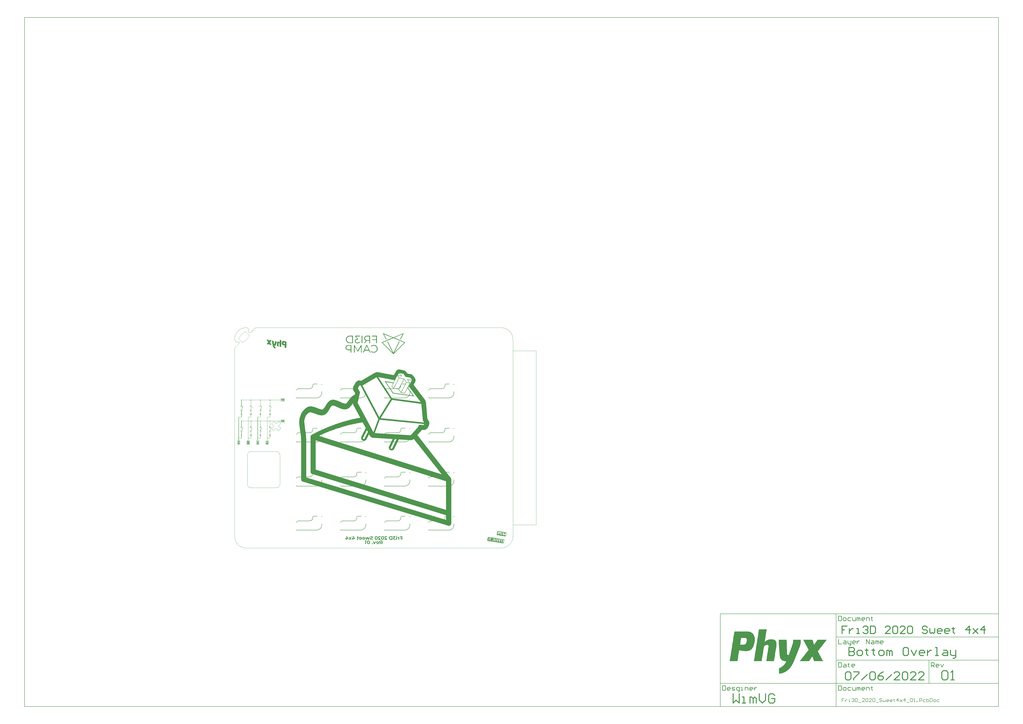
<source format=gbo>
G04*
G04 #@! TF.GenerationSoftware,Altium Limited,Altium Designer,22.6.0 (29)*
G04*
G04 Layer_Color=32896*
%FSLAX25Y25*%
%MOIN*%
G70*
G04*
G04 #@! TF.SameCoordinates,49C09CC0-90A6-4759-90E3-BA1AF69BA4C5*
G04*
G04*
G04 #@! TF.FilePolarity,Positive*
G04*
G01*
G75*
%ADD11C,0.00591*%
%ADD12C,0.00787*%
%ADD14C,0.00394*%
%ADD16C,0.00984*%
%ADD17C,0.01575*%
%ADD69C,0.00600*%
G36*
X281969Y354031D02*
X281054Y354407D01*
X285314Y362917D01*
X270804Y356940D01*
X289603Y349198D01*
X269503Y329098D01*
X249404Y349198D01*
X268211Y356940D01*
X253695Y362909D01*
X257956Y354387D01*
X257043Y354011D01*
X251637Y364821D01*
X269503Y357472D01*
X287370Y364821D01*
X281969Y354031D01*
D02*
G37*
G36*
X212716Y359225D02*
X206183D01*
X209725Y354789D01*
Y353822D01*
X208805D01*
X208777Y353822D01*
X208749Y353822D01*
X208720Y353822D01*
X208693Y353821D01*
X208665Y353821D01*
X208637Y353820D01*
X208609Y353820D01*
X208582Y353819D01*
X208554Y353818D01*
X208527Y353817D01*
X208500Y353816D01*
X208473Y353815D01*
X208446Y353814D01*
X208419Y353813D01*
X208393Y353811D01*
X208366Y353810D01*
X208340Y353808D01*
X208313Y353806D01*
X208287Y353805D01*
X208261Y353803D01*
X208235Y353801D01*
X208209Y353799D01*
X208184Y353797D01*
X208158Y353795D01*
X208133Y353792D01*
X208107Y353790D01*
X208082Y353787D01*
X208057Y353785D01*
X208032Y353782D01*
X208007Y353779D01*
X207983Y353776D01*
X207958Y353773D01*
X207934Y353770D01*
X207909Y353767D01*
X207885Y353764D01*
X207861Y353761D01*
X207837Y353757D01*
X207813Y353753D01*
X207789Y353750D01*
X207766Y353746D01*
X207742Y353743D01*
X207719Y353739D01*
X207696Y353735D01*
X207673Y353731D01*
X207650Y353727D01*
X207627Y353722D01*
X207604Y353718D01*
X207581Y353713D01*
X207559Y353709D01*
X207536Y353705D01*
X207514Y353700D01*
X207492Y353695D01*
X207470Y353690D01*
X207448Y353685D01*
X207426Y353680D01*
X207405Y353675D01*
X207383Y353670D01*
X207362Y353665D01*
X207340Y353659D01*
X207319Y353654D01*
X207298Y353648D01*
X207277Y353643D01*
X207256Y353637D01*
X207236Y353631D01*
X207215Y353625D01*
X207194Y353620D01*
X207174Y353613D01*
X207154Y353607D01*
X207134Y353601D01*
X207114Y353595D01*
X207094Y353589D01*
X207074Y353582D01*
X207054Y353576D01*
X207035Y353569D01*
X207015Y353562D01*
X206996Y353555D01*
X206977Y353549D01*
X206958Y353542D01*
X206939Y353535D01*
X206920Y353527D01*
X206901Y353520D01*
X206883Y353513D01*
X206864Y353506D01*
X206846Y353498D01*
X206828Y353491D01*
X206809Y353483D01*
X206787Y353473D01*
X206765Y353464D01*
X206743Y353454D01*
X206721Y353444D01*
X206699Y353434D01*
X206677Y353424D01*
X206656Y353413D01*
X206635Y353403D01*
X206614Y353392D01*
X206593Y353381D01*
X206572Y353370D01*
X206552Y353360D01*
X206531Y353348D01*
X206511Y353337D01*
X206491Y353326D01*
X206472Y353314D01*
X206452Y353303D01*
X206433Y353291D01*
X206413Y353279D01*
X206391Y353265D01*
X206368Y353250D01*
X206346Y353236D01*
X206324Y353221D01*
X206302Y353206D01*
X206280Y353191D01*
X206259Y353175D01*
X206235Y353157D01*
X206210Y353139D01*
X206187Y353120D01*
X206163Y353101D01*
X206137Y353080D01*
X206111Y353058D01*
X206085Y353035D01*
X206057Y353010D01*
X206053Y353006D01*
X206046Y352999D01*
X206038Y352992D01*
X206031Y352985D01*
X206027Y352981D01*
Y352981D01*
X206027Y352981D01*
X206027Y352981D01*
Y352981D01*
X206023Y352977D01*
X206015Y352970D01*
X206008Y352963D01*
X206001Y352956D01*
X205997Y352952D01*
X205997Y352952D01*
X205992Y352947D01*
X205984Y352939D01*
X205975Y352930D01*
X205966Y352921D01*
X205962Y352916D01*
X205962Y352916D01*
Y352916D01*
X205957Y352911D01*
X205948Y352902D01*
X205939Y352892D01*
X205930Y352882D01*
X205925Y352877D01*
X205925Y352877D01*
X205920Y352871D01*
X205909Y352858D01*
X205898Y352846D01*
X205887Y352834D01*
X205882Y352828D01*
X205882Y352828D01*
X205853Y352793D01*
X205798Y352723D01*
X205746Y352650D01*
X205697Y352575D01*
X205674Y352537D01*
X205674D01*
X205668Y352526D01*
X205657Y352506D01*
X205646Y352486D01*
X205634Y352466D01*
X205629Y352455D01*
X205625Y352448D01*
X205618Y352434D01*
X205610Y352419D01*
X205603Y352405D01*
X205599Y352397D01*
X205597Y352392D01*
X205591Y352380D01*
X205585Y352368D01*
X205580Y352356D01*
X205577Y352350D01*
X205577Y352350D01*
Y352350D01*
X205577Y352350D01*
X205577Y352350D01*
X205574Y352344D01*
X205569Y352333D01*
X205564Y352322D01*
X205559Y352311D01*
X205557Y352305D01*
X205555Y352300D01*
X205550Y352290D01*
X205546Y352279D01*
X205542Y352269D01*
X205540Y352264D01*
X205540Y352264D01*
X205538Y352259D01*
X205534Y352249D01*
X205530Y352240D01*
X205526Y352230D01*
X205524Y352226D01*
X205524D01*
X205511Y352191D01*
X205499Y352156D01*
X205488Y352125D01*
X205478Y352094D01*
X205469Y352062D01*
X205460Y352034D01*
X205452Y352006D01*
X205445Y351977D01*
X205438Y351949D01*
X205431Y351920D01*
X205425Y351895D01*
X205420Y351871D01*
X205415Y351846D01*
X205410Y351821D01*
X205405Y351795D01*
X205401Y351770D01*
X205397Y351745D01*
X205393Y351719D01*
X205389Y351693D01*
X205385Y351667D01*
X205383Y351646D01*
X205380Y351624D01*
X205378Y351602D01*
X205376Y351581D01*
X205373Y351558D01*
X205371Y351536D01*
X205370Y351514D01*
X205368Y351492D01*
X205367Y351470D01*
X205366Y351447D01*
X205364Y351425D01*
X205364Y351402D01*
X205363Y351380D01*
X205362Y351357D01*
X205362Y351334D01*
X205362Y351311D01*
X205361Y351284D01*
X205362Y351260D01*
X205362Y351236D01*
X205362Y351213D01*
X205363Y351189D01*
X205364Y351166D01*
X205365Y351138D01*
X205366Y351110D01*
X205368Y351082D01*
X205370Y351055D01*
X205372Y351027D01*
X205374Y351000D01*
X205377Y350973D01*
X205380Y350946D01*
X205383Y350919D01*
X205386Y350892D01*
X205390Y350866D01*
X205394Y350839D01*
X205398Y350813D01*
X205403Y350782D01*
X205409Y350752D01*
X205415Y350722D01*
X205421Y350692D01*
X205428Y350662D01*
X205434Y350632D01*
X205442Y350603D01*
X205450Y350569D01*
X205459Y350536D01*
X205469Y350503D01*
X205480Y350467D01*
X205492Y350430D01*
X205504Y350394D01*
X205506Y350389D01*
X205509Y350379D01*
X205513Y350370D01*
X205516Y350360D01*
X205518Y350355D01*
Y350355D01*
X205520Y350349D01*
X205524Y350339D01*
X205528Y350328D01*
X205533Y350317D01*
X205535Y350312D01*
X205535Y350312D01*
X205537Y350306D01*
X205542Y350294D01*
X205546Y350283D01*
X205551Y350271D01*
X205554Y350265D01*
X205554Y350265D01*
X205556Y350259D01*
X205562Y350246D01*
X205567Y350234D01*
X205573Y350222D01*
X205575Y350215D01*
X205575Y350215D01*
X205578Y350208D01*
X205585Y350194D01*
X205592Y350180D01*
X205598Y350166D01*
X205602Y350159D01*
X205602D01*
X205606Y350150D01*
X205615Y350132D01*
X205623Y350115D01*
X205632Y350098D01*
X205637Y350089D01*
X205637Y350089D01*
X205657Y350051D01*
X205700Y349977D01*
X205746Y349905D01*
X205795Y349835D01*
X205820Y349801D01*
Y349801D01*
X205829Y349789D01*
X205847Y349765D01*
X205866Y349742D01*
X205885Y349719D01*
X205895Y349707D01*
D01*
X205901Y349700D01*
X205914Y349685D01*
X205927Y349670D01*
X205940Y349655D01*
X205946Y349648D01*
X205946Y349648D01*
X205952Y349642D01*
X205962Y349631D01*
X205973Y349620D01*
X205984Y349608D01*
X205989Y349603D01*
X205994Y349598D01*
X206003Y349588D01*
X206013Y349578D01*
X206022Y349569D01*
X206027Y349564D01*
X206027Y349564D01*
X206031Y349559D01*
X206041Y349551D01*
X206049Y349542D01*
X206059Y349533D01*
X206063Y349529D01*
X206063Y349529D01*
X206067Y349525D01*
X206076Y349517D01*
X206084Y349509D01*
X206093Y349501D01*
X206097Y349497D01*
X206097Y349497D01*
X206101Y349494D01*
X206109Y349487D01*
X206117Y349480D01*
X206125Y349473D01*
X206129Y349469D01*
X206129Y349469D01*
X206157Y349444D01*
X206187Y349420D01*
X206213Y349398D01*
X206240Y349377D01*
X206268Y349356D01*
X206296Y349336D01*
X206320Y349318D01*
X206345Y349301D01*
X206370Y349283D01*
X206396Y349266D01*
X206422Y349249D01*
X206448Y349233D01*
X206471Y349219D01*
X206494Y349205D01*
X206517Y349191D01*
X206540Y349178D01*
X206564Y349165D01*
X206588Y349151D01*
X206612Y349139D01*
X206636Y349126D01*
X206660Y349113D01*
X206685Y349101D01*
X206710Y349089D01*
X206735Y349077D01*
X206756Y349067D01*
X206778Y349057D01*
X206799Y349047D01*
X206821Y349038D01*
X206842Y349029D01*
X206864Y349020D01*
X206886Y349010D01*
X206909Y349001D01*
X206931Y348992D01*
X206954Y348984D01*
X206976Y348975D01*
X206999Y348967D01*
X207022Y348958D01*
X207045Y348950D01*
X207068Y348942D01*
X207092Y348934D01*
X207115Y348926D01*
X207139Y348919D01*
X207163Y348911D01*
X207187Y348904D01*
X207211Y348897D01*
X207236Y348889D01*
X207260Y348883D01*
X207285Y348876D01*
X207310Y348869D01*
X207334Y348862D01*
X207360Y348856D01*
X207385Y348850D01*
X207410Y348843D01*
X207436Y348837D01*
X207461Y348831D01*
X207487Y348826D01*
X207513Y348820D01*
X207539Y348814D01*
X207566Y348809D01*
X207592Y348804D01*
X207619Y348799D01*
X207645Y348794D01*
X207672Y348789D01*
X207699Y348784D01*
X207726Y348780D01*
X207754Y348775D01*
X207781Y348771D01*
X207809Y348767D01*
X207837Y348763D01*
X207864Y348759D01*
X207893Y348755D01*
X207921Y348752D01*
X207949Y348748D01*
X207978Y348745D01*
X208006Y348742D01*
X208035Y348739D01*
X208064Y348736D01*
X208093Y348733D01*
X208122Y348731D01*
X208152Y348728D01*
X208181Y348726D01*
X208211Y348724D01*
X208241Y348722D01*
X208271Y348720D01*
X208301Y348718D01*
X208331Y348717D01*
X208361Y348715D01*
X208392Y348714D01*
X208423Y348713D01*
X208453Y348712D01*
X208484Y348711D01*
X208516Y348710D01*
X208547Y348710D01*
X208578Y348709D01*
X208610Y348709D01*
X208648Y348709D01*
X208717Y348709D01*
X208785Y348710D01*
X208920Y348715D01*
X209055Y348722D01*
X209189Y348731D01*
X209257Y348737D01*
X209257D01*
X209294Y348741D01*
X209370Y348748D01*
X209445Y348757D01*
X209520Y348767D01*
X209558Y348772D01*
X209558D01*
X209585Y348776D01*
X209641Y348784D01*
X209696Y348792D01*
X209751Y348801D01*
X209778Y348806D01*
X209778Y348806D01*
X209800Y348810D01*
X209844Y348818D01*
X209888Y348826D01*
X209932Y348835D01*
X209953Y348839D01*
X209953Y348839D01*
X209972Y348843D01*
X210010Y348851D01*
X210047Y348859D01*
X210085Y348867D01*
X210104Y348871D01*
X210104D01*
X210120Y348875D01*
X210153Y348883D01*
X210185Y348891D01*
X210218Y348899D01*
X210234Y348903D01*
X210234D01*
X210248Y348906D01*
X210277Y348914D01*
X210306Y348921D01*
X210335Y348929D01*
X210349Y348933D01*
X210349D01*
Y348933D01*
X210362Y348936D01*
X210388Y348943D01*
X210415Y348951D01*
X210441Y348958D01*
X210454Y348962D01*
Y348962D01*
X210549Y348991D01*
X210639Y349019D01*
X210724Y349047D01*
X210799Y349073D01*
X210874Y349100D01*
X210944Y349127D01*
X211009Y349152D01*
X211069Y349177D01*
X211128Y349202D01*
X211184Y349226D01*
X211238Y349250D01*
X211289Y349273D01*
X211338Y349297D01*
X211388Y349321D01*
X211433Y349343D01*
X211477Y349366D01*
X211522Y349389D01*
X211562Y349410D01*
X211602Y349432D01*
X211641Y349454D01*
X211681Y349476D01*
X211716Y349497D01*
X211751Y349517D01*
X211785Y349538D01*
X211820Y349559D01*
X211854Y349580D01*
X211887Y349602D01*
X211917Y349621D01*
X211947Y349641D01*
X211977Y349660D01*
X212006Y349680D01*
X212035Y349700D01*
X212064Y349721D01*
X212092Y349741D01*
X212120Y349762D01*
X212145Y349780D01*
X212169Y349798D01*
X212194Y349817D01*
X212218Y349836D01*
X212242Y349855D01*
X212265Y349874D01*
X212289Y349893D01*
X212312Y349912D01*
X212335Y349931D01*
X212358Y349951D01*
X212380Y349970D01*
X212402Y349990D01*
X212424Y350009D01*
X212443Y350027D01*
X212462Y350044D01*
X212481Y350061D01*
X212500Y350079D01*
X212518Y350097D01*
X212536Y350114D01*
X212554Y350132D01*
X212572Y350150D01*
X212589Y350168D01*
X212609Y350188D01*
X213248Y349147D01*
X213243Y349141D01*
X213222Y349120D01*
X213201Y349099D01*
X213179Y349079D01*
X213158Y349058D01*
X213136Y349037D01*
X213114Y349017D01*
X213092Y348997D01*
X213070Y348976D01*
X213047Y348956D01*
X213024Y348936D01*
X213001Y348917D01*
X212978Y348897D01*
X212954Y348877D01*
X212930Y348857D01*
X212907Y348838D01*
X212882Y348819D01*
X212858Y348800D01*
X212834Y348781D01*
X212809Y348762D01*
X212784Y348743D01*
X212759Y348724D01*
X212733Y348706D01*
X212708Y348687D01*
X212682Y348669D01*
X212656Y348650D01*
X212630Y348632D01*
X212604Y348614D01*
X212577Y348596D01*
X212550Y348579D01*
X212524Y348561D01*
X212492Y348541D01*
X212461Y348521D01*
X212430Y348501D01*
X212398Y348482D01*
X212366Y348463D01*
X212334Y348444D01*
X212301Y348425D01*
X212269Y348406D01*
X212236Y348387D01*
X212203Y348369D01*
X212170Y348350D01*
X212136Y348332D01*
X212098Y348312D01*
X212060Y348292D01*
X212021Y348272D01*
X211982Y348253D01*
X211943Y348233D01*
X211904Y348214D01*
X211864Y348195D01*
X211820Y348175D01*
X211776Y348154D01*
X211731Y348134D01*
X211685Y348114D01*
X211640Y348095D01*
X211590Y348073D01*
X211539Y348052D01*
X211488Y348032D01*
X211436Y348012D01*
X211380Y347990D01*
X211323Y347969D01*
X211261Y347947D01*
X211199Y347925D01*
X211131Y347902D01*
X211063Y347879D01*
X210989Y347856D01*
X210910Y347832D01*
X210830Y347809D01*
X210740Y347783D01*
X210644Y347758D01*
X210542Y347732D01*
X210424Y347704D01*
X210295Y347676D01*
X210275Y347672D01*
X210236Y347663D01*
X210197Y347656D01*
X210157Y347648D01*
X210138Y347644D01*
X210113Y347640D01*
X210063Y347631D01*
X210012Y347622D01*
X209962Y347613D01*
X209937Y347609D01*
Y347609D01*
X209823Y347591D01*
X209593Y347560D01*
X209363Y347536D01*
X209133Y347519D01*
X209017Y347514D01*
X208971Y347512D01*
X208878Y347508D01*
X208786Y347506D01*
X208694Y347505D01*
X208648D01*
X208648Y347505D01*
X208601Y347505D01*
X208556Y347506D01*
X208510Y347506D01*
X208464Y347507D01*
X208419Y347508D01*
X208374Y347510D01*
X208329Y347511D01*
X208285Y347513D01*
X208241Y347515D01*
X208196Y347517D01*
X208153Y347520D01*
X208109Y347523D01*
X208066Y347526D01*
X208022Y347529D01*
X207979Y347532D01*
X207937Y347536D01*
X207894Y347540D01*
X207852Y347544D01*
X207810Y347549D01*
X207768Y347553D01*
X207727Y347558D01*
X207685Y347563D01*
X207644Y347568D01*
X207603Y347574D01*
X207563Y347580D01*
X207522Y347586D01*
X207482Y347592D01*
X207442Y347599D01*
X207402Y347605D01*
X207363Y347612D01*
X207324Y347619D01*
X207285Y347626D01*
X207246Y347634D01*
X207207Y347642D01*
X207169Y347650D01*
X207131Y347658D01*
X207093Y347667D01*
X207055Y347675D01*
X207018Y347684D01*
X206981Y347693D01*
X206944Y347702D01*
X206907Y347712D01*
X206871Y347721D01*
X206834Y347731D01*
X206798Y347741D01*
X206762Y347752D01*
X206720Y347764D01*
X206677Y347777D01*
X206635Y347791D01*
X206594Y347804D01*
X206553Y347818D01*
X206511Y347832D01*
X206471Y347847D01*
X206431Y347861D01*
X206391Y347876D01*
X206351Y347891D01*
X206311Y347907D01*
X206273Y347923D01*
X206234Y347939D01*
X206195Y347955D01*
X206157Y347972D01*
X206120Y347989D01*
X206083Y348006D01*
X206046Y348024D01*
X206003Y348044D01*
X205960Y348065D01*
X205919Y348087D01*
X205877Y348109D01*
X205836Y348131D01*
X205796Y348153D01*
X205756Y348176D01*
X205716Y348200D01*
X205672Y348227D01*
X205627Y348254D01*
X205584Y348282D01*
X205541Y348310D01*
X205493Y348343D01*
X205447Y348376D01*
X205401Y348409D01*
X205350Y348447D01*
X205301Y348486D01*
X205294Y348491D01*
X205281Y348502D01*
X205268Y348513D01*
X205254Y348524D01*
X205248Y348529D01*
X205248Y348529D01*
X205241Y348534D01*
X205228Y348545D01*
X205215Y348556D01*
X205202Y348567D01*
X205195Y348573D01*
X205195Y348573D01*
X205195D01*
X205188Y348579D01*
X205174Y348591D01*
X205161Y348603D01*
X205147Y348616D01*
X205140Y348622D01*
X205140Y348622D01*
X205133Y348628D01*
X205118Y348642D01*
X205103Y348655D01*
X205088Y348669D01*
X205081Y348676D01*
D01*
X205081Y348676D01*
X205081D01*
X205081Y348676D01*
X205073Y348684D01*
X205056Y348699D01*
X205040Y348715D01*
X205024Y348731D01*
X205015Y348739D01*
X205006Y348748D01*
X204988Y348767D01*
X204970Y348785D01*
X204952Y348804D01*
X204943Y348813D01*
X204943Y348813D01*
X204943Y348813D01*
X204932Y348825D01*
X204911Y348848D01*
X204890Y348871D01*
X204869Y348895D01*
X204858Y348907D01*
X204804Y348968D01*
X204704Y349094D01*
X204609Y349226D01*
X204521Y349362D01*
X204481Y349432D01*
X204469Y349453D01*
X204446Y349494D01*
X204423Y349536D01*
X204402Y349578D01*
X204391Y349599D01*
X204391Y349599D01*
X204384Y349613D01*
X204369Y349642D01*
X204355Y349672D01*
X204342Y349701D01*
X204335Y349716D01*
X204335D01*
X204329Y349728D01*
X204318Y349753D01*
X204308Y349777D01*
X204297Y349802D01*
X204292Y349814D01*
X204292D01*
X204288Y349825D01*
X204278Y349847D01*
X204270Y349869D01*
X204261Y349891D01*
X204257Y349902D01*
X204257D01*
X204253Y349912D01*
X204246Y349931D01*
X204238Y349951D01*
X204231Y349970D01*
X204228Y349980D01*
X204228Y349980D01*
X204224Y349989D01*
X204218Y350008D01*
X204212Y350026D01*
X204205Y350044D01*
X204202Y350053D01*
X204202Y350053D01*
X204200Y350062D01*
X204194Y350079D01*
X204188Y350096D01*
X204183Y350113D01*
X204180Y350122D01*
X204178Y350130D01*
X204172Y350148D01*
X204167Y350165D01*
X204162Y350182D01*
X204160Y350191D01*
X204157Y350199D01*
X204153Y350214D01*
X204149Y350230D01*
X204144Y350246D01*
X204142Y350254D01*
X204142D01*
X204140Y350262D01*
X204136Y350278D01*
X204131Y350294D01*
X204127Y350310D01*
X204125Y350319D01*
X204111Y350377D01*
X204098Y350436D01*
X204086Y350496D01*
X204076Y350550D01*
X204066Y350604D01*
X204057Y350659D01*
X204049Y350714D01*
X204042Y350769D01*
X204035Y350824D01*
X204030Y350874D01*
X204026Y350923D01*
X204022Y350974D01*
X204018Y351024D01*
X204016Y351074D01*
X204014Y351125D01*
X204012Y351175D01*
X204011Y351226D01*
X204011Y351284D01*
X204011Y351314D01*
X204011Y351351D01*
X204012Y351388D01*
X204013Y351424D01*
X204014Y351460D01*
X204016Y351496D01*
X204018Y351532D01*
X204020Y351568D01*
X204023Y351610D01*
X204026Y351651D01*
X204030Y351692D01*
X204034Y351733D01*
X204038Y351774D01*
X204043Y351815D01*
X204048Y351855D01*
X204054Y351896D01*
X204060Y351936D01*
X204067Y351975D01*
X204074Y352015D01*
X204082Y352060D01*
X204091Y352105D01*
X204101Y352150D01*
X204111Y352194D01*
X204121Y352238D01*
X204132Y352282D01*
X204145Y352331D01*
X204159Y352379D01*
X204173Y352427D01*
X204190Y352480D01*
X204208Y352533D01*
X204210Y352540D01*
X204215Y352555D01*
X204220Y352569D01*
X204225Y352583D01*
X204228Y352590D01*
X204228D01*
X204230Y352598D01*
X204236Y352612D01*
X204241Y352626D01*
X204246Y352640D01*
X204249Y352647D01*
X204249D01*
X204252Y352655D01*
X204258Y352670D01*
X204264Y352686D01*
X204270Y352701D01*
X204274Y352709D01*
X204274D01*
X204277Y352717D01*
X204284Y352733D01*
X204291Y352750D01*
X204298Y352766D01*
X204301Y352774D01*
X204305Y352784D01*
X204314Y352803D01*
X204322Y352821D01*
X204331Y352840D01*
X204335Y352849D01*
X204335D01*
X204340Y352860D01*
X204350Y352881D01*
X204360Y352902D01*
X204370Y352923D01*
X204375Y352933D01*
D01*
X204375Y352933D01*
Y352933D01*
X204375Y352933D01*
X204382Y352946D01*
X204396Y352973D01*
X204410Y352999D01*
X204424Y353026D01*
X204431Y353039D01*
X204431Y353039D01*
X204458Y353088D01*
X204516Y353184D01*
X204576Y353277D01*
X204641Y353368D01*
X204674Y353413D01*
X204674Y353413D01*
X204674D01*
Y353413D01*
X204674Y353413D01*
X204689Y353432D01*
X204718Y353469D01*
X204749Y353507D01*
X204779Y353543D01*
X204795Y353562D01*
Y353562D01*
X204795Y353562D01*
X204804Y353573D01*
X204823Y353594D01*
X204843Y353616D01*
X204862Y353637D01*
X204872Y353648D01*
Y353648D01*
X204872Y353648D01*
X204872Y353648D01*
Y353648D01*
X204880Y353656D01*
X204896Y353674D01*
X204912Y353691D01*
X204929Y353707D01*
X204937Y353716D01*
X204937Y353716D01*
X204944Y353723D01*
X204958Y353736D01*
X204972Y353750D01*
X204986Y353764D01*
X204993Y353771D01*
X204993Y353771D01*
X204999Y353777D01*
X205012Y353789D01*
X205026Y353802D01*
X205039Y353814D01*
X205046Y353820D01*
Y353820D01*
X205052Y353826D01*
X205064Y353837D01*
X205077Y353849D01*
X205089Y353860D01*
X205096Y353866D01*
X205096D01*
X205101Y353871D01*
X205113Y353881D01*
X205125Y353891D01*
X205137Y353901D01*
X205142Y353906D01*
X205142Y353906D01*
X205186Y353943D01*
X205230Y353978D01*
X205271Y354010D01*
X205312Y354042D01*
X205349Y354069D01*
X205387Y354096D01*
X205426Y354122D01*
X205464Y354149D01*
X205499Y354171D01*
X205534Y354194D01*
X205569Y354216D01*
X205605Y354237D01*
X205641Y354259D01*
X205677Y354280D01*
X205714Y354301D01*
X205746Y354318D01*
X205778Y354336D01*
X205810Y354353D01*
X205843Y354370D01*
X205876Y354386D01*
X205909Y354403D01*
X205943Y354419D01*
X205977Y354435D01*
X206011Y354451D01*
X206046Y354466D01*
X206081Y354482D01*
X206116Y354497D01*
X206151Y354511D01*
X206187Y354526D01*
X206223Y354540D01*
X206253Y354552D01*
X206284Y354564D01*
X206314Y354575D01*
X206345Y354586D01*
X206376Y354597D01*
X206407Y354608D01*
X206439Y354619D01*
X206471Y354630D01*
X206503Y354640D01*
X206535Y354650D01*
X206567Y354660D01*
X206599Y354670D01*
X206632Y354680D01*
X206665Y354690D01*
X206698Y354699D01*
X206732Y354708D01*
X206765Y354717D01*
X206799Y354726D01*
X206833Y354735D01*
X206867Y354743D01*
X206901Y354751D01*
X206936Y354760D01*
X206971Y354767D01*
X207006Y354775D01*
X207041Y354783D01*
X207076Y354790D01*
X207112Y354798D01*
X207147Y354805D01*
X207183Y354812D01*
X207220Y354818D01*
X207256Y354825D01*
X207293Y354831D01*
X207329Y354837D01*
X207366Y354843D01*
X207404Y354849D01*
X207441Y354855D01*
X207479Y354860D01*
X207517Y354865D01*
X207555Y354870D01*
X207593Y354875D01*
X207631Y354880D01*
X207670Y354885D01*
X207709Y354889D01*
X207748Y354893D01*
X207787Y354897D01*
X207827Y354901D01*
X207866Y354904D01*
X207906Y354907D01*
X207946Y354911D01*
X207987Y354914D01*
X208027Y354916D01*
X208068Y354919D01*
X208117Y354922D01*
X204499Y359468D01*
Y360399D01*
X212716D01*
Y359225D01*
D02*
G37*
G36*
X57709Y353285D02*
X57697Y353224D01*
X57757Y353212D01*
X57745Y353152D01*
X57734Y353092D01*
X57794Y353080D01*
X57782Y353020D01*
X57843Y353008D01*
X57831Y352948D01*
X57819Y352888D01*
X57880Y352876D01*
X57868Y352816D01*
X57928Y352804D01*
X57916Y352744D01*
X57905Y352683D01*
X57965Y352672D01*
X57953Y352611D01*
X58013Y352600D01*
X58002Y352539D01*
X57990Y352479D01*
X58050Y352467D01*
X58039Y352407D01*
X58099Y352395D01*
X58087Y352335D01*
X58075Y352275D01*
X58136Y352263D01*
X58124Y352203D01*
X58184Y352191D01*
X58173Y352131D01*
X58161Y352070D01*
X58221Y352059D01*
X58210Y351998D01*
X58270Y351987D01*
X58258Y351926D01*
X58246Y351866D01*
X58307Y351854D01*
X58295Y351794D01*
X58355Y351782D01*
X58343Y351722D01*
X58332Y351662D01*
X58392Y351650D01*
X58380Y351590D01*
X58441Y351578D01*
X58429Y351518D01*
X58417Y351458D01*
X58477Y351446D01*
X58466Y351385D01*
X58526Y351374D01*
X58514Y351313D01*
X58635Y351290D01*
X58647Y351350D01*
X58658Y351411D01*
X58670Y351471D01*
X58682Y351531D01*
X58742Y351519D01*
X58754Y351580D01*
X58766Y351640D01*
X58777Y351700D01*
X58837Y351689D01*
X58849Y351749D01*
X58861Y351809D01*
X58873Y351869D01*
X58933Y351858D01*
X58945Y351918D01*
X58956Y351978D01*
X58968Y352039D01*
X59029Y352027D01*
X59040Y352087D01*
X59052Y352148D01*
X59064Y352208D01*
X59124Y352196D01*
X59136Y352256D01*
X59147Y352317D01*
X59159Y352377D01*
X59219Y352365D01*
X59231Y352426D01*
X59243Y352486D01*
X59254Y352546D01*
X59315Y352534D01*
X59326Y352595D01*
X59338Y352655D01*
X59350Y352715D01*
X59410Y352703D01*
X59422Y352764D01*
X59434Y352824D01*
X59445Y352884D01*
X59506Y352873D01*
X59517Y352933D01*
X62833Y352288D01*
X62822Y352228D01*
X62761Y352240D01*
X62750Y352180D01*
X62738Y352119D01*
X62678Y352131D01*
X62666Y352071D01*
X62606Y352082D01*
X62594Y352022D01*
X62582Y351962D01*
X62522Y351974D01*
X62510Y351913D01*
X62498Y351853D01*
X62438Y351865D01*
X62427Y351804D01*
X62415Y351744D01*
X62354Y351756D01*
X62343Y351695D01*
X62331Y351635D01*
X62271Y351647D01*
X62259Y351587D01*
X62247Y351526D01*
X62187Y351538D01*
X62175Y351478D01*
X62164Y351417D01*
X62103Y351429D01*
X62092Y351369D01*
X62031Y351381D01*
X62019Y351320D01*
X62008Y351260D01*
X61948Y351272D01*
X61936Y351212D01*
X61924Y351151D01*
X61864Y351163D01*
X61852Y351103D01*
X61840Y351042D01*
X61780Y351054D01*
X61768Y350994D01*
X61757Y350934D01*
X61696Y350945D01*
X61685Y350885D01*
X61673Y350825D01*
X61613Y350836D01*
X61601Y350776D01*
X61589Y350716D01*
X61529Y350728D01*
X61517Y350667D01*
X61506Y350607D01*
X61445Y350619D01*
X61433Y350558D01*
X61373Y350570D01*
X61361Y350510D01*
X61350Y350449D01*
X61289Y350461D01*
X61278Y350401D01*
X61266Y350341D01*
X61206Y350352D01*
X61194Y350292D01*
X61182Y350232D01*
X61122Y350243D01*
X61110Y350183D01*
X61099Y350123D01*
X61038Y350135D01*
X61027Y350074D01*
X61015Y350014D01*
X60954Y350026D01*
X60943Y349965D01*
X60931Y349905D01*
X60871Y349917D01*
X60859Y349857D01*
X60799Y349868D01*
X60787Y349808D01*
X60775Y349748D01*
X60715Y349759D01*
X60703Y349699D01*
X60692Y349639D01*
X60631Y349651D01*
X60620Y349590D01*
X60608Y349530D01*
X60548Y349542D01*
X60536Y349481D01*
X60524Y349421D01*
X60464Y349433D01*
X60452Y349373D01*
X60440Y349312D01*
X60380Y349324D01*
X60368Y349264D01*
X60357Y349203D01*
X60296Y349215D01*
X60285Y349155D01*
X60224Y349166D01*
X60213Y349106D01*
X60201Y349046D01*
X60189Y348986D01*
X60250Y348974D01*
X60238Y348914D01*
X60226Y348853D01*
X60286Y348842D01*
X60275Y348781D01*
X60335Y348770D01*
X60323Y348709D01*
X60383Y348698D01*
X60372Y348637D01*
X60432Y348626D01*
X60420Y348565D01*
X60409Y348505D01*
X60469Y348493D01*
X60457Y348433D01*
X60518Y348421D01*
X60506Y348361D01*
X60566Y348349D01*
X60554Y348289D01*
X60543Y348229D01*
X60603Y348217D01*
X60591Y348157D01*
X60651Y348145D01*
X60640Y348085D01*
X60700Y348073D01*
X60688Y348013D01*
X60749Y348001D01*
X60737Y347941D01*
X60725Y347880D01*
X60786Y347869D01*
X60774Y347808D01*
X60834Y347797D01*
X60822Y347736D01*
X60883Y347725D01*
X60871Y347664D01*
X60931Y347653D01*
X60919Y347592D01*
X60908Y347532D01*
X60968Y347520D01*
X60956Y347460D01*
X61017Y347448D01*
X61005Y347388D01*
X61065Y347376D01*
X61054Y347316D01*
X61042Y347256D01*
X61102Y347244D01*
X61090Y347184D01*
X61151Y347172D01*
X61139Y347112D01*
X61199Y347100D01*
X61187Y347040D01*
X61248Y347028D01*
X61236Y346968D01*
X61224Y346907D01*
X61285Y346896D01*
X61273Y346835D01*
X61333Y346824D01*
X61322Y346763D01*
X61382Y346752D01*
X61370Y346691D01*
X61358Y346631D01*
X61419Y346619D01*
X61407Y346559D01*
X61467Y346547D01*
X61456Y346487D01*
X61516Y346475D01*
X61504Y346415D01*
X61564Y346403D01*
X61553Y346343D01*
X61541Y346283D01*
X61601Y346271D01*
X61589Y346211D01*
X61650Y346199D01*
X61638Y346139D01*
X61698Y346127D01*
X61687Y346067D01*
X61675Y346006D01*
X61735Y345995D01*
X61724Y345934D01*
X61784Y345923D01*
X61772Y345862D01*
X61832Y345851D01*
X61821Y345790D01*
X61881Y345779D01*
X61869Y345718D01*
X61857Y345658D01*
X61918Y345646D01*
X61906Y345586D01*
X61966Y345574D01*
X61955Y345514D01*
X62015Y345502D01*
X62003Y345442D01*
X62063Y345430D01*
X62052Y345370D01*
X62040Y345310D01*
X62100Y345298D01*
X62089Y345238D01*
X62149Y345226D01*
X62137Y345166D01*
X62198Y345154D01*
X62186Y345094D01*
X62174Y345033D01*
X62234Y345022D01*
X62223Y344961D01*
X62283Y344950D01*
X62271Y344889D01*
X62331Y344878D01*
X62320Y344817D01*
X62380Y344806D01*
X62368Y344745D01*
X62357Y344685D01*
X62417Y344673D01*
X62405Y344613D01*
X62465Y344601D01*
X62454Y344541D01*
X62514Y344529D01*
X62502Y344469D01*
X62563Y344457D01*
X62551Y344397D01*
X59175Y345053D01*
X59186Y345114D01*
X59198Y345174D01*
X59138Y345186D01*
X59149Y345246D01*
X59089Y345258D01*
X59101Y345318D01*
X59113Y345378D01*
X59052Y345390D01*
X59064Y345450D01*
X59004Y345462D01*
X59016Y345522D01*
X59027Y345583D01*
X58967Y345594D01*
X58979Y345655D01*
X58918Y345666D01*
X58930Y345727D01*
X58942Y345787D01*
X58881Y345799D01*
X58893Y345859D01*
X58833Y345871D01*
X58845Y345931D01*
X58856Y345991D01*
X58796Y346003D01*
X58808Y346063D01*
X58748Y346075D01*
X58759Y346135D01*
X58699Y346147D01*
X58711Y346207D01*
X58722Y346268D01*
X58662Y346279D01*
X58674Y346340D01*
X58614Y346351D01*
X58625Y346411D01*
X58637Y346472D01*
X58577Y346483D01*
X58588Y346544D01*
X58528Y346555D01*
X58540Y346616D01*
X58552Y346676D01*
X58491Y346688D01*
X58503Y346748D01*
X58443Y346760D01*
X58454Y346820D01*
X58466Y346880D01*
X58346Y346904D01*
X58334Y346844D01*
X58274Y346855D01*
X58262Y346795D01*
X58250Y346735D01*
X58238Y346674D01*
X58178Y346686D01*
X58166Y346626D01*
X58155Y346566D01*
X58143Y346505D01*
X58083Y346517D01*
X58071Y346457D01*
X58059Y346396D01*
X58047Y346336D01*
X57987Y346348D01*
X57975Y346287D01*
X57964Y346227D01*
X57903Y346239D01*
X57892Y346179D01*
X57880Y346118D01*
X57868Y346058D01*
X57808Y346070D01*
X57796Y346009D01*
X57784Y345949D01*
X57773Y345889D01*
X57713Y345901D01*
X57701Y345840D01*
X57689Y345780D01*
X57629Y345792D01*
X57617Y345731D01*
X57605Y345671D01*
X57594Y345611D01*
X57533Y345623D01*
X57522Y345562D01*
X57510Y345502D01*
X57498Y345442D01*
X57438Y345454D01*
X57426Y345393D01*
X54231Y346014D01*
X54242Y346075D01*
X54303Y346063D01*
X54315Y346123D01*
X54326Y346183D01*
X54387Y346172D01*
X54398Y346232D01*
X54410Y346292D01*
X54470Y346281D01*
X54482Y346341D01*
X54542Y346329D01*
X54554Y346390D01*
X54566Y346450D01*
X54626Y346438D01*
X54638Y346498D01*
X54649Y346559D01*
X54710Y346547D01*
X54721Y346607D01*
X54733Y346668D01*
X54793Y346656D01*
X54805Y346716D01*
X54817Y346776D01*
X54877Y346765D01*
X54889Y346825D01*
X54901Y346885D01*
X54961Y346873D01*
X54973Y346934D01*
X54984Y346994D01*
X55045Y346982D01*
X55056Y347043D01*
X55068Y347103D01*
X55128Y347091D01*
X55140Y347151D01*
X55200Y347140D01*
X55212Y347200D01*
X55224Y347260D01*
X55284Y347249D01*
X55296Y347309D01*
X55308Y347369D01*
X55368Y347358D01*
X55379Y347418D01*
X55391Y347478D01*
X55452Y347466D01*
X55463Y347527D01*
X55475Y347587D01*
X55535Y347575D01*
X55547Y347636D01*
X55559Y347696D01*
X55619Y347684D01*
X55631Y347744D01*
X55642Y347805D01*
X55703Y347793D01*
X55714Y347853D01*
X55726Y347914D01*
X55786Y347902D01*
X55798Y347962D01*
X55858Y347950D01*
X55870Y348011D01*
X55882Y348071D01*
X55942Y348059D01*
X55954Y348120D01*
X55966Y348180D01*
X56026Y348168D01*
X56038Y348228D01*
X56049Y348289D01*
X56110Y348277D01*
X56121Y348337D01*
X56133Y348398D01*
X56193Y348386D01*
X56205Y348446D01*
X56217Y348506D01*
X56277Y348495D01*
X56289Y348555D01*
X56300Y348615D01*
X56361Y348604D01*
X56373Y348664D01*
X56384Y348724D01*
X56445Y348712D01*
X56456Y348773D01*
X56468Y348833D01*
X56528Y348821D01*
X56540Y348882D01*
X56600Y348870D01*
X56612Y348930D01*
X56624Y348990D01*
X56684Y348979D01*
X56696Y349039D01*
X56708Y349099D01*
X56768Y349088D01*
X56779Y349148D01*
X56791Y349208D01*
X56731Y349220D01*
X56743Y349280D01*
X56682Y349292D01*
X56694Y349352D01*
X56634Y349364D01*
X56646Y349424D01*
X56585Y349436D01*
X56597Y349496D01*
X56609Y349556D01*
X56548Y349568D01*
X56560Y349628D01*
X56500Y349640D01*
X56511Y349700D01*
X56451Y349712D01*
X56463Y349773D01*
X56475Y349833D01*
X56414Y349845D01*
X56426Y349905D01*
X56366Y349917D01*
X56378Y349977D01*
X56317Y349989D01*
X56329Y350049D01*
X56269Y350061D01*
X56280Y350121D01*
X56292Y350181D01*
X56232Y350193D01*
X56243Y350253D01*
X56183Y350265D01*
X56195Y350325D01*
X56135Y350337D01*
X56146Y350397D01*
X56158Y350458D01*
X56098Y350469D01*
X56109Y350530D01*
X56049Y350541D01*
X56061Y350602D01*
X56001Y350613D01*
X56012Y350674D01*
X56024Y350734D01*
X55964Y350746D01*
X55976Y350806D01*
X55915Y350817D01*
X55927Y350878D01*
X55867Y350889D01*
X55878Y350950D01*
X55818Y350961D01*
X55830Y351022D01*
X55841Y351082D01*
X55781Y351094D01*
X55793Y351154D01*
X55733Y351166D01*
X55744Y351226D01*
X55684Y351238D01*
X55696Y351298D01*
X55708Y351359D01*
X55647Y351370D01*
X55659Y351431D01*
X55599Y351442D01*
X55610Y351502D01*
X55550Y351514D01*
X55562Y351574D01*
X55573Y351635D01*
X55513Y351646D01*
X55525Y351707D01*
X55465Y351718D01*
X55476Y351779D01*
X55416Y351790D01*
X55428Y351851D01*
X55367Y351863D01*
X55379Y351923D01*
X55391Y351983D01*
X55331Y351995D01*
X55342Y352055D01*
X55282Y352067D01*
X55294Y352127D01*
X55234Y352139D01*
X55245Y352199D01*
X55257Y352259D01*
X55197Y352271D01*
X55208Y352331D01*
X55148Y352343D01*
X55160Y352403D01*
X55099Y352415D01*
X55111Y352476D01*
X55123Y352536D01*
X55063Y352548D01*
X55074Y352608D01*
X55014Y352620D01*
X55026Y352680D01*
X54966Y352692D01*
X54977Y352752D01*
X54917Y352764D01*
X54929Y352824D01*
X54940Y352884D01*
X54880Y352896D01*
X54892Y352956D01*
X54832Y352968D01*
X54843Y353028D01*
X54783Y353040D01*
X54795Y353100D01*
X54806Y353160D01*
X54746Y353172D01*
X54758Y353232D01*
X54698Y353244D01*
X54709Y353304D01*
X54649Y353316D01*
X54661Y353376D01*
X54600Y353388D01*
X54612Y353448D01*
X54624Y353509D01*
X54563Y353520D01*
X54575Y353581D01*
X54515Y353592D01*
X54527Y353653D01*
X54466Y353664D01*
X54478Y353725D01*
X54490Y353785D01*
X54430Y353797D01*
X54441Y353857D01*
X54381Y353869D01*
X54393Y353929D01*
X57709Y353285D01*
D02*
G37*
G36*
X82990Y351374D02*
X83002Y351434D01*
X88006Y350461D01*
X87995Y350401D01*
X87983Y350341D01*
X87971Y350280D01*
X87959Y350220D01*
X87948Y350160D01*
X87936Y350099D01*
X87996Y350088D01*
X87985Y350027D01*
X87973Y349967D01*
X87961Y349907D01*
X87949Y349847D01*
X87938Y349786D01*
X87926Y349726D01*
X87986Y349714D01*
X87975Y349654D01*
X87963Y349594D01*
X87951Y349533D01*
X87939Y349473D01*
X87928Y349413D01*
X87916Y349353D01*
X87904Y349292D01*
X87964Y349280D01*
X87953Y349220D01*
X87941Y349160D01*
X87929Y349099D01*
X87918Y349039D01*
X87906Y348979D01*
X87894Y348919D01*
X87954Y348907D01*
X87943Y348847D01*
X87931Y348786D01*
X87919Y348726D01*
X87908Y348666D01*
X87896Y348605D01*
X87884Y348545D01*
X87945Y348534D01*
X87933Y348473D01*
X87921Y348413D01*
X87909Y348353D01*
X87898Y348292D01*
X87886Y348232D01*
X87874Y348172D01*
X87862Y348112D01*
X87923Y348100D01*
X87911Y348040D01*
X87899Y347979D01*
X87888Y347919D01*
X87876Y347859D01*
X87864Y347798D01*
X87852Y347738D01*
X87913Y347726D01*
X87901Y347666D01*
X87889Y347606D01*
X87878Y347545D01*
X87866Y347485D01*
X87854Y347425D01*
X87842Y347364D01*
X87903Y347353D01*
X87891Y347292D01*
X87879Y347232D01*
X87867Y347172D01*
X87856Y347112D01*
X87844Y347051D01*
X87832Y346991D01*
X87821Y346931D01*
X87881Y346919D01*
X87869Y346859D01*
X87858Y346798D01*
X87846Y346738D01*
X87834Y346678D01*
X87822Y346618D01*
X87811Y346557D01*
X87871Y346546D01*
X87859Y346485D01*
X87847Y346425D01*
X87836Y346365D01*
X87824Y346304D01*
X87812Y346244D01*
X87801Y346184D01*
X87861Y346172D01*
X87849Y346112D01*
X87837Y346052D01*
X87826Y345991D01*
X87814Y345931D01*
X87802Y345871D01*
X87791Y345810D01*
X87851Y345799D01*
X87839Y345738D01*
X87827Y345678D01*
X87816Y345618D01*
X87804Y345557D01*
X87792Y345497D01*
X87780Y345437D01*
X87769Y345377D01*
X87829Y345365D01*
X87817Y345305D01*
X87806Y345244D01*
X87794Y345184D01*
X87782Y345124D01*
X87770Y345063D01*
X87759Y345003D01*
X87819Y344991D01*
X87807Y344931D01*
X87796Y344871D01*
X87784Y344811D01*
X87772Y344750D01*
X87761Y344690D01*
X87749Y344630D01*
X87809Y344618D01*
X87797Y344558D01*
X87786Y344497D01*
X87774Y344437D01*
X87762Y344377D01*
X87751Y344317D01*
X87739Y344256D01*
X87727Y344196D01*
X87787Y344184D01*
X87776Y344124D01*
X87764Y344064D01*
X87752Y344003D01*
X87740Y343943D01*
X87729Y343883D01*
X87717Y343823D01*
X87777Y343811D01*
X87766Y343751D01*
X87754Y343690D01*
X87742Y343630D01*
X87730Y343570D01*
X87719Y343509D01*
X87707Y343449D01*
X87767Y343437D01*
X87756Y343377D01*
X87744Y343317D01*
X87732Y343256D01*
X87720Y343196D01*
X87709Y343136D01*
X87697Y343076D01*
X87757Y343064D01*
X87745Y343004D01*
X87734Y342943D01*
X87722Y342883D01*
X87710Y342823D01*
X87699Y342762D01*
X87687Y342702D01*
X87675Y342642D01*
X87735Y342630D01*
X87724Y342570D01*
X87712Y342510D01*
X87700Y342449D01*
X87689Y342389D01*
X87677Y342329D01*
X87665Y342268D01*
X87726Y342257D01*
X87714Y342196D01*
X87702Y342136D01*
X87690Y342076D01*
X87679Y342016D01*
X87667Y341955D01*
X87655Y341895D01*
X87715Y341883D01*
X87704Y341823D01*
X87692Y341763D01*
X87680Y341702D01*
X87669Y341642D01*
X87657Y341582D01*
X87645Y341521D01*
X87705Y341510D01*
X87694Y341449D01*
X87682Y341389D01*
X87670Y341329D01*
X87659Y341269D01*
X87647Y341208D01*
X87635Y341148D01*
X87623Y341088D01*
X87684Y341076D01*
X87672Y341016D01*
X87660Y340955D01*
X87648Y340895D01*
X87637Y340835D01*
X87625Y340774D01*
X87613Y340714D01*
X87674Y340703D01*
X87662Y340642D01*
X87650Y340582D01*
X87638Y340522D01*
X87627Y340461D01*
X87615Y340401D01*
X87603Y340341D01*
X87664Y340329D01*
X87652Y340269D01*
X87640Y340208D01*
X87628Y340148D01*
X87617Y340088D01*
X87605Y340028D01*
X87593Y339967D01*
X87582Y339907D01*
X87642Y339895D01*
X87630Y339835D01*
X87618Y339775D01*
X87607Y339714D01*
X87595Y339654D01*
X87583Y339594D01*
X87644Y339582D01*
X87632Y339522D01*
X84798Y340073D01*
X84810Y340133D01*
X84822Y340193D01*
X84833Y340253D01*
X84845Y340314D01*
X84857Y340374D01*
X84869Y340434D01*
X84880Y340495D01*
X84820Y340506D01*
X84832Y340567D01*
X84843Y340627D01*
X84855Y340687D01*
X84867Y340747D01*
X84878Y340808D01*
X84890Y340868D01*
X84830Y340880D01*
X84842Y340940D01*
X84853Y341000D01*
X84865Y341061D01*
X84877Y341121D01*
X84888Y341181D01*
X84900Y341242D01*
X84840Y341253D01*
X84852Y341314D01*
X84863Y341374D01*
X84875Y341434D01*
X84887Y341494D01*
X84899Y341555D01*
X84910Y341615D01*
X84922Y341675D01*
X84862Y341687D01*
X84873Y341747D01*
X84885Y341808D01*
X84897Y341868D01*
X84909Y341928D01*
X84920Y341988D01*
X84932Y342049D01*
X84872Y342060D01*
X84883Y342121D01*
X84895Y342181D01*
X84907Y342241D01*
X84919Y342302D01*
X84930Y342362D01*
X84942Y342422D01*
X84882Y342434D01*
X84894Y342494D01*
X84905Y342555D01*
X84917Y342615D01*
X84929Y342675D01*
X84940Y342735D01*
X84952Y342796D01*
X84964Y342856D01*
X84904Y342868D01*
X84915Y342928D01*
X84927Y342988D01*
X84939Y343049D01*
X84950Y343109D01*
X84962Y343169D01*
X84974Y343230D01*
X84913Y343241D01*
X84925Y343302D01*
X84937Y343362D01*
X84949Y343422D01*
X84960Y343482D01*
X84972Y343543D01*
X84984Y343603D01*
X84924Y343615D01*
X84935Y343675D01*
X84947Y343735D01*
X84959Y343796D01*
X84970Y343856D01*
X84982Y343916D01*
X84994Y343976D01*
X85006Y344037D01*
X84704Y344095D01*
X84692Y344035D01*
X84391Y344094D01*
X84379Y344033D01*
X84078Y344092D01*
X84066Y344032D01*
X83644Y344114D01*
X83632Y344053D01*
X83090Y344159D01*
X83078Y344099D01*
X81993Y344309D01*
X82004Y344370D01*
X81643Y344440D01*
X81655Y344500D01*
X81474Y344536D01*
X81485Y344596D01*
X81304Y344631D01*
X81316Y344691D01*
X81135Y344726D01*
X81147Y344787D01*
X81026Y344810D01*
X81038Y344870D01*
X80978Y344882D01*
X80989Y344942D01*
X80869Y344966D01*
X80881Y345026D01*
X80820Y345038D01*
X80832Y345098D01*
X80712Y345122D01*
X80723Y345182D01*
X80663Y345194D01*
X80675Y345254D01*
X80614Y345266D01*
X80626Y345326D01*
X80566Y345338D01*
X80577Y345398D01*
X80517Y345410D01*
X80529Y345470D01*
X80469Y345482D01*
X80480Y345542D01*
X80492Y345602D01*
X80432Y345614D01*
X80444Y345674D01*
X80383Y345686D01*
X80395Y345746D01*
X80335Y345758D01*
X80346Y345818D01*
X80358Y345879D01*
X80298Y345890D01*
X80310Y345951D01*
X80249Y345962D01*
X80261Y346023D01*
X80273Y346083D01*
X80212Y346095D01*
X80224Y346155D01*
X80236Y346215D01*
X80176Y346227D01*
X80187Y346287D01*
X80199Y346347D01*
X80139Y346359D01*
X80150Y346420D01*
X80162Y346480D01*
X80174Y346540D01*
X80114Y346552D01*
X80125Y346612D01*
X80137Y346672D01*
X80077Y346684D01*
X80088Y346744D01*
X80100Y346805D01*
X80112Y346865D01*
X80052Y346877D01*
X80063Y346937D01*
X80075Y346997D01*
X80087Y347058D01*
X80098Y347118D01*
X80038Y347130D01*
X80050Y347190D01*
X80062Y347250D01*
X80073Y347310D01*
X80013Y347322D01*
X80025Y347382D01*
X80036Y347443D01*
X80048Y347503D01*
X80060Y347563D01*
X80072Y347624D01*
X80011Y347635D01*
X80023Y347696D01*
X80035Y347756D01*
X80046Y347816D01*
X80058Y347877D01*
X80070Y347937D01*
X80010Y347949D01*
X80021Y348009D01*
X80033Y348069D01*
X80045Y348129D01*
X80057Y348190D01*
X80068Y348250D01*
X80080Y348310D01*
X80092Y348371D01*
X80031Y348382D01*
X80043Y348443D01*
X80055Y348503D01*
X80067Y348563D01*
X80078Y348623D01*
X80090Y348684D01*
X80102Y348744D01*
X80114Y348804D01*
X80125Y348865D01*
X80137Y348925D01*
X80149Y348985D01*
X80160Y349045D01*
X80172Y349106D01*
X80184Y349166D01*
X80195Y349226D01*
X80207Y349287D01*
X80219Y349347D01*
X80231Y349407D01*
X80242Y349467D01*
X80254Y349528D01*
X80266Y349588D01*
X80326Y349576D01*
X80338Y349637D01*
X80349Y349697D01*
X80361Y349757D01*
X80373Y349818D01*
X80385Y349878D01*
X80445Y349866D01*
X80457Y349926D01*
X80468Y349987D01*
X80480Y350047D01*
X80492Y350107D01*
X80552Y350096D01*
X80564Y350156D01*
X80576Y350216D01*
X80587Y350276D01*
X80648Y350265D01*
X80659Y350325D01*
X80671Y350385D01*
X80683Y350446D01*
X80743Y350434D01*
X80755Y350494D01*
X80766Y350554D01*
X80827Y350543D01*
X80839Y350603D01*
X80899Y350591D01*
X80910Y350652D01*
X80922Y350712D01*
X80983Y350700D01*
X80994Y350760D01*
X81055Y350749D01*
X81066Y350809D01*
X81078Y350869D01*
X81138Y350858D01*
X81150Y350918D01*
X81210Y350906D01*
X81222Y350967D01*
X81282Y350955D01*
X81294Y351015D01*
X81354Y351003D01*
X81366Y351064D01*
X81426Y351052D01*
X81438Y351112D01*
X81498Y351100D01*
X81510Y351161D01*
X81631Y351137D01*
X81642Y351198D01*
X81703Y351186D01*
X81714Y351246D01*
X81835Y351223D01*
X81847Y351283D01*
X81907Y351271D01*
X81919Y351332D01*
X82039Y351308D01*
X82051Y351368D01*
X82232Y351333D01*
X82244Y351394D01*
X82424Y351358D01*
X82436Y351419D01*
X82617Y351384D01*
X82629Y351444D01*
X82990Y351374D01*
D02*
G37*
G36*
X66391Y351597D02*
X66379Y351537D01*
X66367Y351476D01*
X66355Y351416D01*
X66344Y351356D01*
X66332Y351295D01*
X66320Y351235D01*
X66308Y351175D01*
X66297Y351115D01*
X66285Y351054D01*
X66273Y350994D01*
X66334Y350982D01*
X66322Y350922D01*
X66310Y350862D01*
X66299Y350801D01*
X66287Y350741D01*
X66275Y350681D01*
X66263Y350621D01*
X66324Y350609D01*
X66312Y350549D01*
X66300Y350488D01*
X66289Y350428D01*
X66277Y350368D01*
X66265Y350307D01*
X66325Y350296D01*
X66314Y350235D01*
X66302Y350175D01*
X66290Y350115D01*
X66278Y350055D01*
X66339Y350043D01*
X66327Y349983D01*
X66315Y349922D01*
X66304Y349862D01*
X66292Y349802D01*
X66352Y349790D01*
X66340Y349730D01*
X66329Y349669D01*
X66317Y349609D01*
X66377Y349597D01*
X66366Y349537D01*
X66354Y349477D01*
X66342Y349416D01*
X66402Y349405D01*
X66391Y349344D01*
X66379Y349284D01*
X66367Y349224D01*
X66427Y349212D01*
X66416Y349152D01*
X66404Y349092D01*
X66464Y349080D01*
X66453Y349020D01*
X66441Y348959D01*
X66429Y348899D01*
X66489Y348887D01*
X66478Y348827D01*
X66466Y348767D01*
X66454Y348706D01*
X66515Y348695D01*
X66503Y348634D01*
X66491Y348574D01*
X66479Y348514D01*
X66540Y348502D01*
X66528Y348442D01*
X66516Y348381D01*
X66577Y348370D01*
X66565Y348309D01*
X66553Y348249D01*
X66541Y348189D01*
X66602Y348177D01*
X66590Y348117D01*
X66578Y348057D01*
X66567Y347996D01*
X66627Y347985D01*
X66615Y347924D01*
X66603Y347864D01*
X66592Y347804D01*
X66652Y347792D01*
X66640Y347732D01*
X66629Y347671D01*
X66689Y347660D01*
X66677Y347599D01*
X66666Y347539D01*
X66654Y347479D01*
X66714Y347467D01*
X66702Y347407D01*
X66691Y347346D01*
X66679Y347286D01*
X66739Y347274D01*
X66727Y347214D01*
X66716Y347154D01*
X66704Y347094D01*
X66764Y347082D01*
X66753Y347022D01*
X66741Y346961D01*
X66801Y346950D01*
X66790Y346889D01*
X66778Y346829D01*
X66766Y346769D01*
X66826Y346757D01*
X66815Y346697D01*
X66803Y346636D01*
X66791Y346576D01*
X66851Y346564D01*
X66840Y346504D01*
X66828Y346444D01*
X66816Y346384D01*
X66877Y346372D01*
X66865Y346311D01*
X66853Y346251D01*
X66841Y346191D01*
X66902Y346179D01*
X66890Y346119D01*
X66878Y346059D01*
X66939Y346047D01*
X66927Y345987D01*
X66915Y345926D01*
X66903Y345866D01*
X66964Y345854D01*
X66952Y345794D01*
X67133Y345759D01*
X67145Y345819D01*
X67325Y345784D01*
X67337Y345844D01*
X67397Y345833D01*
X67409Y345893D01*
X67469Y345881D01*
X67481Y345941D01*
X67541Y345930D01*
X67553Y345990D01*
X67565Y346050D01*
X67577Y346111D01*
X67637Y346099D01*
X67649Y346159D01*
X67660Y346219D01*
X67672Y346280D01*
X67684Y346340D01*
X67695Y346400D01*
X67707Y346461D01*
X67719Y346521D01*
X67731Y346581D01*
X67742Y346641D01*
X67754Y346702D01*
X67766Y346762D01*
X67778Y346822D01*
X67789Y346883D01*
X67801Y346943D01*
X67813Y347003D01*
X67824Y347063D01*
X67836Y347124D01*
X67848Y347184D01*
X67860Y347244D01*
X67871Y347305D01*
X67883Y347365D01*
X67895Y347425D01*
X67906Y347486D01*
X67918Y347546D01*
X67930Y347606D01*
X67942Y347666D01*
X68002Y347655D01*
X68014Y347715D01*
X68025Y347775D01*
X67965Y347787D01*
X67977Y347847D01*
X68037Y347836D01*
X68049Y347896D01*
X68060Y347956D01*
X68072Y348017D01*
X68084Y348077D01*
X68096Y348137D01*
X68107Y348197D01*
X68119Y348258D01*
X68131Y348318D01*
X68142Y348378D01*
X68154Y348439D01*
X68166Y348499D01*
X68178Y348559D01*
X68189Y348619D01*
X68201Y348680D01*
X68213Y348740D01*
X68225Y348800D01*
X68236Y348861D01*
X68248Y348921D01*
X68260Y348981D01*
X68271Y349041D01*
X68283Y349102D01*
X68295Y349162D01*
X68307Y349222D01*
X68318Y349283D01*
X68330Y349343D01*
X68342Y349403D01*
X68353Y349463D01*
X68365Y349524D01*
X68377Y349584D01*
X68389Y349644D01*
X68400Y349705D01*
X68412Y349765D01*
X68424Y349825D01*
X68436Y349886D01*
X68447Y349946D01*
X68459Y350006D01*
X68471Y350066D01*
X68482Y350127D01*
X68494Y350187D01*
X68506Y350247D01*
X68518Y350307D01*
X68578Y350296D01*
X68590Y350356D01*
X68601Y350416D01*
X68613Y350477D01*
X68625Y350537D01*
X68637Y350597D01*
X68648Y350658D01*
X68660Y350718D01*
X68672Y350778D01*
X68683Y350838D01*
X68695Y350899D01*
X68707Y350959D01*
X68718Y351019D01*
X68730Y351080D01*
X68742Y351140D01*
X71636Y350577D01*
X71624Y350517D01*
X71564Y350529D01*
X71552Y350468D01*
X71540Y350408D01*
X71529Y350348D01*
X71517Y350288D01*
X71505Y350227D01*
X71494Y350167D01*
X71482Y350107D01*
X71470Y350046D01*
X71458Y349986D01*
X71447Y349926D01*
X71435Y349866D01*
X71423Y349805D01*
X71412Y349745D01*
X71400Y349685D01*
X71388Y349624D01*
X71376Y349564D01*
X71316Y349576D01*
X71304Y349516D01*
X71293Y349455D01*
X71281Y349395D01*
X71269Y349335D01*
X71257Y349274D01*
X71246Y349214D01*
X71234Y349154D01*
X71222Y349094D01*
X71211Y349033D01*
X71199Y348973D01*
X71187Y348913D01*
X71175Y348852D01*
X71164Y348792D01*
X71152Y348732D01*
X71092Y348744D01*
X71080Y348683D01*
X71068Y348623D01*
X71057Y348563D01*
X71045Y348502D01*
X71033Y348442D01*
X71021Y348382D01*
X71010Y348321D01*
X70998Y348261D01*
X70986Y348201D01*
X70974Y348141D01*
X70963Y348080D01*
X70951Y348020D01*
X70939Y347960D01*
X70928Y347899D01*
X70916Y347839D01*
X70904Y347779D01*
X70844Y347791D01*
X70832Y347730D01*
X70820Y347670D01*
X70809Y347610D01*
X70797Y347549D01*
X70785Y347489D01*
X70774Y347429D01*
X70762Y347369D01*
X70750Y347308D01*
X70738Y347248D01*
X70727Y347188D01*
X70715Y347127D01*
X70703Y347067D01*
X70692Y347007D01*
X70680Y346947D01*
X70668Y346886D01*
X70656Y346826D01*
X70596Y346838D01*
X70584Y346777D01*
X70573Y346717D01*
X70561Y346657D01*
X70549Y346597D01*
X70538Y346536D01*
X70526Y346476D01*
X70514Y346416D01*
X70502Y346355D01*
X70491Y346295D01*
X70479Y346235D01*
X70467Y346174D01*
X70455Y346114D01*
X70444Y346054D01*
X70432Y345994D01*
X70420Y345933D01*
X70360Y345945D01*
X70348Y345885D01*
X70337Y345824D01*
X70325Y345764D01*
X70313Y345704D01*
X70301Y345643D01*
X70290Y345583D01*
X70278Y345523D01*
X70266Y345463D01*
X70254Y345402D01*
X70243Y345342D01*
X70231Y345282D01*
X70219Y345221D01*
X70208Y345161D01*
X70196Y345101D01*
X70184Y345041D01*
X70124Y345052D01*
X70112Y344992D01*
X70100Y344932D01*
X70089Y344871D01*
X70077Y344811D01*
X70065Y344751D01*
X70054Y344691D01*
X70042Y344630D01*
X69982Y344642D01*
X69970Y344582D01*
X69958Y344521D01*
X69946Y344461D01*
X69935Y344401D01*
X69875Y344413D01*
X69863Y344352D01*
X69851Y344292D01*
X69839Y344232D01*
X69779Y344243D01*
X69767Y344183D01*
X69756Y344123D01*
X69695Y344134D01*
X69683Y344074D01*
X69672Y344014D01*
X69612Y344026D01*
X69600Y343965D01*
X69588Y343905D01*
X69528Y343917D01*
X69516Y343857D01*
X69456Y343868D01*
X69444Y343808D01*
X69432Y343748D01*
X69372Y343759D01*
X69360Y343699D01*
X69300Y343711D01*
X69288Y343651D01*
X69228Y343662D01*
X69216Y343602D01*
X69156Y343614D01*
X69144Y343553D01*
X69084Y343565D01*
X69072Y343505D01*
X68952Y343528D01*
X68940Y343468D01*
X68880Y343480D01*
X68868Y343419D01*
X68747Y343443D01*
X68736Y343383D01*
X68555Y343418D01*
X68543Y343357D01*
X68423Y343381D01*
X68411Y343321D01*
X68170Y343368D01*
X68158Y343307D01*
X67736Y343389D01*
X67724Y343329D01*
X67362Y343399D01*
X67351Y343339D01*
X67339Y343279D01*
X67399Y343267D01*
X67387Y343207D01*
X67376Y343146D01*
X67436Y343135D01*
X67424Y343074D01*
X67413Y343014D01*
X67473Y343002D01*
X67461Y342942D01*
X67522Y342930D01*
X67510Y342870D01*
X67498Y342810D01*
X67558Y342798D01*
X67547Y342738D01*
X67535Y342677D01*
X67595Y342666D01*
X67584Y342605D01*
X67644Y342594D01*
X67632Y342533D01*
X67620Y342473D01*
X67681Y342461D01*
X67669Y342401D01*
X67729Y342389D01*
X67717Y342329D01*
X67778Y342317D01*
X67766Y342257D01*
X67754Y342197D01*
X67815Y342185D01*
X67803Y342125D01*
X67863Y342113D01*
X67852Y342053D01*
X67912Y342041D01*
X67900Y341981D01*
X67960Y341969D01*
X67949Y341909D01*
X68009Y341897D01*
X67997Y341837D01*
X68058Y341825D01*
X68046Y341765D01*
X68106Y341753D01*
X68094Y341693D01*
X68155Y341681D01*
X68143Y341621D01*
X68203Y341609D01*
X68191Y341549D01*
X68252Y341537D01*
X68240Y341477D01*
X68300Y341465D01*
X68289Y341405D01*
X68409Y341381D01*
X68397Y341321D01*
X68458Y341309D01*
X68446Y341249D01*
X68506Y341237D01*
X68495Y341177D01*
X68615Y341154D01*
X68603Y341093D01*
X68664Y341082D01*
X68652Y341021D01*
X68773Y340998D01*
X68761Y340937D01*
X68821Y340926D01*
X68809Y340865D01*
X68930Y340842D01*
X68918Y340782D01*
X69039Y340758D01*
X69027Y340698D01*
X69148Y340675D01*
X69136Y340614D01*
X69257Y340591D01*
X69245Y340530D01*
X69366Y340507D01*
X69354Y340447D01*
X69474Y340423D01*
X69463Y340363D01*
X69451Y340303D01*
X69439Y340243D01*
X69428Y340182D01*
X69416Y340122D01*
X69404Y340062D01*
X69392Y340001D01*
X69381Y339941D01*
X69369Y339881D01*
X69357Y339820D01*
X69345Y339760D01*
X69334Y339700D01*
X69322Y339640D01*
X69310Y339579D01*
X69299Y339519D01*
X69287Y339459D01*
X69275Y339398D01*
X69263Y339338D01*
X69252Y339278D01*
X69240Y339217D01*
X69228Y339157D01*
X69217Y339097D01*
X69205Y339037D01*
X69193Y338976D01*
X69182Y338916D01*
X69170Y338856D01*
X69158Y338795D01*
X69146Y338735D01*
X69135Y338675D01*
X69123Y338615D01*
X69111Y338554D01*
X69099Y338494D01*
X69088Y338434D01*
X69027Y338445D01*
X69039Y338506D01*
X68617Y338588D01*
X68629Y338648D01*
X68267Y338718D01*
X68279Y338779D01*
X68038Y338826D01*
X68049Y338886D01*
X67808Y338933D01*
X67820Y338993D01*
X67639Y339028D01*
X67651Y339089D01*
X67530Y339112D01*
X67542Y339172D01*
X67361Y339207D01*
X67373Y339268D01*
X67252Y339291D01*
X67264Y339351D01*
X67143Y339375D01*
X67155Y339435D01*
X67034Y339459D01*
X67046Y339519D01*
X66926Y339542D01*
X66937Y339603D01*
X66817Y339626D01*
X66828Y339686D01*
X66768Y339698D01*
X66780Y339758D01*
X66659Y339782D01*
X66671Y339842D01*
X66611Y339854D01*
X66622Y339914D01*
X66502Y339937D01*
X66514Y339998D01*
X66453Y340009D01*
X66465Y340070D01*
X66344Y340093D01*
X66356Y340154D01*
X66296Y340165D01*
X66308Y340226D01*
X66247Y340237D01*
X66259Y340298D01*
X66199Y340309D01*
X66210Y340370D01*
X66150Y340381D01*
X66162Y340442D01*
X66041Y340465D01*
X66053Y340525D01*
X65993Y340537D01*
X66004Y340597D01*
X65944Y340609D01*
X65956Y340669D01*
X65895Y340681D01*
X65907Y340741D01*
X65847Y340753D01*
X65859Y340813D01*
X65798Y340825D01*
X65810Y340885D01*
X65750Y340897D01*
X65762Y340957D01*
X65701Y340969D01*
X65713Y341029D01*
X65725Y341090D01*
X65664Y341101D01*
X65676Y341162D01*
X65616Y341173D01*
X65627Y341234D01*
X65567Y341245D01*
X65579Y341306D01*
X65519Y341317D01*
X65530Y341378D01*
X65470Y341389D01*
X65482Y341450D01*
X65494Y341510D01*
X65433Y341522D01*
X65445Y341582D01*
X65385Y341594D01*
X65396Y341654D01*
X65336Y341666D01*
X65348Y341726D01*
X65359Y341786D01*
X65299Y341798D01*
X65311Y341858D01*
X65251Y341870D01*
X65262Y341930D01*
X65274Y341991D01*
X65214Y342002D01*
X65226Y342063D01*
X65165Y342074D01*
X65177Y342135D01*
X65117Y342146D01*
X65128Y342207D01*
X65140Y342267D01*
X65080Y342279D01*
X65092Y342339D01*
X65103Y342399D01*
X65043Y342411D01*
X65055Y342471D01*
X64994Y342483D01*
X65006Y342543D01*
X65018Y342604D01*
X64958Y342615D01*
X64969Y342676D01*
X64981Y342736D01*
X64921Y342748D01*
X64932Y342808D01*
X64944Y342868D01*
X64884Y342880D01*
X64896Y342940D01*
X64907Y343001D01*
X64847Y343012D01*
X64859Y343073D01*
X64798Y343084D01*
X64810Y343144D01*
X64822Y343205D01*
X64834Y343265D01*
X64773Y343277D01*
X64785Y343337D01*
X64725Y343349D01*
X64736Y343409D01*
X64748Y343469D01*
X64760Y343530D01*
X64700Y343541D01*
X64711Y343602D01*
X64723Y343662D01*
X64663Y343674D01*
X64674Y343734D01*
X64686Y343794D01*
X64626Y343806D01*
X64638Y343866D01*
X64649Y343927D01*
X64589Y343938D01*
X64601Y343999D01*
X64613Y344059D01*
X64624Y344119D01*
X64564Y344131D01*
X64576Y344191D01*
X64587Y344251D01*
X64527Y344263D01*
X64539Y344323D01*
X64551Y344384D01*
X64562Y344444D01*
X64502Y344456D01*
X64514Y344516D01*
X64525Y344576D01*
X64465Y344588D01*
X64477Y344648D01*
X64489Y344709D01*
X64500Y344769D01*
X64440Y344781D01*
X64452Y344841D01*
X64463Y344901D01*
X64403Y344913D01*
X64415Y344973D01*
X64426Y345034D01*
X64438Y345094D01*
X64378Y345106D01*
X64390Y345166D01*
X64401Y345226D01*
X64341Y345238D01*
X64353Y345298D01*
X64364Y345358D01*
X64376Y345419D01*
X64316Y345430D01*
X64328Y345491D01*
X64339Y345551D01*
X64279Y345563D01*
X64291Y345623D01*
X64303Y345683D01*
X64314Y345744D01*
X64254Y345755D01*
X64266Y345816D01*
X64277Y345876D01*
X64217Y345888D01*
X64229Y345948D01*
X64241Y346008D01*
X64252Y346069D01*
X64192Y346080D01*
X64204Y346141D01*
X64215Y346201D01*
X64155Y346213D01*
X64167Y346273D01*
X64179Y346333D01*
X64190Y346393D01*
X64130Y346405D01*
X64142Y346465D01*
X64153Y346526D01*
X64093Y346537D01*
X64105Y346598D01*
X64117Y346658D01*
X64128Y346718D01*
X64068Y346730D01*
X64080Y346790D01*
X64091Y346851D01*
X64031Y346862D01*
X64043Y346923D01*
X64055Y346983D01*
X64066Y347043D01*
X64006Y347055D01*
X64018Y347115D01*
X64030Y347176D01*
X63969Y347187D01*
X63981Y347248D01*
X63993Y347308D01*
X64004Y347368D01*
X63944Y347380D01*
X63956Y347440D01*
X63968Y347500D01*
X63907Y347512D01*
X63919Y347572D01*
X63931Y347633D01*
X63942Y347693D01*
X63882Y347705D01*
X63894Y347765D01*
X63906Y347825D01*
X63845Y347837D01*
X63857Y347897D01*
X63869Y347958D01*
X63880Y348018D01*
X63820Y348030D01*
X63832Y348090D01*
X63844Y348150D01*
X63783Y348162D01*
X63795Y348222D01*
X63807Y348283D01*
X63818Y348343D01*
X63758Y348355D01*
X63770Y348415D01*
X63782Y348475D01*
X63721Y348487D01*
X63733Y348547D01*
X63745Y348607D01*
X63756Y348668D01*
X63696Y348679D01*
X63708Y348740D01*
X63720Y348800D01*
X63659Y348812D01*
X63671Y348872D01*
X63683Y348932D01*
X63694Y348993D01*
X63634Y349004D01*
X63646Y349065D01*
X63658Y349125D01*
X63597Y349137D01*
X63609Y349197D01*
X63621Y349257D01*
X63560Y349269D01*
X63572Y349329D01*
X63584Y349389D01*
X63596Y349450D01*
X63535Y349462D01*
X63547Y349522D01*
X63559Y349582D01*
X63570Y349642D01*
X63510Y349654D01*
X63522Y349714D01*
X63534Y349775D01*
X63545Y349835D01*
X63485Y349847D01*
X63497Y349907D01*
X63508Y349967D01*
X63520Y350028D01*
X63460Y350039D01*
X63472Y350099D01*
X63483Y350160D01*
X63495Y350220D01*
X63507Y350280D01*
X63446Y350292D01*
X63458Y350352D01*
X63470Y350413D01*
X63482Y350473D01*
X63493Y350533D01*
X63433Y350545D01*
X63445Y350605D01*
X63456Y350666D01*
X63468Y350726D01*
X63480Y350786D01*
X63492Y350847D01*
X63431Y350858D01*
X63443Y350919D01*
X63455Y350979D01*
X63467Y351039D01*
X63478Y351099D01*
X63490Y351160D01*
X63502Y351220D01*
X63513Y351280D01*
X63525Y351341D01*
X63537Y351401D01*
X63549Y351461D01*
X63560Y351521D01*
X63572Y351582D01*
X63584Y351642D01*
X63595Y351702D01*
X63607Y351763D01*
X63619Y351823D01*
X63631Y351883D01*
X63642Y351943D01*
X63654Y352004D01*
X63666Y352064D01*
X63678Y352124D01*
X66391Y351597D01*
D02*
G37*
G36*
X205575Y350215D02*
Y350215D01*
X205575D01*
X205575Y350215D01*
D02*
G37*
G36*
X205895Y349707D02*
X205895D01*
X205895Y349707D01*
X205895Y349707D01*
D02*
G37*
G36*
X79344Y352896D02*
X79333Y352835D01*
X79321Y352775D01*
X79309Y352715D01*
X79370Y352703D01*
X79358Y352643D01*
X79346Y352583D01*
X79334Y352522D01*
X79323Y352462D01*
X79311Y352402D01*
X79299Y352341D01*
X79287Y352281D01*
X79348Y352269D01*
X79336Y352209D01*
X79324Y352149D01*
X79313Y352088D01*
X79301Y352028D01*
X79289Y351968D01*
X79277Y351907D01*
X79338Y351896D01*
X79326Y351836D01*
X79314Y351775D01*
X79303Y351715D01*
X79291Y351655D01*
X79279Y351594D01*
X79268Y351534D01*
X79328Y351522D01*
X79316Y351462D01*
X79304Y351402D01*
X79293Y351342D01*
X79281Y351281D01*
X79269Y351221D01*
X79258Y351161D01*
X79246Y351100D01*
X79306Y351089D01*
X79294Y351028D01*
X79283Y350968D01*
X79271Y350908D01*
X79259Y350848D01*
X79247Y350787D01*
X79236Y350727D01*
X79296Y350715D01*
X79284Y350655D01*
X79273Y350594D01*
X79261Y350534D01*
X79249Y350474D01*
X79238Y350414D01*
X79226Y350353D01*
X79286Y350342D01*
X79274Y350281D01*
X79263Y350221D01*
X79251Y350161D01*
X79239Y350100D01*
X79227Y350040D01*
X79216Y349980D01*
X79276Y349968D01*
X79264Y349908D01*
X79252Y349848D01*
X79241Y349787D01*
X79229Y349727D01*
X79217Y349667D01*
X79206Y349606D01*
X79194Y349546D01*
X79254Y349535D01*
X79242Y349474D01*
X79231Y349414D01*
X79219Y349354D01*
X79207Y349293D01*
X79196Y349233D01*
X79184Y349173D01*
X79244Y349161D01*
X79233Y349101D01*
X79221Y349040D01*
X79209Y348980D01*
X79197Y348920D01*
X79186Y348860D01*
X79174Y348799D01*
X79234Y348787D01*
X79223Y348727D01*
X79211Y348667D01*
X79199Y348607D01*
X79187Y348546D01*
X79176Y348486D01*
X79164Y348426D01*
X79152Y348365D01*
X79212Y348354D01*
X79201Y348293D01*
X79189Y348233D01*
X79177Y348173D01*
X79166Y348113D01*
X79154Y348052D01*
X79142Y347992D01*
X79202Y347980D01*
X79191Y347920D01*
X79179Y347860D01*
X79167Y347799D01*
X79156Y347739D01*
X79144Y347679D01*
X79132Y347619D01*
X79192Y347607D01*
X79181Y347547D01*
X79169Y347486D01*
X79157Y347426D01*
X79145Y347366D01*
X79134Y347305D01*
X79122Y347245D01*
X79182Y347233D01*
X79171Y347173D01*
X79159Y347113D01*
X79147Y347053D01*
X79136Y346992D01*
X79124Y346932D01*
X79112Y346872D01*
X79100Y346811D01*
X79161Y346800D01*
X79149Y346739D01*
X79137Y346679D01*
X79125Y346619D01*
X79114Y346558D01*
X79102Y346498D01*
X79090Y346438D01*
X79151Y346426D01*
X79139Y346366D01*
X79127Y346306D01*
X79115Y346245D01*
X79104Y346185D01*
X79092Y346125D01*
X79080Y346064D01*
X79141Y346053D01*
X79129Y345992D01*
X79117Y345932D01*
X79105Y345872D01*
X79094Y345812D01*
X79082Y345751D01*
X79070Y345691D01*
X79131Y345679D01*
X79119Y345619D01*
X79107Y345559D01*
X79095Y345498D01*
X79084Y345438D01*
X79072Y345378D01*
X79060Y345318D01*
X79049Y345257D01*
X79109Y345246D01*
X79097Y345185D01*
X79085Y345125D01*
X79074Y345065D01*
X79062Y345004D01*
X79050Y344944D01*
X79039Y344884D01*
X79099Y344872D01*
X79087Y344812D01*
X79075Y344751D01*
X79064Y344691D01*
X79052Y344631D01*
X79040Y344571D01*
X79028Y344510D01*
X79089Y344499D01*
X79077Y344438D01*
X79065Y344378D01*
X79054Y344318D01*
X79042Y344257D01*
X79030Y344197D01*
X79018Y344137D01*
X79007Y344076D01*
X79067Y344065D01*
X79055Y344005D01*
X79044Y343944D01*
X79032Y343884D01*
X79020Y343824D01*
X79008Y343763D01*
X78997Y343703D01*
X79057Y343691D01*
X79045Y343631D01*
X79034Y343571D01*
X79022Y343511D01*
X79010Y343450D01*
X78998Y343390D01*
X78987Y343330D01*
X79047Y343318D01*
X79035Y343258D01*
X79023Y343197D01*
X79012Y343137D01*
X79000Y343077D01*
X78988Y343016D01*
X78977Y342956D01*
X79037Y342944D01*
X79025Y342884D01*
X79014Y342824D01*
X79002Y342763D01*
X78990Y342703D01*
X78978Y342643D01*
X78967Y342583D01*
X78955Y342522D01*
X79015Y342511D01*
X79003Y342450D01*
X78992Y342390D01*
X78980Y342330D01*
X78968Y342269D01*
X78957Y342209D01*
X78945Y342149D01*
X79005Y342137D01*
X78993Y342077D01*
X78982Y342017D01*
X78970Y341956D01*
X78958Y341896D01*
X78947Y341836D01*
X78935Y341775D01*
X78995Y341764D01*
X78983Y341704D01*
X78972Y341643D01*
X78960Y341583D01*
X78948Y341523D01*
X78937Y341462D01*
X78925Y341402D01*
X78913Y341342D01*
X78973Y341330D01*
X78962Y341270D01*
X78950Y341209D01*
X76177Y341748D01*
X76188Y341809D01*
X76200Y341869D01*
X76140Y341881D01*
X76152Y341941D01*
X76163Y342001D01*
X76175Y342062D01*
X76187Y342122D01*
X76198Y342182D01*
X76210Y342243D01*
X76222Y342303D01*
X76161Y342315D01*
X76173Y342375D01*
X76185Y342435D01*
X76197Y342495D01*
X76208Y342556D01*
X76220Y342616D01*
X76232Y342676D01*
X76171Y342688D01*
X76183Y342748D01*
X76195Y342809D01*
X76207Y342869D01*
X76218Y342929D01*
X76230Y342989D01*
X76242Y343050D01*
X76182Y343061D01*
X76193Y343122D01*
X76205Y343182D01*
X76217Y343242D01*
X76228Y343303D01*
X76240Y343363D01*
X76252Y343423D01*
X76192Y343435D01*
X76203Y343495D01*
X76215Y343555D01*
X76227Y343616D01*
X76238Y343676D01*
X76250Y343736D01*
X76262Y343797D01*
X76274Y343857D01*
X76213Y343869D01*
X76225Y343929D01*
X76237Y343989D01*
X76249Y344050D01*
X76260Y344110D01*
X76272Y344170D01*
X76284Y344230D01*
X76223Y344242D01*
X76235Y344302D01*
X76247Y344363D01*
X76258Y344423D01*
X76270Y344483D01*
X76282Y344544D01*
X76294Y344604D01*
X76233Y344616D01*
X76245Y344676D01*
X76257Y344736D01*
X76269Y344796D01*
X76280Y344857D01*
X76292Y344917D01*
X76304Y344977D01*
X76315Y345038D01*
X76255Y345049D01*
X76267Y345110D01*
X76279Y345170D01*
X76290Y345230D01*
X76302Y345290D01*
X76314Y345351D01*
X76325Y345411D01*
X76265Y345423D01*
X76277Y345483D01*
X76289Y345543D01*
X76300Y345604D01*
X76312Y345664D01*
X76324Y345724D01*
X76335Y345785D01*
X76275Y345796D01*
X76287Y345857D01*
X76299Y345917D01*
X76310Y345977D01*
X76322Y346037D01*
X76334Y346098D01*
X76345Y346158D01*
X76285Y346170D01*
X76297Y346230D01*
X76309Y346290D01*
X76320Y346351D01*
X76332Y346411D01*
X76344Y346471D01*
X76355Y346532D01*
X76367Y346592D01*
X76307Y346603D01*
X76319Y346664D01*
X76330Y346724D01*
X76342Y346784D01*
X76354Y346845D01*
X76366Y346905D01*
X76377Y346965D01*
X76317Y346977D01*
X76329Y347037D01*
X76340Y347098D01*
X76352Y347158D01*
X76292Y347170D01*
X76303Y347230D01*
X76315Y347290D01*
X76255Y347302D01*
X76267Y347362D01*
X76206Y347374D01*
X76218Y347434D01*
X76098Y347458D01*
X76109Y347518D01*
X76049Y347530D01*
X76061Y347590D01*
X75940Y347613D01*
X75952Y347674D01*
X75771Y347709D01*
X75783Y347769D01*
X75481Y347828D01*
X75493Y347888D01*
X75131Y347958D01*
X75120Y347898D01*
X74999Y347921D01*
X74987Y347861D01*
X74927Y347873D01*
X74915Y347813D01*
X74855Y347824D01*
X74843Y347764D01*
X74831Y347704D01*
X74771Y347715D01*
X74759Y347655D01*
X74748Y347595D01*
X74736Y347535D01*
X74724Y347474D01*
X74713Y347414D01*
X74701Y347354D01*
X74761Y347342D01*
X74749Y347282D01*
X74738Y347221D01*
X74726Y347161D01*
X74714Y347101D01*
X74703Y347041D01*
X74691Y346980D01*
X74679Y346920D01*
X74739Y346908D01*
X74728Y346848D01*
X74716Y346788D01*
X74704Y346727D01*
X74692Y346667D01*
X74681Y346607D01*
X74669Y346547D01*
X74729Y346535D01*
X74718Y346475D01*
X74706Y346414D01*
X74694Y346354D01*
X74682Y346294D01*
X74671Y346233D01*
X74659Y346173D01*
X74647Y346113D01*
X74708Y346101D01*
X74696Y346041D01*
X74684Y345980D01*
X74672Y345920D01*
X74661Y345860D01*
X74649Y345800D01*
X74637Y345739D01*
X74698Y345728D01*
X74686Y345667D01*
X74674Y345607D01*
X74662Y345547D01*
X74651Y345486D01*
X74639Y345426D01*
X74627Y345366D01*
X74687Y345354D01*
X74676Y345294D01*
X74664Y345233D01*
X74652Y345173D01*
X74641Y345113D01*
X74629Y345053D01*
X74617Y344992D01*
X74677Y344981D01*
X74666Y344920D01*
X74654Y344860D01*
X74642Y344800D01*
X74631Y344739D01*
X74619Y344679D01*
X74607Y344619D01*
X74595Y344559D01*
X74656Y344547D01*
X74644Y344487D01*
X74632Y344426D01*
X74621Y344366D01*
X74609Y344306D01*
X74597Y344245D01*
X74585Y344185D01*
X74646Y344173D01*
X74634Y344113D01*
X74622Y344053D01*
X74611Y343992D01*
X74599Y343932D01*
X74587Y343872D01*
X74575Y343812D01*
X74564Y343751D01*
X74624Y343740D01*
X74612Y343679D01*
X74600Y343619D01*
X74589Y343559D01*
X74577Y343498D01*
X74565Y343438D01*
X74554Y343378D01*
X74614Y343366D01*
X74602Y343306D01*
X74590Y343246D01*
X74579Y343185D01*
X74567Y343125D01*
X74555Y343065D01*
X74544Y343004D01*
X74604Y342993D01*
X74592Y342932D01*
X74581Y342872D01*
X74569Y342812D01*
X74557Y342752D01*
X74545Y342691D01*
X74534Y342631D01*
X74522Y342571D01*
X74582Y342559D01*
X74571Y342499D01*
X74559Y342438D01*
X74547Y342378D01*
X74535Y342318D01*
X74524Y342257D01*
X74512Y342197D01*
X74572Y342185D01*
X74560Y342125D01*
X74549Y342065D01*
X71775Y342604D01*
X71787Y342664D01*
X71799Y342725D01*
X71738Y342736D01*
X71750Y342797D01*
X71762Y342857D01*
X71774Y342917D01*
X71785Y342977D01*
X71797Y343038D01*
X71809Y343098D01*
X71749Y343110D01*
X71760Y343170D01*
X71772Y343230D01*
X71784Y343291D01*
X71795Y343351D01*
X71807Y343411D01*
X71819Y343472D01*
X71831Y343532D01*
X71770Y343544D01*
X71782Y343604D01*
X71794Y343664D01*
X71805Y343724D01*
X71817Y343785D01*
X71829Y343845D01*
X71841Y343905D01*
X71780Y343917D01*
X71792Y343977D01*
X71804Y344038D01*
X71815Y344098D01*
X71827Y344158D01*
X71839Y344218D01*
X71851Y344279D01*
X71790Y344290D01*
X71802Y344351D01*
X71814Y344411D01*
X71825Y344471D01*
X71837Y344532D01*
X71849Y344592D01*
X71861Y344652D01*
X71800Y344664D01*
X71812Y344724D01*
X71824Y344784D01*
X71836Y344845D01*
X71847Y344905D01*
X71859Y344965D01*
X71871Y345026D01*
X71882Y345086D01*
X71822Y345098D01*
X71834Y345158D01*
X71846Y345218D01*
X71857Y345279D01*
X71869Y345339D01*
X71881Y345399D01*
X71892Y345459D01*
X71832Y345471D01*
X71844Y345531D01*
X71856Y345592D01*
X71867Y345652D01*
X71879Y345712D01*
X71891Y345773D01*
X71902Y345833D01*
X71842Y345845D01*
X71854Y345905D01*
X71866Y345965D01*
X71877Y346025D01*
X71889Y346086D01*
X71901Y346146D01*
X71912Y346206D01*
X71924Y346267D01*
X71864Y346278D01*
X71876Y346339D01*
X71887Y346399D01*
X71899Y346459D01*
X71911Y346519D01*
X71922Y346580D01*
X71934Y346640D01*
X71874Y346652D01*
X71886Y346712D01*
X71897Y346772D01*
X71909Y346833D01*
X71921Y346893D01*
X71933Y346953D01*
X71944Y347013D01*
X71884Y347025D01*
X71896Y347086D01*
X71907Y347146D01*
X71919Y347206D01*
X71931Y347267D01*
X71943Y347327D01*
X71954Y347387D01*
X71894Y347399D01*
X71906Y347459D01*
X71917Y347519D01*
X71929Y347580D01*
X71941Y347640D01*
X71953Y347700D01*
X71964Y347761D01*
X71976Y347821D01*
X71916Y347832D01*
X71927Y347893D01*
X71939Y347953D01*
X71951Y348013D01*
X71963Y348074D01*
X71974Y348134D01*
X71986Y348194D01*
X71998Y348254D01*
X71938Y348266D01*
X71949Y348326D01*
X71961Y348387D01*
X71973Y348447D01*
X71984Y348507D01*
X71996Y348568D01*
X72008Y348628D01*
X72019Y348688D01*
X72031Y348749D01*
X72043Y348809D01*
X72055Y348869D01*
X72066Y348929D01*
X72078Y348990D01*
X72090Y349050D01*
X72101Y349110D01*
X72113Y349171D01*
X72125Y349231D01*
X72137Y349291D01*
X72148Y349352D01*
X72209Y349340D01*
X72220Y349400D01*
X72232Y349460D01*
X72244Y349521D01*
X72256Y349581D01*
X72316Y349569D01*
X72328Y349629D01*
X72339Y349690D01*
X72351Y349750D01*
X72411Y349738D01*
X72423Y349799D01*
X72435Y349859D01*
X72495Y349847D01*
X72507Y349907D01*
X72518Y349968D01*
X72579Y349956D01*
X72591Y350016D01*
X72651Y350005D01*
X72663Y350065D01*
X72723Y350053D01*
X72734Y350114D01*
X72795Y350102D01*
X72807Y350162D01*
X72927Y350139D01*
X72939Y350199D01*
X72999Y350187D01*
X73011Y350248D01*
X73131Y350224D01*
X73143Y350284D01*
X73324Y350249D01*
X73336Y350309D01*
X73577Y350263D01*
X73589Y350323D01*
X74915Y350065D01*
X74903Y350005D01*
X75205Y349946D01*
X75193Y349886D01*
X75374Y349851D01*
X75362Y349790D01*
X75483Y349767D01*
X75471Y349707D01*
X75652Y349672D01*
X75640Y349611D01*
X75761Y349588D01*
X75749Y349528D01*
X75809Y349516D01*
X75798Y349455D01*
X75918Y349432D01*
X75906Y349372D01*
X76027Y349348D01*
X76015Y349288D01*
X76076Y349276D01*
X76064Y349216D01*
X76124Y349204D01*
X76113Y349144D01*
X76233Y349121D01*
X76221Y349060D01*
X76282Y349049D01*
X76270Y348988D01*
X76330Y348977D01*
X76319Y348916D01*
X76439Y348893D01*
X76451Y348953D01*
X76463Y349013D01*
X76402Y349025D01*
X76414Y349085D01*
X76426Y349146D01*
X76437Y349206D01*
X76449Y349266D01*
X76461Y349327D01*
X76473Y349387D01*
X76412Y349399D01*
X76424Y349459D01*
X76436Y349519D01*
X76447Y349580D01*
X76459Y349640D01*
X76471Y349700D01*
X76483Y349760D01*
X76494Y349821D01*
X76434Y349832D01*
X76446Y349893D01*
X76457Y349953D01*
X76469Y350013D01*
X76481Y350074D01*
X76493Y350134D01*
X76504Y350194D01*
X76444Y350206D01*
X76456Y350266D01*
X76468Y350326D01*
X76479Y350387D01*
X76491Y350447D01*
X76503Y350507D01*
X76514Y350568D01*
X76454Y350579D01*
X76466Y350640D01*
X76477Y350700D01*
X76489Y350760D01*
X76501Y350820D01*
X76513Y350881D01*
X76524Y350941D01*
X76464Y350953D01*
X76476Y351013D01*
X76487Y351073D01*
X76499Y351134D01*
X76511Y351194D01*
X76523Y351254D01*
X76534Y351314D01*
X76546Y351375D01*
X76486Y351386D01*
X76498Y351447D01*
X76509Y351507D01*
X76521Y351568D01*
X76533Y351628D01*
X76544Y351688D01*
X76556Y351748D01*
X76496Y351760D01*
X76508Y351820D01*
X76519Y351881D01*
X76531Y351941D01*
X76543Y352001D01*
X76554Y352062D01*
X76566Y352122D01*
X76506Y352133D01*
X76518Y352194D01*
X76529Y352254D01*
X76541Y352314D01*
X76553Y352375D01*
X76565Y352435D01*
X76576Y352495D01*
X76588Y352555D01*
X76528Y352567D01*
X76539Y352627D01*
X76551Y352688D01*
X76563Y352748D01*
X76574Y352808D01*
X76586Y352869D01*
X76598Y352929D01*
X76538Y352941D01*
X76549Y353001D01*
X76561Y353061D01*
X76573Y353122D01*
X76585Y353182D01*
X76596Y353242D01*
X76608Y353302D01*
X76548Y353314D01*
X76559Y353374D01*
X76571Y353435D01*
X79344Y352896D01*
D02*
G37*
G36*
X216844Y347618D02*
X215494D01*
Y360399D01*
X216844D01*
Y347618D01*
D02*
G37*
G36*
X201034D02*
X195832D01*
X195734Y347618D01*
X195637Y347620D01*
X195540Y347622D01*
X195444Y347626D01*
X195348Y347630D01*
X195253Y347636D01*
X195158Y347642D01*
X195064Y347650D01*
X194970Y347658D01*
X194877Y347667D01*
X194784Y347678D01*
X194692Y347689D01*
X194601Y347701D01*
X194510Y347715D01*
X194420Y347729D01*
X194319Y347746D01*
X194219Y347764D01*
X194119Y347783D01*
X194021Y347804D01*
X193923Y347826D01*
X193826Y347849D01*
X193729Y347873D01*
X193634Y347898D01*
X193539Y347924D01*
X193434Y347955D01*
X193331Y347987D01*
X193228Y348020D01*
X193127Y348055D01*
X193027Y348091D01*
X192927Y348129D01*
X192819Y348171D01*
X192712Y348216D01*
X192606Y348262D01*
X192502Y348309D01*
X192488Y348316D01*
X192460Y348329D01*
X192431Y348343D01*
X192403Y348356D01*
X192390Y348363D01*
X192376Y348370D01*
X192348Y348384D01*
X192320Y348397D01*
X192292Y348411D01*
X192279Y348419D01*
X192264Y348426D01*
X192234Y348442D01*
X192204Y348457D01*
X192175Y348473D01*
X192160Y348481D01*
X192146Y348489D01*
X192116Y348505D01*
X192087Y348521D01*
X192058Y348537D01*
X192044Y348545D01*
X192028Y348554D01*
X191997Y348572D01*
X191966Y348590D01*
X191936Y348608D01*
X191920Y348617D01*
X191904Y348627D01*
X191871Y348646D01*
X191839Y348666D01*
X191806Y348686D01*
X191790Y348696D01*
X191773Y348707D01*
X191739Y348729D01*
X191705Y348751D01*
X191672Y348773D01*
X191655Y348784D01*
X191637Y348796D01*
X191602Y348820D01*
X191566Y348845D01*
X191531Y348869D01*
X191514Y348881D01*
X191495Y348894D01*
X191459Y348921D01*
X191422Y348947D01*
X191386Y348974D01*
X191368Y348988D01*
X191368D01*
X191348Y349003D01*
X191309Y349033D01*
X191269Y349064D01*
X191230Y349095D01*
X191211Y349110D01*
X191188Y349129D01*
X191142Y349167D01*
X191096Y349205D01*
X191051Y349244D01*
X191028Y349264D01*
X191000Y349288D01*
X190945Y349338D01*
X190891Y349388D01*
X190837Y349439D01*
X190810Y349465D01*
X190706Y349566D01*
X190507Y349778D01*
X190320Y350000D01*
X190144Y350231D01*
X190061Y350351D01*
X190028Y350398D01*
X189965Y350496D01*
X189903Y350594D01*
X189843Y350693D01*
X189814Y350744D01*
X189796Y350775D01*
X189761Y350838D01*
X189727Y350901D01*
X189693Y350965D01*
X189677Y350997D01*
X189664Y351022D01*
X189638Y351074D01*
X189613Y351126D01*
X189588Y351177D01*
X189576Y351203D01*
X189566Y351226D01*
X189545Y351272D01*
X189524Y351318D01*
X189504Y351364D01*
X189495Y351387D01*
X189486Y351407D01*
X189470Y351446D01*
X189454Y351486D01*
X189438Y351526D01*
X189430Y351546D01*
X189423Y351565D01*
X189408Y351603D01*
X189394Y351641D01*
X189380Y351679D01*
X189373Y351698D01*
X189366Y351716D01*
X189354Y351752D01*
X189341Y351788D01*
X189329Y351824D01*
X189323Y351842D01*
X189317Y351859D01*
X189306Y351893D01*
X189295Y351927D01*
X189284Y351962D01*
X189279Y351979D01*
X189279D01*
X189274Y351995D01*
X189265Y352027D01*
X189255Y352059D01*
X189246Y352091D01*
X189241Y352107D01*
Y352107D01*
X189236Y352123D01*
X189227Y352156D01*
X189219Y352188D01*
X189210Y352221D01*
X189206Y352237D01*
X189202Y352252D01*
X189194Y352282D01*
X189186Y352312D01*
X189179Y352343D01*
X189175Y352358D01*
X189172Y352373D01*
X189164Y352403D01*
X189157Y352434D01*
X189150Y352465D01*
X189147Y352480D01*
X189144Y352494D01*
X189138Y352522D01*
X189132Y352551D01*
X189126Y352579D01*
X189123Y352593D01*
X189101Y352707D01*
X189082Y352811D01*
X189066Y352917D01*
X189050Y353023D01*
X189036Y353129D01*
X189025Y353226D01*
X189016Y353323D01*
X189007Y353421D01*
X189000Y353520D01*
X188994Y353619D01*
X188990Y353718D01*
X188987Y353818D01*
X188985Y353908D01*
X188984Y354009D01*
X188984Y354043D01*
X188985Y354133D01*
X188988Y354234D01*
X188991Y354334D01*
X188996Y354433D01*
X189002Y354532D01*
X189010Y354630D01*
X189019Y354728D01*
X189029Y354825D01*
X189042Y354932D01*
X189056Y355039D01*
X189072Y355144D01*
X189090Y355249D01*
X189111Y355364D01*
X189134Y355477D01*
X189137Y355491D01*
X189143Y355519D01*
X189149Y355547D01*
X189155Y355576D01*
X189158Y355590D01*
X189162Y355605D01*
X189169Y355635D01*
X189176Y355666D01*
X189184Y355696D01*
X189188Y355711D01*
X189191Y355726D01*
X189199Y355757D01*
X189207Y355787D01*
X189215Y355817D01*
X189219Y355832D01*
X189223Y355848D01*
X189232Y355880D01*
X189242Y355913D01*
X189251Y355945D01*
X189255Y355961D01*
X189260Y355978D01*
X189271Y356013D01*
X189281Y356047D01*
X189292Y356081D01*
X189297Y356098D01*
X189303Y356116D01*
X189314Y356150D01*
X189325Y356183D01*
X189337Y356217D01*
X189342Y356234D01*
X189349Y356252D01*
X189361Y356288D01*
X189374Y356324D01*
X189387Y356360D01*
X189394Y356378D01*
X189401Y356398D01*
X189417Y356438D01*
X189432Y356478D01*
X189448Y356518D01*
X189456Y356538D01*
X189465Y356559D01*
X189482Y356601D01*
X189499Y356643D01*
X189517Y356684D01*
X189526Y356705D01*
X189537Y356729D01*
X189559Y356777D01*
X189581Y356825D01*
X189603Y356873D01*
X189614Y356896D01*
X189628Y356924D01*
X189656Y356980D01*
X189684Y357036D01*
X189713Y357091D01*
X189727Y357118D01*
X189824Y357299D01*
X190042Y357645D01*
X190284Y357976D01*
X190548Y358288D01*
X190691Y358435D01*
X190720Y358465D01*
X190780Y358524D01*
X190840Y358582D01*
X190901Y358640D01*
X190932Y358668D01*
X190955Y358689D01*
X191001Y358730D01*
X191048Y358771D01*
X191095Y358811D01*
X191119Y358831D01*
X191139Y358848D01*
X191179Y358881D01*
X191220Y358914D01*
X191261Y358947D01*
X191281Y358963D01*
X191300Y358978D01*
X191337Y359007D01*
X191375Y359035D01*
X191413Y359064D01*
X191432Y359078D01*
X191450Y359090D01*
X191484Y359115D01*
X191519Y359140D01*
X191554Y359164D01*
X191571Y359176D01*
X191571D01*
X191588Y359188D01*
X191621Y359210D01*
X191655Y359233D01*
X191688Y359255D01*
X191705Y359266D01*
X191721Y359277D01*
X191753Y359297D01*
X191785Y359317D01*
X191817Y359338D01*
X191833Y359348D01*
X191849Y359357D01*
X191879Y359376D01*
X191909Y359394D01*
X191940Y359412D01*
X191955Y359421D01*
X191970Y359429D01*
X191998Y359446D01*
X192027Y359463D01*
X192056Y359479D01*
X192070Y359487D01*
X192085Y359495D01*
X192114Y359511D01*
X192143Y359527D01*
X192173Y359543D01*
X192187Y359551D01*
X192201Y359558D01*
X192228Y359573D01*
X192256Y359587D01*
X192283Y359601D01*
X192297Y359608D01*
X192311Y359615D01*
X192339Y359629D01*
X192366Y359643D01*
X192394Y359656D01*
X192408Y359663D01*
X192422Y359670D01*
X192450Y359683D01*
X192478Y359697D01*
X192507Y359710D01*
X192521Y359717D01*
X192625Y359764D01*
X192731Y359809D01*
X192839Y359854D01*
X192937Y359892D01*
X193037Y359929D01*
X193137Y359965D01*
X193239Y360000D01*
X193341Y360033D01*
X193445Y360065D01*
X193539Y360092D01*
X193634Y360119D01*
X193729Y360144D01*
X193826Y360168D01*
X193923Y360191D01*
X194021Y360213D01*
X194119Y360233D01*
X194219Y360253D01*
X194319Y360271D01*
X194408Y360286D01*
X194499Y360300D01*
X194589Y360314D01*
X194681Y360326D01*
X194773Y360338D01*
X194865Y360348D01*
X194958Y360357D01*
X195052Y360366D01*
X195146Y360374D01*
X195241Y360380D01*
X195336Y360386D01*
X195432Y360390D01*
X195528Y360394D01*
X195625Y360397D01*
X195722Y360398D01*
X195832Y360399D01*
X201034D01*
Y347618D01*
D02*
G37*
G36*
X230044Y347614D02*
X228693D01*
Y351668D01*
X225260D01*
X225132Y351667D01*
X224876Y351674D01*
X224621Y351687D01*
X224366Y351708D01*
X224239Y351722D01*
X221316Y347614D01*
X219833Y347616D01*
X222955Y351997D01*
X222921Y352008D01*
X222882Y352021D01*
X222844Y352034D01*
X222805Y352048D01*
X222767Y352062D01*
X222724Y352078D01*
X222681Y352094D01*
X222639Y352110D01*
X222596Y352127D01*
X222554Y352144D01*
X222513Y352162D01*
X222471Y352180D01*
X222430Y352198D01*
X222390Y352216D01*
X222349Y352235D01*
X222309Y352254D01*
X222269Y352273D01*
X222230Y352292D01*
X222186Y352315D01*
X222142Y352338D01*
X222099Y352361D01*
X222057Y352384D01*
X222014Y352408D01*
X221972Y352432D01*
X221931Y352457D01*
X221885Y352484D01*
X221840Y352513D01*
X221795Y352541D01*
X221751Y352571D01*
X221704Y352603D01*
X221656Y352636D01*
X221605Y352673D01*
X221555Y352710D01*
X221502Y352752D01*
X221450Y352794D01*
X221443Y352799D01*
X221429Y352811D01*
X221415Y352822D01*
X221401Y352834D01*
X221394Y352840D01*
X221387Y352846D01*
X221372Y352858D01*
X221357Y352871D01*
X221343Y352884D01*
X221336Y352890D01*
X221328Y352897D01*
X221311Y352912D01*
X221295Y352926D01*
X221279Y352941D01*
X221271Y352948D01*
X221263Y352956D01*
X221246Y352972D01*
X221229Y352988D01*
X221213Y353003D01*
X221204Y353011D01*
X221195Y353021D01*
X221176Y353039D01*
X221157Y353058D01*
X221138Y353077D01*
X221129Y353087D01*
X221117Y353099D01*
X221094Y353122D01*
X221072Y353146D01*
X221049Y353170D01*
X221038Y353183D01*
X220989Y353237D01*
X220894Y353351D01*
X220804Y353468D01*
X220718Y353588D01*
X220678Y353650D01*
X220664Y353671D01*
X220637Y353714D01*
X220611Y353758D01*
X220585Y353801D01*
X220572Y353823D01*
X220564Y353837D01*
X220548Y353866D01*
X220532Y353895D01*
X220516Y353924D01*
X220509Y353939D01*
X220502Y353951D01*
X220490Y353975D01*
X220478Y353999D01*
X220466Y354023D01*
X220460Y354035D01*
X220455Y354045D01*
X220445Y354066D01*
X220435Y354087D01*
X220425Y354108D01*
X220420Y354118D01*
X220416Y354128D01*
X220408Y354147D01*
X220399Y354165D01*
X220391Y354184D01*
X220387Y354194D01*
X220383Y354203D01*
X220375Y354220D01*
X220368Y354238D01*
X220360Y354256D01*
X220356Y354265D01*
X220353Y354274D01*
X220346Y354290D01*
X220339Y354307D01*
X220333Y354324D01*
X220329Y354333D01*
X220305Y354396D01*
X220284Y354455D01*
X220264Y354515D01*
X220246Y354570D01*
X220228Y354626D01*
X220213Y354677D01*
X220199Y354729D01*
X220185Y354780D01*
X220172Y354833D01*
X220160Y354880D01*
X220149Y354928D01*
X220139Y354976D01*
X220129Y355024D01*
X220119Y355072D01*
X220111Y355116D01*
X220104Y355160D01*
X220096Y355204D01*
X220090Y355248D01*
X220083Y355292D01*
X220077Y355337D01*
X220071Y355382D01*
X220066Y355427D01*
X220061Y355472D01*
X220057Y355518D01*
X220053Y355558D01*
X220050Y355598D01*
X220047Y355639D01*
X220044Y355679D01*
X220042Y355720D01*
X220040Y355761D01*
X220038Y355803D01*
X220037Y355844D01*
X220036Y355886D01*
X220035Y355927D01*
X220034Y355969D01*
X220034Y356017D01*
X220034Y356058D01*
X220035Y356099D01*
X220036Y356148D01*
X220037Y356196D01*
X220039Y356245D01*
X220041Y356293D01*
X220043Y356341D01*
X220046Y356388D01*
X220050Y356435D01*
X220054Y356483D01*
X220058Y356529D01*
X220063Y356576D01*
X220068Y356622D01*
X220074Y356668D01*
X220079Y356714D01*
X220086Y356760D01*
X220093Y356805D01*
X220100Y356850D01*
X220109Y356903D01*
X220118Y356955D01*
X220128Y357006D01*
X220139Y357058D01*
X220150Y357108D01*
X220162Y357159D01*
X220176Y357217D01*
X220191Y357274D01*
X220206Y357330D01*
X220222Y357386D01*
X220239Y357442D01*
X220259Y357504D01*
X220280Y357565D01*
X220283Y357574D01*
X220289Y357591D01*
X220295Y357607D01*
X220301Y357624D01*
X220304Y357633D01*
X220307Y357641D01*
X220313Y357658D01*
X220319Y357674D01*
X220326Y357691D01*
X220329Y357699D01*
X220333Y357709D01*
X220340Y357727D01*
X220347Y357745D01*
X220354Y357763D01*
X220358Y357772D01*
X220362Y357782D01*
X220370Y357802D01*
X220378Y357821D01*
X220387Y357841D01*
X220391Y357850D01*
X220396Y357861D01*
X220405Y357882D01*
X220414Y357903D01*
X220424Y357924D01*
X220429Y357934D01*
X220429D01*
X220434Y357946D01*
X220445Y357970D01*
X220457Y357993D01*
X220468Y358017D01*
X220474Y358029D01*
X220481Y358043D01*
X220496Y358071D01*
X220510Y358099D01*
X220525Y358127D01*
X220532Y358140D01*
X220579Y358227D01*
X220682Y358396D01*
X220794Y358558D01*
X220914Y358715D01*
X220978Y358790D01*
X220992Y358806D01*
X221019Y358837D01*
X221047Y358868D01*
X221075Y358898D01*
X221089Y358914D01*
X221100Y358925D01*
X221121Y358948D01*
X221143Y358970D01*
X221165Y358992D01*
X221176Y359003D01*
X221185Y359013D01*
X221204Y359031D01*
X221223Y359049D01*
X221241Y359067D01*
X221251Y359076D01*
Y359076D01*
X221259Y359084D01*
X221276Y359100D01*
X221292Y359115D01*
X221309Y359130D01*
X221318Y359138D01*
X221325Y359145D01*
X221341Y359159D01*
X221357Y359173D01*
X221373Y359187D01*
X221381Y359194D01*
X221388Y359200D01*
X221403Y359213D01*
X221417Y359225D01*
X221432Y359238D01*
X221440Y359244D01*
X221447Y359249D01*
X221460Y359261D01*
X221474Y359272D01*
X221488Y359283D01*
X221495Y359288D01*
X221501Y359294D01*
X221515Y359305D01*
X221529Y359316D01*
X221543Y359327D01*
X221550Y359332D01*
X221601Y359371D01*
X221653Y359409D01*
X221705Y359446D01*
X221753Y359479D01*
X221801Y359511D01*
X221849Y359542D01*
X221898Y359574D01*
X221948Y359604D01*
X221992Y359630D01*
X222036Y359656D01*
X222081Y359681D01*
X222127Y359706D01*
X222172Y359731D01*
X222219Y359755D01*
X222266Y359779D01*
X222313Y359802D01*
X222354Y359822D01*
X222395Y359841D01*
X222436Y359860D01*
X222478Y359879D01*
X222520Y359897D01*
X222562Y359915D01*
X222605Y359933D01*
X222648Y359950D01*
X222691Y359967D01*
X222735Y359984D01*
X222779Y360000D01*
X222824Y360016D01*
X222868Y360032D01*
X222913Y360048D01*
X222958Y360063D01*
X223004Y360078D01*
X223050Y360092D01*
X223096Y360106D01*
X223143Y360120D01*
X223190Y360134D01*
X223237Y360147D01*
X223284Y360160D01*
X223332Y360172D01*
X223380Y360185D01*
X223421Y360194D01*
X223461Y360204D01*
X223502Y360214D01*
X223543Y360223D01*
X223584Y360232D01*
X223625Y360241D01*
X223667Y360249D01*
X223709Y360258D01*
X223751Y360266D01*
X223793Y360273D01*
X223835Y360281D01*
X223878Y360288D01*
X223921Y360296D01*
X223964Y360302D01*
X224007Y360309D01*
X224050Y360316D01*
X224094Y360322D01*
X224138Y360328D01*
X224182Y360333D01*
X224226Y360339D01*
X224271Y360344D01*
X224315Y360349D01*
X224360Y360354D01*
X224405Y360359D01*
X224451Y360363D01*
X224496Y360367D01*
X224542Y360371D01*
X224588Y360374D01*
X224634Y360378D01*
X224680Y360381D01*
X224726Y360384D01*
X224773Y360386D01*
X224820Y360389D01*
X224867Y360391D01*
X224914Y360393D01*
X224962Y360394D01*
X225009Y360396D01*
X225057Y360397D01*
X225105Y360398D01*
X225153Y360398D01*
X225202Y360399D01*
X225260Y360399D01*
X230044D01*
Y347614D01*
D02*
G37*
G36*
X241603Y347606D02*
X240252D01*
Y353032D01*
X233644D01*
Y354200D01*
X240252D01*
Y359225D01*
X232839Y359229D01*
Y360399D01*
X241603D01*
Y347606D01*
D02*
G37*
G36*
X237373Y344509D02*
X237373D01*
X237373D01*
D01*
D02*
G37*
G36*
X238178Y344318D02*
X238178D01*
Y344318D01*
X238178Y344318D01*
D02*
G37*
G36*
X236091Y344625D02*
X236229Y344622D01*
X236366Y344618D01*
X236502Y344611D01*
X236502Y344611D01*
X236519Y344610D01*
X236553Y344608D01*
X236586Y344606D01*
X236620Y344603D01*
X236637Y344602D01*
X236637Y344602D01*
X236655Y344601D01*
X236691Y344598D01*
X236728Y344594D01*
X236764Y344591D01*
X236782Y344589D01*
X236800Y344588D01*
X236836Y344584D01*
X236872Y344580D01*
X236908Y344576D01*
X236926Y344574D01*
Y344574D01*
X236926D01*
X236926Y344574D01*
Y344574D01*
X236944Y344572D01*
X236980Y344568D01*
X237016Y344563D01*
X237052Y344559D01*
X237069Y344556D01*
X237069Y344556D01*
X237088Y344554D01*
X237127Y344548D01*
X237165Y344543D01*
X237203Y344537D01*
X237222Y344534D01*
X237241Y344531D01*
X237279Y344525D01*
X237317Y344519D01*
X237354Y344512D01*
X237373Y344509D01*
X237373Y344509D01*
X237392Y344506D01*
X237429Y344499D01*
X237467Y344492D01*
X237504Y344484D01*
X237523Y344481D01*
X237523Y344481D01*
X237543Y344477D01*
X237583Y344468D01*
X237622Y344460D01*
X237662Y344452D01*
X237682Y344447D01*
X237682Y344447D01*
X237702Y344443D01*
X237741Y344434D01*
X237780Y344425D01*
X237819Y344415D01*
X237839Y344410D01*
X237839D01*
X237860Y344405D01*
X237901Y344395D01*
X237943Y344384D01*
X237984Y344373D01*
X238005Y344367D01*
X238005D01*
X238026Y344361D01*
X238070Y344349D01*
X238113Y344337D01*
X238157Y344324D01*
X238178Y344318D01*
Y344318D01*
X238200Y344311D01*
X238243Y344298D01*
X238286Y344284D01*
X238329Y344271D01*
X238350Y344264D01*
Y344264D01*
X238372Y344256D01*
X238417Y344241D01*
X238462Y344226D01*
X238506Y344210D01*
X238529Y344202D01*
X238552Y344194D01*
X238599Y344176D01*
X238645Y344159D01*
X238691Y344141D01*
X238714Y344132D01*
X238715Y344132D01*
X238714Y344132D01*
X238739Y344123D01*
X238787Y344103D01*
X238835Y344083D01*
X238883Y344063D01*
X238907Y344053D01*
Y344053D01*
X238931Y344042D01*
X238981Y344020D01*
X239031Y343998D01*
X239080Y343975D01*
X239104Y343964D01*
X239131Y343952D01*
X239184Y343926D01*
X239237Y343900D01*
X239290Y343873D01*
X239316Y343860D01*
Y343860D01*
X239344Y343846D01*
X239398Y343817D01*
X239452Y343788D01*
X239506Y343759D01*
X239532Y343744D01*
Y343744D01*
X239562Y343727D01*
X239621Y343693D01*
X239681Y343658D01*
X239739Y343622D01*
X239768Y343604D01*
X239768Y343604D01*
X239801Y343584D01*
X239864Y343544D01*
X239928Y343502D01*
X239991Y343460D01*
X240022Y343438D01*
X240022Y343438D01*
X240022D01*
X240022D01*
X240022D01*
X240059Y343413D01*
X240133Y343360D01*
X240206Y343307D01*
X240278Y343252D01*
X240314Y343225D01*
Y343225D01*
X240359Y343189D01*
X240449Y343117D01*
X240537Y343043D01*
X240624Y342968D01*
X240667Y342929D01*
X240667Y342929D01*
X240667Y342929D01*
X240775Y342831D01*
X240982Y342626D01*
X241179Y342411D01*
X241366Y342187D01*
X241454Y342071D01*
X241524Y341978D01*
X241657Y341787D01*
X241783Y341591D01*
X241901Y341390D01*
X241957Y341288D01*
Y341288D01*
X241982Y341242D01*
X242029Y341150D01*
X242075Y341057D01*
X242120Y340964D01*
X242142Y340917D01*
X242158Y340881D01*
X242190Y340809D01*
X242221Y340736D01*
X242251Y340663D01*
X242266Y340626D01*
X242266D01*
X242278Y340595D01*
X242302Y340533D01*
X242326Y340471D01*
X242348Y340408D01*
X242359Y340376D01*
X242359D01*
X242359Y340376D01*
X242369Y340348D01*
X242388Y340292D01*
X242407Y340236D01*
X242425Y340179D01*
X242434Y340151D01*
X242434D01*
X242442Y340125D01*
X242457Y340072D01*
X242473Y340020D01*
X242488Y339967D01*
X242495Y339941D01*
X242495D01*
X242501Y339917D01*
X242514Y339869D01*
X242526Y339821D01*
X242538Y339773D01*
X242544Y339748D01*
X242544Y339748D01*
X242544Y339748D01*
X242549Y339727D01*
X242559Y339683D01*
X242569Y339639D01*
X242579Y339596D01*
X242583Y339574D01*
X242584Y339574D01*
X242588Y339553D01*
X242597Y339511D01*
X242605Y339470D01*
X242613Y339428D01*
X242617Y339407D01*
X242617Y339407D01*
X242620Y339388D01*
X242627Y339348D01*
X242634Y339309D01*
X242641Y339269D01*
X242644Y339250D01*
X242644Y339250D01*
X242647Y339230D01*
X242653Y339190D01*
X242659Y339150D01*
X242665Y339110D01*
X242668Y339090D01*
X242668D01*
X242670Y339072D01*
X242675Y339034D01*
X242680Y338997D01*
X242684Y338959D01*
X242687Y338941D01*
X242687Y338941D01*
X242688Y338923D01*
X242692Y338888D01*
X242696Y338853D01*
X242700Y338818D01*
X242701Y338800D01*
X242701Y338800D01*
X242701D01*
X242703Y338782D01*
X242706Y338747D01*
X242709Y338712D01*
X242712Y338676D01*
X242713Y338658D01*
Y338659D01*
X242714Y338642D01*
X242717Y338609D01*
X242719Y338576D01*
X242721Y338543D01*
X242722Y338527D01*
X242722Y338527D01*
X242722Y338527D01*
X242722Y338510D01*
X242724Y338477D01*
X242726Y338444D01*
X242727Y338411D01*
X242728Y338394D01*
X242728Y338394D01*
X242728Y338378D01*
X242729Y338344D01*
X242730Y338311D01*
X242731Y338278D01*
X242731Y338261D01*
X242732Y338244D01*
X242732Y338211D01*
X242732Y338177D01*
X242733Y338143D01*
X242733Y338127D01*
X242733Y338127D01*
X242733Y338114D01*
X242732Y338089D01*
X242732Y338064D01*
X242732Y338038D01*
X242732Y338026D01*
X242732Y338026D01*
X242732Y338009D01*
X242731Y337976D01*
X242730Y337942D01*
X242729Y337909D01*
X242729Y337892D01*
X242729Y337892D01*
X242728Y337876D01*
X242727Y337842D01*
X242726Y337809D01*
X242724Y337776D01*
X242723Y337759D01*
X242723Y337759D01*
X242722Y337741D01*
X242720Y337706D01*
X242718Y337670D01*
X242716Y337634D01*
X242715Y337616D01*
X242715Y337616D01*
X242715Y337616D01*
X242713Y337599D01*
X242711Y337563D01*
X242708Y337528D01*
X242705Y337492D01*
X242703Y337474D01*
X242701Y337456D01*
X242698Y337418D01*
X242694Y337380D01*
X242690Y337342D01*
X242688Y337323D01*
X242686Y337304D01*
X242681Y337267D01*
X242676Y337229D01*
X242672Y337192D01*
X242669Y337173D01*
X242669D01*
X242666Y337153D01*
X242661Y337113D01*
X242655Y337073D01*
X242649Y337033D01*
X242646Y337014D01*
X242646D01*
X242642Y336993D01*
X242635Y336950D01*
X242628Y336908D01*
X242620Y336866D01*
X242617Y336845D01*
X242617Y336845D01*
Y336845D01*
X242613Y336823D01*
X242604Y336779D01*
X242595Y336735D01*
X242586Y336690D01*
X242581Y336668D01*
X242581Y336668D01*
X242576Y336645D01*
X242566Y336599D01*
X242556Y336553D01*
X242545Y336507D01*
X242539Y336484D01*
X242539Y336484D01*
X242533Y336459D01*
X242521Y336411D01*
X242509Y336363D01*
X242496Y336315D01*
X242489Y336291D01*
X242489Y336291D01*
X242489Y336291D01*
X242482Y336265D01*
X242467Y336212D01*
X242452Y336160D01*
X242436Y336108D01*
X242428Y336082D01*
Y336082D01*
X242419Y336053D01*
X242401Y335997D01*
X242382Y335941D01*
X242362Y335884D01*
X242353Y335856D01*
X242353Y335856D01*
X242341Y335824D01*
X242317Y335759D01*
X242293Y335694D01*
X242268Y335630D01*
X242255Y335597D01*
X242255Y335597D01*
X242239Y335560D01*
X242208Y335485D01*
X242176Y335410D01*
X242142Y335335D01*
X242125Y335298D01*
Y335298D01*
X241994Y335017D01*
X241678Y334483D01*
X241309Y333983D01*
X240892Y333524D01*
X240661Y333316D01*
X240661Y333316D01*
X240618Y333277D01*
X240529Y333200D01*
X240439Y333124D01*
X240347Y333051D01*
X240301Y333015D01*
Y333015D01*
X240265Y332987D01*
X240193Y332933D01*
X240120Y332880D01*
X240046Y332828D01*
X240008Y332802D01*
X240008Y332802D01*
X239976Y332780D01*
X239911Y332737D01*
X239845Y332694D01*
X239779Y332652D01*
X239746Y332632D01*
Y332632D01*
X239717Y332614D01*
X239658Y332579D01*
X239599Y332544D01*
X239540Y332510D01*
X239510Y332493D01*
X239510Y332493D01*
X239482Y332478D01*
X239426Y332447D01*
X239370Y332417D01*
X239313Y332388D01*
X239284Y332373D01*
X239284Y332373D01*
X239284D01*
X239258Y332360D01*
X239205Y332334D01*
X239152Y332308D01*
X239099Y332283D01*
X239072Y332271D01*
X239048Y332259D01*
X238998Y332237D01*
X238949Y332215D01*
X238899Y332193D01*
X238874Y332183D01*
X238874Y332183D01*
X238850Y332173D01*
X238802Y332153D01*
X238754Y332134D01*
X238706Y332114D01*
X238682Y332105D01*
Y332105D01*
X238658Y332096D01*
X238612Y332079D01*
X238566Y332061D01*
X238519Y332045D01*
X238496Y332036D01*
X238496D01*
X238496Y332036D01*
X238473Y332028D01*
X238429Y332013D01*
X238384Y331998D01*
X238339Y331983D01*
X238317Y331976D01*
X238317Y331976D01*
X238295Y331969D01*
X238252Y331955D01*
X238210Y331942D01*
X238167Y331929D01*
X238145Y331923D01*
X238123Y331916D01*
X238080Y331904D01*
X238037Y331892D01*
X237993Y331880D01*
X237971Y331874D01*
X237951Y331869D01*
X237909Y331858D01*
X237868Y331847D01*
X237826Y331837D01*
X237806Y331832D01*
X237806Y331832D01*
X237786Y331827D01*
X237747Y331818D01*
X237707Y331809D01*
X237668Y331800D01*
X237648Y331796D01*
X237649Y331796D01*
X237649D01*
X237629Y331792D01*
X237589Y331784D01*
X237549Y331775D01*
X237509Y331767D01*
X237490Y331764D01*
X237471Y331760D01*
X237434Y331753D01*
X237396Y331746D01*
X237359Y331739D01*
X237340Y331736D01*
X237340Y331736D01*
X237321Y331733D01*
X237283Y331727D01*
X237245Y331721D01*
X237208Y331715D01*
X237189Y331712D01*
X237170Y331709D01*
X237132Y331704D01*
X237093Y331698D01*
X237055Y331693D01*
X237036Y331691D01*
X237018Y331688D01*
X236983Y331684D01*
X236947Y331680D01*
X236911Y331676D01*
X236893Y331674D01*
X236875Y331672D01*
X236839Y331668D01*
X236803Y331664D01*
X236767Y331661D01*
X236749Y331660D01*
X236731Y331658D01*
X236695Y331655D01*
X236659Y331652D01*
X236622Y331649D01*
X236604Y331648D01*
X236604Y331648D01*
X236587Y331647D01*
X236554Y331644D01*
X236520Y331642D01*
X236486Y331640D01*
X236469Y331640D01*
Y331640D01*
X236333Y331633D01*
X236196Y331630D01*
Y331630D01*
X236178Y331629D01*
X236141Y331629D01*
X236103Y331629D01*
X236066Y331628D01*
X236047Y331628D01*
X236025Y331628D01*
X235924Y331629D01*
X235823Y331631D01*
X235722Y331635D01*
X235623Y331640D01*
X235528Y331645D01*
X235435Y331652D01*
X235342Y331659D01*
X235249Y331668D01*
X235156Y331678D01*
X235065Y331689D01*
X234973Y331701D01*
X234882Y331714D01*
X234792Y331729D01*
X234701Y331744D01*
X234612Y331760D01*
X234523Y331778D01*
X234434Y331797D01*
X234346Y331816D01*
X234259Y331837D01*
X234172Y331859D01*
X234085Y331882D01*
X234000Y331906D01*
X233914Y331931D01*
X233825Y331959D01*
X233736Y331988D01*
X233648Y332019D01*
X233560Y332050D01*
X233473Y332083D01*
X233382Y332119D01*
X233292Y332156D01*
X233203Y332194D01*
X233110Y332236D01*
X233018Y332280D01*
X233018Y332280D01*
X233006Y332285D01*
X232982Y332297D01*
X232958Y332309D01*
X232934Y332321D01*
X232922Y332327D01*
X232922Y332327D01*
X232910Y332333D01*
X232887Y332345D01*
X232863Y332357D01*
X232839Y332369D01*
X232827Y332376D01*
X232827Y332376D01*
X232827D01*
X232815Y332382D01*
X232791Y332395D01*
X232766Y332409D01*
X232742Y332422D01*
X232730Y332429D01*
X232717Y332436D01*
X232692Y332450D01*
X232666Y332464D01*
X232641Y332479D01*
X232628Y332486D01*
X232615Y332493D01*
X232589Y332509D01*
X232563Y332524D01*
X232538Y332540D01*
X232525Y332548D01*
X232525Y332548D01*
X232511Y332556D01*
X232483Y332573D01*
X232455Y332591D01*
X232428Y332608D01*
X232414Y332617D01*
X232400Y332626D01*
X232371Y332645D01*
X232343Y332663D01*
X232315Y332682D01*
X232301Y332692D01*
X232301Y332692D01*
X232301Y332692D01*
X232285Y332702D01*
X232254Y332724D01*
X232223Y332745D01*
X232192Y332767D01*
X232177Y332778D01*
Y332778D01*
X232160Y332790D01*
X232127Y332814D01*
X232094Y332839D01*
X232061Y332864D01*
X232044Y332876D01*
X232045Y332876D01*
X232026Y332891D01*
X231988Y332920D01*
X231951Y332950D01*
X231914Y332980D01*
X231895Y332995D01*
X231895Y332995D01*
X231895Y332995D01*
X231872Y333014D01*
X231825Y333054D01*
X231779Y333094D01*
X231733Y333135D01*
X231710Y333155D01*
X231710Y333155D01*
X231663Y333197D01*
X231572Y333284D01*
X231483Y333373D01*
X231397Y333463D01*
X231354Y333510D01*
X231354Y333510D01*
X232212Y334366D01*
X232231Y334347D01*
X232269Y334308D01*
X232310Y334268D01*
X232351Y334227D01*
X232396Y334185D01*
X232441Y334143D01*
X232489Y334099D01*
X232538Y334056D01*
X232591Y334010D01*
X232647Y333963D01*
X232707Y333915D01*
X232774Y333862D01*
X232774D01*
X232783Y333855D01*
X232802Y333840D01*
X232820Y333826D01*
X232839Y333812D01*
X232848Y333805D01*
X232848Y333805D01*
X232858Y333798D01*
X232879Y333783D01*
X232899Y333768D01*
X232920Y333753D01*
X232930Y333746D01*
Y333746D01*
X232930Y333746D01*
X232942Y333737D01*
X232966Y333720D01*
X232990Y333704D01*
X233014Y333687D01*
X233027Y333679D01*
D01*
X233027D01*
X233027D01*
X233027Y333679D01*
X233043Y333668D01*
X233075Y333647D01*
X233107Y333626D01*
X233139Y333605D01*
X233156Y333595D01*
X233209Y333561D01*
X233318Y333497D01*
X233429Y333435D01*
X233541Y333376D01*
X233598Y333348D01*
X233598Y333348D01*
X233629Y333333D01*
X233690Y333304D01*
X233753Y333276D01*
X233815Y333248D01*
X233847Y333235D01*
X233864Y333228D01*
X233899Y333213D01*
X233934Y333200D01*
X233969Y333186D01*
X233987Y333179D01*
X233987Y333179D01*
X234001Y333174D01*
X234028Y333163D01*
X234056Y333153D01*
X234084Y333143D01*
X234098Y333138D01*
X234098Y333138D01*
X234098Y333138D01*
X234110Y333134D01*
X234134Y333125D01*
X234158Y333117D01*
X234182Y333109D01*
X234194Y333105D01*
X234194Y333105D01*
X234194D01*
X234205Y333102D01*
X234226Y333095D01*
X234247Y333088D01*
X234269Y333081D01*
X234280Y333078D01*
X234358Y333054D01*
X234433Y333032D01*
X234504Y333013D01*
X234572Y332996D01*
X234636Y332981D01*
X234696Y332967D01*
X234756Y332954D01*
X234813Y332943D01*
X234870Y332932D01*
X234923Y332922D01*
X234977Y332913D01*
X235030Y332904D01*
X235080Y332897D01*
X235129Y332890D01*
X235179Y332883D01*
X235229Y332877D01*
X235275Y332871D01*
X235322Y332866D01*
X235368Y332862D01*
X235414Y332857D01*
X235461Y332853D01*
X235508Y332850D01*
X235555Y332846D01*
X235597Y332844D01*
X235640Y332841D01*
X235683Y332839D01*
X235726Y332838D01*
X235769Y332836D01*
X235813Y332835D01*
X235856Y332834D01*
X235899Y332833D01*
X235943Y332833D01*
X235991Y332832D01*
X235991Y332832D01*
Y332832D01*
D01*
X235991D01*
D01*
X235991D01*
D01*
D01*
X236006Y332832D01*
X236036Y332833D01*
X236066Y332833D01*
X236096Y332833D01*
X236111Y332834D01*
X236111Y332834D01*
X236126Y332834D01*
X236156Y332835D01*
X236186Y332835D01*
X236215Y332836D01*
X236230Y332837D01*
X236230Y332837D01*
X236245Y332838D01*
X236275Y332839D01*
X236304Y332840D01*
X236334Y332842D01*
X236349Y332843D01*
X236349Y332843D01*
X236365Y332844D01*
X236396Y332846D01*
X236428Y332848D01*
X236459Y332850D01*
X236475Y332851D01*
Y332851D01*
X236491Y332853D01*
X236522Y332855D01*
X236554Y332858D01*
X236585Y332861D01*
X236601Y332862D01*
X236617Y332864D01*
X236651Y332868D01*
X236684Y332871D01*
X236718Y332875D01*
X236734Y332877D01*
X236734Y332877D01*
X236734D01*
X236734D01*
D01*
X236751Y332879D01*
X236784Y332884D01*
X236817Y332888D01*
X236850Y332893D01*
X236866Y332895D01*
X236866Y332895D01*
X236884Y332898D01*
X236919Y332903D01*
X236954Y332908D01*
X236989Y332914D01*
X237006Y332917D01*
X237006Y332917D01*
X237024Y332920D01*
X237061Y332927D01*
X237098Y332933D01*
X237134Y332941D01*
X237153Y332944D01*
X237153Y332944D01*
X237172Y332948D01*
X237210Y332956D01*
X237249Y332964D01*
X237287Y332972D01*
X237306Y332977D01*
X237306Y332977D01*
X237306Y332977D01*
X237325Y332981D01*
X237363Y332990D01*
X237401Y332999D01*
X237439Y333008D01*
X237458Y333013D01*
X237458Y333013D01*
X237478Y333018D01*
X237517Y333028D01*
X237557Y333039D01*
X237596Y333050D01*
X237616Y333056D01*
X237616Y333056D01*
X237636Y333062D01*
X237677Y333074D01*
X237718Y333086D01*
X237759Y333099D01*
X237779Y333105D01*
X237779Y333105D01*
X237802Y333112D01*
X237846Y333127D01*
X237890Y333142D01*
X237934Y333157D01*
X237957Y333165D01*
X237956Y333165D01*
X237979Y333173D01*
X238025Y333190D01*
X238070Y333208D01*
X238116Y333225D01*
X238138Y333234D01*
X238162Y333244D01*
X238211Y333264D01*
X238259Y333284D01*
X238307Y333305D01*
X238331Y333315D01*
Y333315D01*
X238358Y333327D01*
X238411Y333352D01*
X238464Y333377D01*
X238516Y333402D01*
X238542Y333415D01*
X238542Y333415D01*
X238571Y333429D01*
X238628Y333459D01*
X238685Y333489D01*
X238741Y333520D01*
X238769Y333535D01*
X238802Y333553D01*
X238866Y333591D01*
X238929Y333629D01*
X238992Y333667D01*
X239023Y333687D01*
X239060Y333711D01*
X239134Y333760D01*
X239206Y333809D01*
X239278Y333860D01*
X239313Y333887D01*
X239313Y333887D01*
X239520Y334047D01*
X239907Y334400D01*
X240256Y334791D01*
X240562Y335216D01*
X240699Y335440D01*
X240699Y335440D01*
X240725Y335487D01*
X240776Y335580D01*
X240825Y335675D01*
X240873Y335771D01*
X240895Y335819D01*
X240895Y335819D01*
X240912Y335854D01*
X240943Y335924D01*
X240973Y335994D01*
X241003Y336065D01*
X241017Y336100D01*
X241017Y336100D01*
X241017Y336100D01*
X241028Y336129D01*
X241051Y336188D01*
X241072Y336246D01*
X241093Y336305D01*
X241104Y336335D01*
Y336335D01*
X241104Y336335D01*
X241112Y336361D01*
X241130Y336413D01*
X241146Y336465D01*
X241162Y336517D01*
X241170Y336543D01*
X241177Y336567D01*
X241191Y336614D01*
X241203Y336661D01*
X241216Y336708D01*
X241222Y336731D01*
X241222Y336731D01*
X241228Y336753D01*
X241238Y336796D01*
X241249Y336840D01*
X241259Y336883D01*
X241264Y336905D01*
Y336905D01*
X241264Y336905D01*
X241268Y336925D01*
X241277Y336965D01*
X241285Y337005D01*
X241293Y337045D01*
X241297Y337065D01*
X241297Y337065D01*
X241301Y337084D01*
X241307Y337123D01*
X241314Y337161D01*
X241321Y337199D01*
X241324Y337219D01*
X241324Y337219D01*
X241327Y337237D01*
X241332Y337273D01*
X241338Y337310D01*
X241343Y337347D01*
X241346Y337365D01*
X241348Y337382D01*
X241352Y337417D01*
X241356Y337452D01*
X241360Y337487D01*
X241362Y337504D01*
X241362D01*
X241364Y337521D01*
X241368Y337554D01*
X241371Y337587D01*
X241374Y337619D01*
X241375Y337636D01*
X241375Y337636D01*
X241376Y337651D01*
X241379Y337683D01*
X241381Y337714D01*
X241383Y337744D01*
X241384Y337760D01*
X241384D01*
X241384Y337760D01*
X241385Y337776D01*
X241387Y337807D01*
X241389Y337838D01*
X241390Y337869D01*
X241391Y337885D01*
X241391Y337885D01*
X241391Y337885D01*
X241391Y337900D01*
X241392Y337929D01*
X241393Y337958D01*
X241394Y337987D01*
X241394Y338002D01*
X241394Y338002D01*
X241395Y338018D01*
X241395Y338049D01*
X241396Y338081D01*
X241396Y338113D01*
X241396Y338129D01*
X241396Y338141D01*
X241396Y338166D01*
X241396Y338191D01*
X241395Y338216D01*
X241395Y338228D01*
X241395Y338228D01*
Y338228D01*
Y338228D01*
D01*
X241395Y338243D01*
X241394Y338272D01*
X241393Y338301D01*
X241392Y338331D01*
X241392Y338345D01*
X241391Y338361D01*
X241390Y338392D01*
X241389Y338424D01*
X241387Y338455D01*
X241386Y338471D01*
X241386Y338471D01*
Y338471D01*
X241385Y338486D01*
X241383Y338517D01*
X241381Y338548D01*
X241378Y338579D01*
X241377Y338595D01*
Y338595D01*
X241376Y338611D01*
X241373Y338644D01*
X241370Y338677D01*
X241367Y338710D01*
X241365Y338727D01*
X241365Y338727D01*
X241363Y338744D01*
X241359Y338779D01*
X241355Y338814D01*
X241351Y338849D01*
X241349Y338866D01*
X241349Y338866D01*
X241347Y338883D01*
X241342Y338918D01*
X241337Y338953D01*
X241332Y338987D01*
X241329Y339004D01*
X241329Y339004D01*
X241326Y339024D01*
X241320Y339062D01*
X241314Y339101D01*
X241307Y339139D01*
X241303Y339158D01*
X241303Y339158D01*
X241300Y339178D01*
X241292Y339218D01*
X241284Y339258D01*
X241276Y339298D01*
X241271Y339318D01*
X241271Y339318D01*
X241267Y339339D01*
X241257Y339381D01*
X241248Y339422D01*
X241238Y339464D01*
X241233Y339485D01*
Y339485D01*
X241227Y339508D01*
X241214Y339556D01*
X241202Y339603D01*
X241189Y339650D01*
X241182Y339673D01*
X241175Y339699D01*
X241160Y339749D01*
X241144Y339799D01*
X241128Y339849D01*
X241120Y339874D01*
X241120D01*
X241110Y339903D01*
X241090Y339960D01*
X241070Y340017D01*
X241049Y340074D01*
X241038Y340103D01*
X241038Y340103D01*
X241038Y340103D01*
X241025Y340136D01*
X240998Y340204D01*
X240970Y340271D01*
X240941Y340337D01*
X240926Y340370D01*
X240806Y340620D01*
X240526Y341097D01*
X240195Y341540D01*
X239817Y341945D01*
X239612Y342131D01*
X239612D01*
X239612Y342131D01*
X239570Y342167D01*
X239486Y342237D01*
X239399Y342305D01*
X239312Y342371D01*
X239267Y342403D01*
X239267Y342403D01*
Y342403D01*
X239233Y342428D01*
X239164Y342476D01*
X239095Y342522D01*
X239024Y342568D01*
X238989Y342590D01*
X238989Y342590D01*
Y342590D01*
X238959Y342609D01*
X238899Y342645D01*
X238839Y342681D01*
X238778Y342716D01*
X238748Y342733D01*
X238748Y342733D01*
X238720Y342748D01*
X238666Y342777D01*
X238611Y342806D01*
X238555Y342834D01*
X238527Y342848D01*
X238527Y342848D01*
X238502Y342861D01*
X238452Y342885D01*
X238401Y342909D01*
X238349Y342932D01*
X238324Y342944D01*
X238324D01*
X238300Y342954D01*
X238251Y342975D01*
X238203Y342995D01*
X238155Y343015D01*
X238130Y343025D01*
X238130D01*
X238130Y343025D01*
X238108Y343034D01*
X238062Y343051D01*
X238017Y343068D01*
X237971Y343085D01*
X237948Y343093D01*
X237928Y343101D01*
X237885Y343115D01*
X237843Y343129D01*
X237801Y343143D01*
X237779Y343150D01*
X237779Y343150D01*
X237759Y343157D01*
X237718Y343169D01*
X237677Y343182D01*
X237636Y343194D01*
X237616Y343200D01*
X237596Y343205D01*
X237557Y343216D01*
X237517Y343227D01*
X237478Y343237D01*
X237458Y343243D01*
X237439Y343247D01*
X237401Y343257D01*
X237363Y343266D01*
X237325Y343275D01*
X237306Y343279D01*
X237306Y343279D01*
X237288Y343283D01*
X237252Y343291D01*
X237216Y343299D01*
X237179Y343306D01*
X237161Y343310D01*
X237161D01*
X237143Y343313D01*
X237106Y343320D01*
X237070Y343327D01*
X237033Y343334D01*
X237015Y343337D01*
X236997Y343340D01*
X236962Y343345D01*
X236928Y343351D01*
X236893Y343356D01*
X236875Y343359D01*
D01*
X236859Y343361D01*
X236826Y343366D01*
X236793Y343371D01*
X236760Y343375D01*
X236743Y343377D01*
X236743D01*
X236726Y343379D01*
X236693Y343383D01*
X236660Y343387D01*
X236626Y343390D01*
X236610Y343392D01*
X236610Y343392D01*
X236594Y343393D01*
X236563Y343396D01*
X236531Y343399D01*
X236500Y343402D01*
X236484Y343403D01*
X236484D01*
X236484Y343403D01*
X236469Y343405D01*
X236437Y343407D01*
X236405Y343409D01*
X236374Y343411D01*
X236358Y343412D01*
X236358Y343412D01*
X236343Y343413D01*
X236313Y343415D01*
X236284Y343416D01*
X236254Y343417D01*
X236240Y343418D01*
X236225Y343419D01*
X236195Y343420D01*
X236165Y343421D01*
X236135Y343421D01*
X236120Y343422D01*
X236120D01*
X236120Y343422D01*
X236104Y343422D01*
X236072Y343422D01*
X236040Y343423D01*
X236007Y343423D01*
X235991Y343423D01*
X235978D01*
X235934Y343423D01*
X235891Y343422D01*
X235847Y343421D01*
X235804Y343420D01*
X235761Y343419D01*
X235718Y343417D01*
X235670Y343415D01*
X235623Y343413D01*
X235576Y343410D01*
X235529Y343407D01*
X235482Y343404D01*
X235436Y343400D01*
X235389Y343396D01*
X235338Y343391D01*
X235288Y343385D01*
X235238Y343380D01*
X235188Y343373D01*
X235138Y343367D01*
X235084Y343359D01*
X235030Y343351D01*
X234977Y343343D01*
X234919Y343333D01*
X234862Y343322D01*
X234805Y343312D01*
X234744Y343299D01*
X234684Y343286D01*
X234620Y343271D01*
X234552Y343255D01*
X234480Y343237D01*
X234405Y343216D01*
X234327Y343193D01*
X234327Y343193D01*
X234316Y343190D01*
X234294Y343184D01*
X234273Y343177D01*
X234251Y343170D01*
X234241Y343167D01*
X234229Y343163D01*
X234206Y343156D01*
X234183Y343148D01*
X234159Y343140D01*
X234148Y343136D01*
X234134Y343132D01*
X234107Y343122D01*
X234080Y343113D01*
X234054Y343103D01*
X234040Y343098D01*
Y343098D01*
X234024Y343092D01*
X233993Y343081D01*
X233962Y343069D01*
X233930Y343057D01*
X233915Y343050D01*
X233915Y343050D01*
X233915Y343050D01*
X233826Y343014D01*
X233651Y342937D01*
X233480Y342852D01*
X233312Y342761D01*
X233230Y342712D01*
X233230Y342712D01*
X233209Y342700D01*
X233169Y342675D01*
X233128Y342650D01*
X233088Y342625D01*
X233068Y342612D01*
Y342612D01*
X233054Y342602D01*
X233025Y342583D01*
X232997Y342564D01*
X232968Y342545D01*
X232954Y342535D01*
X232942Y342527D01*
X232919Y342511D01*
X232896Y342494D01*
X232873Y342478D01*
X232862Y342469D01*
X232862Y342469D01*
X232852Y342462D01*
X232832Y342448D01*
X232813Y342433D01*
X232793Y342419D01*
X232784Y342411D01*
Y342411D01*
X232775Y342405D01*
X232757Y342391D01*
X232740Y342377D01*
X232722Y342364D01*
X232713Y342357D01*
X232713Y342357D01*
X232650Y342306D01*
X232591Y342257D01*
X232535Y342210D01*
X232483Y342164D01*
X232435Y342121D01*
X232386Y342077D01*
X232342Y342035D01*
X232297Y341992D01*
X232256Y341951D01*
X232212Y341907D01*
X231358Y342764D01*
X231358Y342764D01*
X231379Y342786D01*
X231421Y342831D01*
X231464Y342876D01*
X231507Y342920D01*
X231528Y342942D01*
X231528Y342942D01*
X231559Y342972D01*
X231620Y343031D01*
X231682Y343089D01*
X231745Y343146D01*
X231777Y343174D01*
X231777Y343174D01*
X231798Y343192D01*
X231838Y343227D01*
X231879Y343261D01*
X231921Y343295D01*
X231942Y343312D01*
X231942Y343312D01*
X231959Y343326D01*
X231993Y343353D01*
X232028Y343380D01*
X232063Y343406D01*
X232080Y343419D01*
X232080Y343419D01*
X232095Y343430D01*
X232125Y343453D01*
X232155Y343475D01*
X232186Y343497D01*
X232201Y343508D01*
X232201Y343508D01*
X232215Y343517D01*
X232243Y343536D01*
X232270Y343556D01*
X232298Y343575D01*
X232312Y343584D01*
X232312Y343584D01*
X232325Y343593D01*
X232351Y343610D01*
X232378Y343627D01*
X232404Y343644D01*
X232417Y343653D01*
D01*
X232430Y343661D01*
X232455Y343677D01*
X232481Y343692D01*
X232506Y343708D01*
X232519Y343716D01*
X232519Y343716D01*
X232531Y343723D01*
X232555Y343737D01*
X232578Y343752D01*
X232602Y343765D01*
X232614Y343772D01*
X232614Y343772D01*
X232614Y343772D01*
X232626Y343779D01*
X232648Y343792D01*
X232671Y343805D01*
X232694Y343818D01*
X232706Y343825D01*
X232706Y343825D01*
X232717Y343831D01*
X232741Y343844D01*
X232764Y343856D01*
X232787Y343869D01*
X232799Y343875D01*
X232799Y343875D01*
Y343875D01*
X232810Y343881D01*
X232832Y343893D01*
X232855Y343904D01*
X232877Y343916D01*
X232888Y343921D01*
X232974Y343964D01*
X233061Y344006D01*
X233144Y344044D01*
X233228Y344081D01*
X233312Y344116D01*
X233393Y344149D01*
X233474Y344180D01*
X233556Y344211D01*
X233638Y344240D01*
X233721Y344268D01*
X233800Y344294D01*
X233879Y344318D01*
X233959Y344342D01*
X234039Y344365D01*
X234119Y344387D01*
X234201Y344407D01*
X234282Y344427D01*
X234364Y344446D01*
X234447Y344464D01*
X234530Y344481D01*
X234613Y344497D01*
X234697Y344512D01*
X234781Y344527D01*
X234866Y344540D01*
X234951Y344552D01*
X235036Y344563D01*
X235122Y344574D01*
X235209Y344583D01*
X235295Y344591D01*
X235382Y344599D01*
X235469Y344605D01*
X235557Y344611D01*
X235650Y344616D01*
X235744Y344620D01*
X235838Y344623D01*
X235933Y344624D01*
X236033Y344625D01*
X236091Y344625D01*
D02*
G37*
G36*
X232417Y343653D02*
X232417Y343653D01*
X232417D01*
X232417Y343653D01*
D02*
G37*
G36*
X242728Y338394D02*
Y338394D01*
X242728Y338394D01*
X242728Y338394D01*
D02*
G37*
G36*
X215721Y331735D02*
X214424D01*
Y341905D01*
X209399Y333361D01*
X208760D01*
X203735Y341960D01*
Y331739D01*
X202439D01*
Y344520D01*
X203552D01*
X209058Y335045D01*
X214607Y344520D01*
X215721D01*
Y331735D01*
D02*
G37*
G36*
X231710Y333155D02*
D01*
X231710Y333155D01*
X231710Y333155D01*
D02*
G37*
G36*
X198278Y331735D02*
X196926D01*
Y335771D01*
X193489D01*
X193440Y335771D01*
X193392Y335772D01*
X193343Y335772D01*
X193295Y335773D01*
X193247Y335774D01*
X193200Y335776D01*
X193152Y335777D01*
X193105Y335779D01*
X193058Y335781D01*
X193011Y335784D01*
X192964Y335786D01*
X192918Y335789D01*
X192871Y335792D01*
X192825Y335796D01*
X192779Y335799D01*
X192733Y335803D01*
X192688Y335807D01*
X192643Y335811D01*
X192597Y335816D01*
X192553Y335821D01*
X192508Y335826D01*
X192463Y335831D01*
X192419Y335836D01*
X192375Y335842D01*
X192331Y335848D01*
X192287Y335854D01*
X192244Y335861D01*
X192201Y335867D01*
X192157Y335874D01*
X192115Y335881D01*
X192072Y335889D01*
X192029Y335896D01*
X191987Y335904D01*
X191945Y335912D01*
X191903Y335921D01*
X191862Y335929D01*
X191820Y335938D01*
X191779Y335947D01*
X191738Y335956D01*
X191697Y335965D01*
X191649Y335977D01*
X191600Y335989D01*
X191552Y336001D01*
X191505Y336014D01*
X191457Y336027D01*
X191410Y336040D01*
X191363Y336054D01*
X191317Y336068D01*
X191271Y336082D01*
X191225Y336097D01*
X191179Y336111D01*
X191134Y336127D01*
X191089Y336142D01*
X191045Y336158D01*
X191000Y336174D01*
X190957Y336191D01*
X190913Y336208D01*
X190870Y336225D01*
X190827Y336242D01*
X190784Y336260D01*
X190742Y336278D01*
X190700Y336297D01*
X190658Y336315D01*
X190617Y336334D01*
X190576Y336354D01*
X190535Y336373D01*
X190488Y336397D01*
X190442Y336420D01*
X190395Y336444D01*
X190350Y336469D01*
X190304Y336494D01*
X190260Y336520D01*
X190215Y336545D01*
X190172Y336572D01*
X190122Y336602D01*
X190073Y336633D01*
X190025Y336665D01*
X189977Y336697D01*
X189930Y336730D01*
X189877Y336767D01*
X189826Y336805D01*
X189775Y336844D01*
X189768Y336849D01*
X189754Y336860D01*
X189741Y336871D01*
X189727Y336882D01*
X189720Y336888D01*
X189712Y336894D01*
X189697Y336906D01*
X189682Y336918D01*
X189667Y336930D01*
X189660Y336937D01*
X189653Y336943D01*
X189638Y336955D01*
X189623Y336968D01*
X189609Y336981D01*
X189601Y336987D01*
X189593Y336994D01*
X189578Y337008D01*
X189562Y337022D01*
X189546Y337036D01*
X189539Y337043D01*
X189530Y337050D01*
X189514Y337066D01*
X189497Y337081D01*
X189480Y337097D01*
X189472Y337104D01*
X189463Y337113D01*
X189444Y337132D01*
X189426Y337150D01*
X189407Y337168D01*
X189398Y337177D01*
X189387Y337189D01*
X189365Y337211D01*
X189344Y337233D01*
X189322Y337256D01*
X189312Y337267D01*
X189312D01*
X189246Y337338D01*
X189122Y337486D01*
X189006Y337641D01*
X188898Y337801D01*
X188849Y337884D01*
X188838Y337902D01*
X188817Y337938D01*
X188796Y337974D01*
X188776Y338010D01*
X188767Y338028D01*
X188759Y338042D01*
X188744Y338070D01*
X188730Y338098D01*
X188716Y338126D01*
X188709Y338140D01*
X188703Y338151D01*
X188691Y338175D01*
X188680Y338199D01*
X188669Y338222D01*
X188663Y338234D01*
X188659Y338245D01*
X188649Y338265D01*
X188640Y338286D01*
X188631Y338307D01*
X188626Y338317D01*
X188622Y338327D01*
X188613Y338347D01*
X188605Y338366D01*
X188597Y338386D01*
X188593Y338396D01*
X188589Y338404D01*
X188582Y338423D01*
X188575Y338441D01*
X188568Y338459D01*
X188564Y338468D01*
X188561Y338476D01*
X188555Y338493D01*
X188549Y338509D01*
X188542Y338526D01*
X188539Y338534D01*
X188536Y338543D01*
X188530Y338560D01*
X188524Y338577D01*
X188518Y338593D01*
X188515Y338602D01*
X188495Y338663D01*
X188475Y338725D01*
X188458Y338780D01*
X188442Y338836D01*
X188427Y338892D01*
X188412Y338949D01*
X188400Y338999D01*
X188388Y339049D01*
X188377Y339100D01*
X188367Y339151D01*
X188357Y339202D01*
X188347Y339254D01*
X188338Y339306D01*
X188331Y339351D01*
X188324Y339396D01*
X188318Y339442D01*
X188312Y339487D01*
X188307Y339533D01*
X188301Y339579D01*
X188297Y339626D01*
X188293Y339672D01*
X188289Y339719D01*
X188285Y339766D01*
X188282Y339813D01*
X188279Y339861D01*
X188277Y339909D01*
X188276Y339956D01*
X188274Y340005D01*
X188273Y340045D01*
X188273Y340086D01*
X188273Y340135D01*
X188273Y340151D01*
X188273Y340192D01*
X188274Y340233D01*
X188275Y340281D01*
X188276Y340330D01*
X188278Y340378D01*
X188280Y340426D01*
X188283Y340474D01*
X188286Y340521D01*
X188290Y340568D01*
X188294Y340616D01*
X188298Y340662D01*
X188303Y340709D01*
X188308Y340755D01*
X188314Y340801D01*
X188320Y340847D01*
X188327Y340892D01*
X188333Y340938D01*
X188342Y340990D01*
X188351Y341042D01*
X188361Y341094D01*
X188371Y341146D01*
X188382Y341197D01*
X188393Y341248D01*
X188405Y341298D01*
X188419Y341355D01*
X188434Y341412D01*
X188450Y341469D01*
X188467Y341525D01*
X188486Y341587D01*
X188506Y341649D01*
X188527Y341710D01*
X188530Y341718D01*
X188536Y341735D01*
X188542Y341752D01*
X188549Y341769D01*
X188552Y341777D01*
X188555Y341786D01*
X188562Y341805D01*
X188569Y341823D01*
X188576Y341841D01*
X188580Y341850D01*
X188583Y341860D01*
X188591Y341878D01*
X188598Y341896D01*
X188605Y341914D01*
X188609Y341923D01*
X188613Y341933D01*
X188622Y341952D01*
X188630Y341971D01*
X188639Y341991D01*
X188643Y342001D01*
X188648Y342012D01*
X188658Y342034D01*
X188669Y342057D01*
X188679Y342079D01*
X188684Y342090D01*
X188690Y342103D01*
X188702Y342128D01*
X188715Y342153D01*
X188727Y342178D01*
X188734Y342191D01*
X188742Y342205D01*
X188757Y342235D01*
X188772Y342264D01*
X188788Y342293D01*
X188796Y342307D01*
X188837Y342381D01*
X188926Y342524D01*
X189021Y342662D01*
X189121Y342796D01*
X189175Y342861D01*
X189190Y342880D01*
X189222Y342917D01*
X189253Y342953D01*
X189286Y342989D01*
X189302Y343007D01*
X189313Y343019D01*
X189336Y343043D01*
X189358Y343067D01*
X189381Y343091D01*
X189393Y343103D01*
X189402Y343113D01*
X189422Y343132D01*
X189442Y343152D01*
X189462Y343171D01*
X189472Y343181D01*
X189481Y343190D01*
X189498Y343206D01*
X189516Y343223D01*
X189534Y343240D01*
X189543Y343248D01*
X189551Y343255D01*
X189567Y343269D01*
X189582Y343283D01*
X189598Y343297D01*
X189606Y343304D01*
X189613Y343310D01*
X189628Y343323D01*
X189643Y343335D01*
X189657Y343348D01*
X189665Y343354D01*
X189672Y343360D01*
X189687Y343373D01*
X189702Y343385D01*
X189717Y343397D01*
X189725Y343403D01*
X189732Y343409D01*
X189745Y343420D01*
X189759Y343431D01*
X189773Y343442D01*
X189780Y343447D01*
X189787Y343453D01*
X189801Y343463D01*
X189815Y343474D01*
X189830Y343485D01*
X189837Y343490D01*
X189888Y343529D01*
X189941Y343566D01*
X189988Y343599D01*
X190036Y343631D01*
X190084Y343662D01*
X190134Y343693D01*
X190183Y343724D01*
X190227Y343750D01*
X190271Y343776D01*
X190316Y343801D01*
X190362Y343826D01*
X190408Y343851D01*
X190454Y343875D01*
X190500Y343899D01*
X190548Y343922D01*
X190588Y343942D01*
X190629Y343961D01*
X190671Y343980D01*
X190713Y343999D01*
X190755Y344017D01*
X190797Y344035D01*
X190840Y344053D01*
X190883Y344071D01*
X190926Y344088D01*
X190970Y344104D01*
X191014Y344121D01*
X191058Y344137D01*
X191103Y344153D01*
X191148Y344168D01*
X191193Y344183D01*
X191239Y344198D01*
X191285Y344213D01*
X191331Y344227D01*
X191377Y344241D01*
X191424Y344254D01*
X191471Y344268D01*
X191519Y344281D01*
X191566Y344293D01*
X191614Y344305D01*
X191655Y344315D01*
X191695Y344325D01*
X191736Y344335D01*
X191777Y344344D01*
X191818Y344353D01*
X191859Y344362D01*
X191901Y344370D01*
X191943Y344378D01*
X191985Y344387D01*
X192027Y344394D01*
X192069Y344402D01*
X192112Y344409D01*
X192155Y344417D01*
X192198Y344424D01*
X192241Y344430D01*
X192285Y344437D01*
X192328Y344443D01*
X192372Y344449D01*
X192416Y344455D01*
X192461Y344460D01*
X192505Y344465D01*
X192550Y344470D01*
X192595Y344475D01*
X192640Y344480D01*
X192685Y344484D01*
X192730Y344488D01*
X192776Y344492D01*
X192822Y344496D01*
X192868Y344499D01*
X192914Y344502D01*
X192961Y344505D01*
X193007Y344508D01*
X193054Y344510D01*
X193101Y344512D01*
X193149Y344514D01*
X193196Y344516D01*
X193244Y344517D01*
X193291Y344518D01*
X193340Y344519D01*
X193388Y344520D01*
X193436Y344520D01*
X193495Y344520D01*
X198278D01*
Y331735D01*
D02*
G37*
G36*
X230850Y331733D02*
X229443D01*
X227909Y335150D01*
X220788D01*
X219254Y331739D01*
X217829D01*
X223672Y344520D01*
X225005D01*
X230850Y331733D01*
D02*
G37*
G36*
X279998Y303089D02*
X280482Y302983D01*
Y302983D01*
X280482Y302983D01*
X287522Y301478D01*
X287578Y301467D01*
X287689Y301443D01*
X287800Y301416D01*
X287911Y301388D01*
X287966Y301373D01*
X288461Y301243D01*
X289389Y300811D01*
X290227Y300222D01*
X290946Y299493D01*
X291235Y299071D01*
X293491Y295961D01*
X298834Y295158D01*
X299456Y295083D01*
X300642Y294675D01*
X301715Y294026D01*
X302628Y293167D01*
X302984Y292651D01*
X302984Y292651D01*
X302984Y292651D01*
X303202Y292348D01*
X306079Y288337D01*
X306323Y287990D01*
X306712Y287237D01*
X306994Y286438D01*
X307163Y285608D01*
X307218Y284763D01*
X307157Y283917D01*
X306980Y283088D01*
X306692Y282292D01*
X306495Y281917D01*
X306495D01*
X306495Y281917D01*
X303898Y277001D01*
X323424Y250919D01*
X323764Y250475D01*
X324312Y249498D01*
X324717Y248454D01*
X324971Y247364D01*
X325020Y246806D01*
X325020Y246806D01*
X325020Y246806D01*
X327378Y219320D01*
X329472Y215808D01*
X329729Y215375D01*
X330134Y214453D01*
X330424Y213488D01*
X330594Y212495D01*
X330643Y211489D01*
X330568Y210485D01*
X330371Y209496D01*
X330056Y208540D01*
X329841Y208084D01*
X328424Y205175D01*
X328170Y204625D01*
X327504Y203613D01*
X326696Y202710D01*
X325763Y201937D01*
X324726Y201310D01*
X323608Y200844D01*
X322433Y200548D01*
X321227Y200429D01*
X320622Y200460D01*
X320622Y200460D01*
X317876Y200661D01*
X317783Y200460D01*
X317749Y200403D01*
X317680Y200289D01*
X317610Y200176D01*
X317538Y200064D01*
X317464Y199951D01*
X317388Y199838D01*
X317310Y199725D01*
X317231Y199613D01*
X317191Y199557D01*
X317135Y199480D01*
X317022Y199328D01*
X316957Y199243D01*
X316731Y198955D01*
X316481Y198678D01*
X310236Y191720D01*
X366886Y119204D01*
X366957Y119133D01*
X367089Y118994D01*
X367239Y118818D01*
X367333Y118657D01*
X367392Y118524D01*
X367458Y118270D01*
X367466Y117892D01*
Y117800D01*
X367467Y117777D01*
X367471Y117730D01*
X367471Y117730D01*
X367479Y117684D01*
X367479Y117684D01*
X367490Y117639D01*
X367490Y117639D01*
X367496Y117617D01*
X367496Y117617D01*
X367500Y117605D01*
X367500Y117604D01*
X367508Y117580D01*
X367508Y117580D01*
X367516Y117557D01*
X367516Y117556D01*
X367524Y117533D01*
X367525Y117532D01*
X367529Y117521D01*
X367529Y117520D01*
X367534Y117508D01*
X367534Y117507D01*
X367543Y117483D01*
X367544Y117481D01*
X367553Y117457D01*
X367555Y117454D01*
X367563Y117432D01*
X367568Y117419D01*
X367568Y117419D01*
X367568D01*
X367687Y117087D01*
X367689Y117081D01*
X367694Y117064D01*
X367699Y117047D01*
X367707Y117012D01*
X367716Y116977D01*
X367723Y116941D01*
X367726Y116923D01*
X367734Y116883D01*
X367745Y116801D01*
X367753Y116719D01*
X367757Y116637D01*
X367757Y116596D01*
Y42061D01*
X367757Y41909D01*
X367739Y41605D01*
X367699Y41303D01*
X367640Y41004D01*
X367600Y40857D01*
X367600D01*
X367508Y40521D01*
X367209Y39894D01*
X366804Y39329D01*
X366313Y38853D01*
X366016Y38650D01*
X365716Y38454D01*
X365535Y38348D01*
X365335Y38240D01*
X365233Y38190D01*
X365169Y38159D01*
X365040Y38101D01*
X364910Y38047D01*
X364777Y37997D01*
X364711Y37973D01*
X364647Y37951D01*
X364517Y37911D01*
X364387Y37875D01*
X364255Y37843D01*
X364189Y37829D01*
X364092Y37809D01*
X363897Y37778D01*
X363701Y37758D01*
X363504Y37748D01*
X363406Y37748D01*
X363380Y37747D01*
X363329Y37748D01*
X363278Y37748D01*
X363227Y37749D01*
X363201Y37750D01*
X363187Y37750D01*
X363157Y37752D01*
X363127Y37753D01*
X363097Y37755D01*
X363066Y37757D01*
X363034Y37759D01*
X363003Y37762D01*
X362971Y37765D01*
X362955Y37767D01*
X362939Y37769D01*
X362907Y37773D01*
X362874Y37777D01*
X362842Y37782D01*
X362825Y37785D01*
X362809Y37788D01*
X362776Y37794D01*
X362744Y37801D01*
X362712Y37808D01*
X362695Y37813D01*
X362679Y37817D01*
X362648Y37825D01*
X362616Y37835D01*
X362585Y37845D01*
X362569Y37851D01*
X362569Y37851D01*
X362554Y37856D01*
X362524Y37868D01*
X362494Y37881D01*
X362464Y37894D01*
X362450Y37902D01*
X362435Y37909D01*
X362407Y37924D01*
X362380Y37940D01*
X362354Y37958D01*
X362341Y37967D01*
X362328Y37976D01*
X362303Y37995D01*
X362279Y38016D01*
X362257Y38037D01*
X362246Y38048D01*
X115998Y112583D01*
X115540Y112746D01*
X114703Y113240D01*
X113976Y113885D01*
X113384Y114656D01*
X113168Y115091D01*
X113139Y115150D01*
X113086Y115271D01*
X113037Y115394D01*
X112992Y115519D01*
X112972Y115582D01*
X112972D01*
X112952Y115643D01*
X112917Y115768D01*
X112886Y115894D01*
X112860Y116021D01*
X112849Y116085D01*
X112839Y116149D01*
X112823Y116276D01*
X112813Y116404D01*
X112807Y116532D01*
X112807Y116596D01*
Y180397D01*
X112806Y180984D01*
X112796Y182159D01*
X112774Y183333D01*
X112742Y184507D01*
X112721Y185094D01*
X112705Y185487D01*
X112670Y186272D01*
X112628Y187057D01*
X112580Y187842D01*
X112554Y188234D01*
X112525Y188628D01*
X112464Y189417D01*
X112396Y190205D01*
X112321Y190992D01*
X112281Y191386D01*
X112281Y191386D01*
X112217Y191983D01*
X112076Y193175D01*
X111917Y194366D01*
X111741Y195554D01*
X111647Y196147D01*
X109907Y209188D01*
X109776Y210191D01*
X109637Y212211D01*
X109623Y214235D01*
X109734Y216257D01*
X109969Y218267D01*
X110327Y220260D01*
X110807Y222227D01*
X111407Y224160D01*
X111766Y225107D01*
X111766D01*
X111766Y225107D01*
X112236Y226334D01*
X113388Y228698D01*
X114744Y230951D01*
X116293Y233076D01*
X117158Y234066D01*
X117347Y234277D01*
X117731Y234693D01*
X118124Y235102D01*
X118455Y235436D01*
X118726Y235701D01*
X118726D01*
X118999Y235963D01*
X119018Y235981D01*
X119215Y236164D01*
X119233Y236180D01*
X119515Y236435D01*
Y236435D01*
X119515Y236435D01*
X119794Y236681D01*
X119809Y236693D01*
X120007Y236862D01*
X120208Y237029D01*
X120309Y237111D01*
Y237111D01*
X120407Y237190D01*
X120605Y237347D01*
X120805Y237501D01*
X121008Y237653D01*
X121110Y237727D01*
X121209Y237800D01*
X121409Y237942D01*
X121612Y238081D01*
X121816Y238217D01*
X122020Y238349D01*
X122223Y238476D01*
X122428Y238600D01*
X122432Y238602D01*
X122739Y238779D01*
X122739Y238779D01*
Y238779D01*
X123050Y238950D01*
X123355Y239108D01*
X123775Y239309D01*
X124091Y239447D01*
X124417Y239580D01*
X124747Y239705D01*
X124953Y239778D01*
X125170Y239850D01*
X125279Y239884D01*
X125625Y239995D01*
X126330Y240173D01*
X127044Y240306D01*
X127766Y240394D01*
X128129Y240415D01*
Y240415D01*
X128312Y240426D01*
X128679Y240439D01*
X129046Y240442D01*
X129220Y240440D01*
X129597Y240429D01*
X129597Y240429D01*
X129970Y240409D01*
X130158Y240397D01*
X130531Y240365D01*
X130904Y240324D01*
X131089Y240300D01*
X131280Y240275D01*
X131659Y240219D01*
X132038Y240156D01*
X132250Y240116D01*
X132603Y240047D01*
X132953Y239973D01*
X133179Y239924D01*
X133562Y239834D01*
X133944Y239739D01*
X134134Y239689D01*
X134328Y239638D01*
X134715Y239531D01*
X135102Y239420D01*
X135340Y239348D01*
X135678Y239245D01*
X135678D01*
X136015Y239138D01*
X136264Y239059D01*
X136653Y238930D01*
X136900Y238847D01*
X137234Y238732D01*
X137234Y238732D01*
X137566Y238615D01*
X137821Y238525D01*
X138211Y238385D01*
X138438Y238302D01*
X138796Y238170D01*
X139125Y238045D01*
X140361Y237577D01*
X142354Y236817D01*
X143382Y236434D01*
X143509Y236387D01*
X143764Y236296D01*
X144019Y236205D01*
X144275Y236116D01*
X144403Y236071D01*
X144527Y236029D01*
X144776Y235946D01*
X145026Y235864D01*
X145276Y235785D01*
X145401Y235746D01*
Y235746D01*
X145519Y235710D01*
X145757Y235639D01*
X145996Y235572D01*
X146235Y235507D01*
X146355Y235475D01*
X146356Y235475D01*
X146466Y235447D01*
X146684Y235394D01*
X146688Y235393D01*
X146701Y235390D01*
X146701Y235390D01*
X146719Y235386D01*
X146879Y235350D01*
X146895Y235347D01*
X146895Y235347D01*
X146911Y235343D01*
X146914Y235342D01*
X147134Y235297D01*
X147245Y235275D01*
X147246Y235275D01*
X147347Y235257D01*
X147546Y235224D01*
X147549Y235223D01*
X147603Y235216D01*
X147603Y235216D01*
X147612Y235215D01*
X147692Y235204D01*
X147751Y235195D01*
X147752Y235195D01*
X147954Y235173D01*
X148056Y235163D01*
X148144Y235156D01*
X148321Y235147D01*
X148321Y235147D01*
X148409Y235146D01*
X148499Y235145D01*
X148500Y235145D01*
X148676Y235150D01*
X148764Y235156D01*
X148765Y235156D01*
Y235156D01*
X148839Y235162D01*
X148988Y235181D01*
X149136Y235209D01*
X149137Y235210D01*
X149282Y235247D01*
X149353Y235270D01*
X149479Y235331D01*
X149724Y235467D01*
X149958Y235622D01*
X150178Y235794D01*
X150284Y235887D01*
X150348Y235944D01*
X150475Y236060D01*
X150476Y236061D01*
X150537Y236119D01*
X150601Y236180D01*
X150602Y236181D01*
X150723Y236302D01*
X150783Y236364D01*
X150783Y236364D01*
X150850Y236433D01*
X150980Y236573D01*
X151052Y236653D01*
X151109Y236716D01*
X151110Y236717D01*
X151235Y236860D01*
X151297Y236933D01*
X151297Y236933D01*
X151364Y237012D01*
X151495Y237169D01*
X151496Y237171D01*
X151533Y237216D01*
X151627Y237332D01*
X151755Y237495D01*
X151818Y237577D01*
Y237577D01*
X151885Y237664D01*
X152017Y237839D01*
X152127Y237988D01*
X152147Y238015D01*
X152149Y238018D01*
X152276Y238193D01*
X152339Y238282D01*
Y238282D01*
X152405Y238374D01*
X152533Y238558D01*
X152535Y238561D01*
X152546Y238577D01*
X152653Y238733D01*
X152663Y238748D01*
X152665Y238751D01*
X152790Y238936D01*
X152853Y239031D01*
Y239031D01*
X152917Y239127D01*
X153041Y239317D01*
X153043Y239321D01*
X153050Y239331D01*
X153168Y239515D01*
X153292Y239711D01*
X153353Y239809D01*
Y239809D01*
X153474Y240004D01*
X153711Y240396D01*
X153944Y240791D01*
X154172Y241189D01*
X154284Y241389D01*
X154462Y241699D01*
X154824Y242316D01*
X155192Y242928D01*
X155567Y243537D01*
X155757Y243839D01*
X155856Y243994D01*
X156055Y244302D01*
X156258Y244608D01*
X156463Y244912D01*
X156673Y245215D01*
X156887Y245516D01*
X157105Y245814D01*
X157219Y245966D01*
X157439Y246255D01*
X157439Y246255D01*
X157665Y246543D01*
X157783Y246691D01*
X158018Y246976D01*
X158258Y247257D01*
X158502Y247534D01*
X158752Y247805D01*
X159007Y248071D01*
X159267Y248332D01*
X159532Y248588D01*
X159803Y248836D01*
X160080Y249078D01*
X160221Y249196D01*
X160506Y249427D01*
X160506D01*
X160795Y249650D01*
X160945Y249762D01*
X161246Y249974D01*
X161553Y250177D01*
X161709Y250275D01*
X162027Y250474D01*
X162689Y250831D01*
X163373Y251143D01*
X164076Y251411D01*
X164435Y251521D01*
Y251521D01*
X164799Y251601D01*
X165535Y251717D01*
X166277Y251787D01*
X167021Y251812D01*
X167394Y251801D01*
X167394D01*
X167769Y251786D01*
X167950Y251777D01*
X168320Y251748D01*
X168689Y251709D01*
X168873Y251685D01*
X169059Y251661D01*
X169430Y251604D01*
X169800Y251539D01*
X170169Y251467D01*
X170352Y251426D01*
X170539Y251385D01*
X170910Y251296D01*
X171280Y251201D01*
X171648Y251099D01*
X171832Y251044D01*
X172018Y250989D01*
X172390Y250873D01*
X172759Y250752D01*
X173128Y250626D01*
X173311Y250560D01*
X173497Y250494D01*
X173869Y250356D01*
X174238Y250214D01*
X174607Y250069D01*
X174790Y249994D01*
X174976Y249919D01*
X175347Y249764D01*
X175717Y249608D01*
X176085Y249448D01*
X176269Y249367D01*
X177749Y248699D01*
X179228Y248010D01*
X181221Y247139D01*
X182248Y246705D01*
X182375Y246653D01*
X182630Y246548D01*
X182886Y246445D01*
X183141Y246343D01*
X183270Y246292D01*
X183394Y246244D01*
X183642Y246148D01*
X183892Y246054D01*
X184142Y245961D01*
X184267Y245916D01*
X184267Y245916D01*
X184386Y245873D01*
X184623Y245789D01*
X184862Y245708D01*
X185101Y245629D01*
X185221Y245590D01*
X185331Y245555D01*
X185553Y245487D01*
X185754Y245429D01*
X185770Y245424D01*
X185770Y245424D01*
X185776Y245422D01*
X185781Y245421D01*
X186000Y245361D01*
X186112Y245331D01*
X186113Y245331D01*
X186213Y245305D01*
X186411Y245257D01*
X186414Y245256D01*
X186458Y245247D01*
X186458Y245247D01*
X186477Y245243D01*
X186569Y245222D01*
X186616Y245212D01*
X186618Y245212D01*
X186820Y245171D01*
X186922Y245153D01*
X186922Y245153D01*
X187010Y245138D01*
X187185Y245112D01*
X187186Y245112D01*
X187363Y245091D01*
X187541Y245076D01*
X187630Y245071D01*
X187704Y245068D01*
X187852Y245068D01*
X187999Y245075D01*
X188146Y245090D01*
X188219Y245101D01*
X188359Y245134D01*
X188635Y245223D01*
X188898Y245341D01*
X189147Y245488D01*
X189265Y245571D01*
X189334Y245621D01*
X189469Y245723D01*
X189601Y245830D01*
X189730Y245940D01*
X189793Y245997D01*
X189862Y246061D01*
X189998Y246191D01*
X190131Y246323D01*
X190132Y246324D01*
X190262Y246459D01*
X190326Y246528D01*
X190326Y246528D01*
X190395Y246603D01*
X190531Y246754D01*
X190532Y246756D01*
X190576Y246805D01*
X190667Y246910D01*
X190800Y247066D01*
X190866Y247145D01*
X190936Y247229D01*
X191074Y247400D01*
X191189Y247543D01*
X191211Y247571D01*
X191213Y247574D01*
X191347Y247744D01*
X191414Y247831D01*
X191414Y247831D01*
X191485Y247923D01*
X191621Y248101D01*
X191625Y248107D01*
X191636Y248120D01*
X191765Y248291D01*
X191904Y248476D01*
X191973Y248569D01*
X192544Y249341D01*
X193129Y250130D01*
X193203Y250230D01*
X193352Y250428D01*
X193503Y250625D01*
X193654Y250821D01*
X193730Y250919D01*
X193730D01*
X195488Y253266D01*
X195600Y253414D01*
X195827Y253710D01*
X196056Y254004D01*
X196286Y254296D01*
X196402Y254442D01*
Y254442D01*
X196519Y254587D01*
X196754Y254875D01*
X196993Y255161D01*
X197236Y255443D01*
X197358Y255583D01*
X197480Y255722D01*
X197729Y255996D01*
X197982Y256266D01*
X198239Y256532D01*
X198370Y256662D01*
Y256662D01*
X198500Y256791D01*
X198765Y257045D01*
X199035Y257292D01*
X199311Y257533D01*
X199451Y257651D01*
X199591Y257767D01*
X199876Y257993D01*
X200168Y258211D01*
X200465Y258420D01*
X200616Y258521D01*
X200768Y258622D01*
X201078Y258814D01*
X201394Y258995D01*
X201715Y259166D01*
X201879Y259246D01*
X202218Y259413D01*
X202920Y259693D01*
X203642Y259920D01*
X203764Y259948D01*
X204407Y262556D01*
X204438Y262756D01*
X202057Y266869D01*
X201794Y267317D01*
X201387Y268271D01*
X201107Y269271D01*
X200959Y270298D01*
X200944Y271336D01*
X201063Y272366D01*
X201314Y273373D01*
X201693Y274340D01*
X201943Y274794D01*
X201943D01*
X201943Y274794D01*
X204793Y280011D01*
X205119Y280620D01*
X205966Y281712D01*
X206984Y282645D01*
X208145Y283395D01*
X209415Y283938D01*
X210759Y284260D01*
X212138Y284351D01*
X213512Y284209D01*
X214177Y284023D01*
X214177Y284023D01*
X214177Y284023D01*
X214707Y283823D01*
X238004Y297365D01*
X238193Y297478D01*
X238581Y297682D01*
X238980Y297866D01*
X239388Y298029D01*
X239595Y298100D01*
X240076Y298267D01*
X241073Y298470D01*
X242089Y298538D01*
X243104Y298470D01*
X243603Y298369D01*
X270372Y293353D01*
X273826Y299873D01*
X274055Y300312D01*
X274649Y301103D01*
X275363Y301786D01*
X276180Y302345D01*
X277076Y302764D01*
X278028Y303031D01*
X279011Y303141D01*
X279998Y303089D01*
D02*
G37*
G36*
X84668Y253623D02*
X84749Y253589D01*
X84811Y253527D01*
X84845Y253446D01*
X84845Y253402D01*
Y248985D01*
X84845Y248941D01*
X84811Y248860D01*
X84749Y248797D01*
X84668Y248764D01*
X84624Y248764D01*
X78644D01*
X78641Y248765D01*
X78633D01*
X78629Y248765D01*
X78628D01*
X78624Y248766D01*
X78617Y248767D01*
X78609Y248769D01*
X78602Y248770D01*
X78599Y248771D01*
X78593Y248773D01*
X78583Y248776D01*
X78573Y248780D01*
X78563Y248784D01*
X78558Y248786D01*
X78550Y248790D01*
X78549Y248791D01*
X78548D01*
X78544Y248794D01*
X78541Y248796D01*
X78540D01*
X78539Y248797D01*
X78531Y248802D01*
X78524Y248807D01*
X78509Y248818D01*
X78496Y248831D01*
X78484Y248845D01*
X78479Y248852D01*
X78478D01*
Y248853D01*
X78476Y248856D01*
X78473Y248860D01*
X78472Y248861D01*
X78471Y248863D01*
X78469Y248866D01*
X78468Y248868D01*
X78466Y248870D01*
X78465Y248873D01*
X78464Y248876D01*
X77269Y250972D01*
X60667D01*
X60582Y250767D01*
X60395Y250580D01*
X60241Y250516D01*
Y242043D01*
X60409Y242009D01*
X60653Y241909D01*
X60872Y241762D01*
X61058Y241576D01*
X61204Y241357D01*
X61305Y241114D01*
X61357Y240855D01*
X61357Y240724D01*
X61357Y240592D01*
X61305Y240334D01*
X61204Y240090D01*
X61058Y239871D01*
X60872Y239685D01*
X60653Y239539D01*
X60409Y239438D01*
X60151Y239386D01*
X60019Y239386D01*
X59888Y239387D01*
X59629Y239438D01*
X59386Y239539D01*
X59167Y239685D01*
X58981Y239871D01*
X58835Y240090D01*
X58734Y240334D01*
X58683Y240592D01*
X58683Y240724D01*
X58683Y240855D01*
X58734Y241113D01*
X58835Y241357D01*
X58981Y241576D01*
X59167Y241762D01*
X59386Y241908D01*
X59629Y242009D01*
X59799Y242043D01*
Y250516D01*
X59644Y250580D01*
X59458Y250767D01*
X59372Y250972D01*
X44443Y250972D01*
X44357Y250766D01*
X44171Y250580D01*
X44016Y250516D01*
Y242043D01*
X44185Y242009D01*
X44428Y241908D01*
X44647Y241762D01*
X44834Y241576D01*
X44980Y241357D01*
X45081Y241113D01*
X45132Y240855D01*
X45132Y240723D01*
X45132Y240592D01*
X45081Y240334D01*
X44980Y240090D01*
X44834Y239871D01*
X44647Y239685D01*
X44429Y239539D01*
X44185Y239438D01*
X43927Y239386D01*
X43795Y239386D01*
X43663Y239386D01*
X43405Y239438D01*
X43162Y239539D01*
X42943Y239685D01*
X42757Y239871D01*
X42611Y240090D01*
X42510Y240334D01*
X42458Y240592D01*
X42458Y240723D01*
X42458Y240855D01*
X42510Y241113D01*
X42611Y241357D01*
X42757Y241576D01*
X42943Y241762D01*
X43162Y241908D01*
X43405Y242009D01*
X43574Y242043D01*
Y250516D01*
X43420Y250580D01*
X43233Y250767D01*
X43148Y250972D01*
X28317D01*
X28231Y250766D01*
X28045Y250580D01*
X27890Y250516D01*
X27890Y242043D01*
X28059Y242009D01*
X28302Y241908D01*
X28521Y241762D01*
X28708Y241576D01*
X28854Y241357D01*
X28955Y241113D01*
X29006Y240855D01*
X29006Y240723D01*
X29006Y240592D01*
X28955Y240334D01*
X28854Y240090D01*
X28708Y239871D01*
X28521Y239685D01*
X28303Y239539D01*
X28059Y239438D01*
X27801Y239386D01*
X27669Y239386D01*
X27538Y239386D01*
X27279Y239438D01*
X27036Y239539D01*
X26817Y239685D01*
X26631Y239871D01*
X26485Y240090D01*
X26384Y240334D01*
X26333Y240592D01*
X26333Y240723D01*
X26333Y240855D01*
X26384Y241113D01*
X26485Y241357D01*
X26631Y241576D01*
X26817Y241762D01*
X27036Y241908D01*
X27279Y242009D01*
X27448Y242043D01*
X27448Y250516D01*
X27294Y250580D01*
X27108Y250767D01*
X27022Y250972D01*
X12191D01*
X12105Y250767D01*
X11919Y250580D01*
X11764Y250516D01*
Y242043D01*
X11933Y242009D01*
X12177Y241909D01*
X12395Y241762D01*
X12582Y241576D01*
X12728Y241357D01*
X12829Y241114D01*
X12880Y240855D01*
X12880Y240724D01*
X12880Y240592D01*
X12829Y240334D01*
X12728Y240090D01*
X12582Y239871D01*
X12395Y239685D01*
X12177Y239539D01*
X11933Y239438D01*
X11675Y239386D01*
X11543Y239386D01*
X11411Y239387D01*
X11153Y239438D01*
X10910Y239539D01*
X10691Y239685D01*
X10505Y239871D01*
X10359Y240090D01*
X10258Y240334D01*
X10206Y240592D01*
X10206Y240724D01*
X10206D01*
X10206Y240855D01*
X10258Y241113D01*
X10359Y241357D01*
X10505Y241576D01*
X10691Y241762D01*
X10910Y241908D01*
X11153Y242009D01*
X11322Y242043D01*
X11322Y250516D01*
X11168Y250580D01*
X10981Y250767D01*
X10880Y251010D01*
X10880Y251142D01*
Y251142D01*
X10880Y251274D01*
X10981Y251518D01*
X11168Y251704D01*
X11411Y251805D01*
X11543Y251805D01*
X11675Y251805D01*
X11919Y251704D01*
X12106Y251518D01*
X12149Y251414D01*
X27064D01*
X27107Y251518D01*
X27294Y251704D01*
X27538Y251805D01*
X27669Y251805D01*
X27801Y251805D01*
X28045Y251704D01*
X28232Y251518D01*
X28275Y251414D01*
X43190D01*
X43233Y251518D01*
X43420Y251704D01*
X43663Y251805D01*
X43795Y251805D01*
X43927Y251805D01*
X44171Y251704D01*
X44357Y251518D01*
X44400Y251414D01*
X59415Y251414D01*
X59457Y251518D01*
X59644Y251704D01*
X59888Y251805D01*
X60019Y251805D01*
X60151Y251805D01*
X60395Y251704D01*
X60582Y251518D01*
X60625Y251414D01*
X77269D01*
X78464Y253511D01*
X78478Y253536D01*
X78519Y253578D01*
X78570Y253607D01*
X78626Y253623D01*
X78655Y253623D01*
X84624D01*
X84668Y253623D01*
D02*
G37*
G36*
X62416Y239877D02*
X62455Y239857D01*
X62455D01*
X62494Y239838D01*
X62552Y239771D01*
X62580Y239688D01*
X62574Y239600D01*
X62554Y239561D01*
X60356Y235152D01*
X60409Y235141D01*
X60653Y235040D01*
X60872Y234894D01*
X61058Y234707D01*
X61204Y234489D01*
X61305Y234245D01*
X61357Y233987D01*
X61357Y233855D01*
X61357Y233723D01*
X61305Y233465D01*
X61204Y233222D01*
X61058Y233003D01*
X60872Y232817D01*
X60653Y232670D01*
X60409Y232569D01*
X60241Y232536D01*
X60241Y228089D01*
X61143D01*
X60132Y226066D01*
X61140D01*
X61184Y226066D01*
X61265Y226033D01*
X61327Y225971D01*
X61361Y225889D01*
X61361Y225845D01*
X61361Y225801D01*
X61327Y225720D01*
X61265Y225658D01*
X61184Y225624D01*
X61140Y225624D01*
X60241D01*
Y222278D01*
X60241Y222234D01*
X60207Y222153D01*
X60145Y222091D01*
X60063Y222057D01*
X60019Y222057D01*
X55644Y222057D01*
Y215693D01*
X59356D01*
Y215696D01*
X59457Y215939D01*
X59644Y216126D01*
X59888Y216227D01*
X60019Y216227D01*
X60151Y216227D01*
X60395Y216126D01*
X60582Y215940D01*
X60683Y215696D01*
Y215693D01*
X77269D01*
X78464Y217790D01*
X78478Y217815D01*
X78519Y217857D01*
X78570Y217886D01*
X78626Y217902D01*
X78655Y217902D01*
X84624D01*
X84668Y217902D01*
X84749Y217868D01*
X84811Y217806D01*
X84845Y217725D01*
X84845Y217681D01*
Y213264D01*
X84845Y213220D01*
X84811Y213139D01*
X84749Y213077D01*
X84668Y213043D01*
X84624Y213043D01*
X78644D01*
X78641Y213044D01*
X78633D01*
X78629Y213045D01*
X78628D01*
X78624Y213045D01*
X78617Y213046D01*
X78609Y213048D01*
X78602Y213050D01*
X78599Y213051D01*
X78593Y213052D01*
X78583Y213055D01*
X78573Y213059D01*
X78563Y213063D01*
X78558Y213065D01*
X78550Y213069D01*
X78549Y213070D01*
X78548D01*
X78544Y213073D01*
X78541Y213075D01*
X78540D01*
X78539Y213076D01*
X78531Y213081D01*
X78524Y213086D01*
X78509Y213097D01*
X78496Y213110D01*
X78484Y213124D01*
X78479Y213131D01*
X78478D01*
Y213132D01*
X78476Y213135D01*
X78473Y213139D01*
X78472Y213140D01*
X78471Y213142D01*
X78469Y213145D01*
X78468Y213147D01*
X78466Y213149D01*
X78465Y213152D01*
X78464Y213155D01*
X77269Y215251D01*
X60608D01*
X60582Y215188D01*
X60395Y215002D01*
X60241Y214938D01*
Y206465D01*
X60409Y206431D01*
X60653Y206330D01*
X60872Y206184D01*
X61058Y205998D01*
X61204Y205779D01*
X61305Y205535D01*
X61357Y205277D01*
X61357Y205145D01*
X61357Y205014D01*
X61305Y204755D01*
X61204Y204512D01*
X61058Y204293D01*
X60872Y204107D01*
X60653Y203960D01*
X60409Y203860D01*
X60151Y203808D01*
X60019Y203808D01*
X59888Y203808D01*
X59629Y203860D01*
X59386Y203960D01*
X59167Y204107D01*
X58981Y204293D01*
X58835Y204512D01*
X58734Y204755D01*
X58683Y205014D01*
X58683Y205145D01*
X58683Y205277D01*
X58734Y205535D01*
X58835Y205779D01*
X58981Y205997D01*
X59167Y206184D01*
X59386Y206330D01*
X59629Y206431D01*
X59799Y206465D01*
Y214938D01*
X59644Y215002D01*
X59458Y215188D01*
X59431Y215251D01*
X55644D01*
Y187017D01*
X55710Y186990D01*
X55850Y186850D01*
X55876Y186789D01*
X59799D01*
X59799Y190046D01*
X58899D01*
X58856Y190046D01*
X58774Y190080D01*
X58712Y190142D01*
X58679Y190223D01*
X58678Y190267D01*
X58678Y190267D01*
X58678Y190267D01*
X58679Y190311D01*
X58712Y190392D01*
X58774Y190454D01*
X58856Y190488D01*
X58899Y190488D01*
Y190488D01*
X59907D01*
X58896Y192511D01*
X59799D01*
Y196958D01*
X59629Y196991D01*
X59386Y197092D01*
X59167Y197239D01*
X58981Y197425D01*
X58835Y197644D01*
X58734Y197887D01*
X58683Y198145D01*
X58683Y198277D01*
X58683Y198408D01*
X58734Y198667D01*
X58835Y198910D01*
X58981Y199129D01*
X59167Y199315D01*
X59386Y199462D01*
X59629Y199563D01*
X59883Y199613D01*
X62158Y204180D01*
Y204180D01*
X62178Y204219D01*
X62245Y204277D01*
X62328Y204305D01*
X62416Y204299D01*
X62455Y204279D01*
X62455D01*
X62494Y204259D01*
X62552Y204193D01*
X62580Y204110D01*
X62574Y204022D01*
X62554Y203982D01*
X60356Y199573D01*
X60409Y199563D01*
X60653Y199462D01*
X60872Y199315D01*
X61058Y199129D01*
X61204Y198910D01*
X61305Y198667D01*
X61357Y198409D01*
X61357Y198277D01*
X61357Y198145D01*
X61305Y197887D01*
X61204Y197644D01*
X61058Y197424D01*
X60872Y197238D01*
X60653Y197092D01*
X60409Y196991D01*
X60241Y196958D01*
X60241Y192511D01*
X61143D01*
X60132Y190488D01*
X61140D01*
X61184Y190488D01*
X61265Y190454D01*
X61327Y190392D01*
X61361Y190311D01*
X61361Y190267D01*
X61361Y190223D01*
X61327Y190142D01*
X61265Y190080D01*
X61184Y190046D01*
X61140Y190046D01*
X60241D01*
X60241Y186568D01*
X60241Y186524D01*
X60207Y186443D01*
X60145Y186381D01*
X60063Y186347D01*
X60019Y186347D01*
X55876D01*
X55851Y186286D01*
X55711Y186146D01*
X55644Y186118D01*
Y182987D01*
X57741Y181793D01*
X57766Y181778D01*
X57807Y181737D01*
X57837Y181686D01*
X57852Y181630D01*
X57853Y181601D01*
X57853D01*
Y175632D01*
X57853Y175589D01*
X57819Y175507D01*
X57757Y175445D01*
X57675Y175411D01*
X57632Y175411D01*
X53214D01*
X53170Y175411D01*
X53089Y175445D01*
X53027Y175507D01*
X52993Y175589D01*
X52993Y175632D01*
Y181612D01*
X52994Y181615D01*
Y181623D01*
X52995Y181626D01*
Y181629D01*
X52996Y181632D01*
X52997Y181639D01*
X52998Y181647D01*
X53000Y181654D01*
X53001Y181657D01*
X53002Y181663D01*
X53006Y181673D01*
X53009Y181683D01*
X53014Y181693D01*
X53016Y181698D01*
X53020Y181706D01*
X53021Y181707D01*
Y181708D01*
X53024Y181712D01*
X53026Y181715D01*
Y181716D01*
X53027Y181717D01*
X53032Y181725D01*
X53037Y181732D01*
X53048Y181747D01*
X53061Y181760D01*
X53074Y181772D01*
X53082Y181777D01*
Y181778D01*
X53083D01*
X53086Y181780D01*
X53090Y181783D01*
X53091Y181784D01*
X53092Y181785D01*
X53096Y181787D01*
X53097Y181788D01*
X53099Y181790D01*
X53102Y181791D01*
X53105Y181793D01*
X55202Y182987D01*
Y186123D01*
X55147Y186146D01*
X55007Y186286D01*
X54931Y186469D01*
X54931Y186568D01*
X54931Y186568D01*
X54931Y186568D01*
X54931Y186667D01*
X55007Y186850D01*
X55147Y186989D01*
X55202Y187012D01*
X55202Y215251D01*
X44384Y215251D01*
X44357Y215188D01*
X44171Y215002D01*
X44016Y214938D01*
Y206465D01*
X44185Y206431D01*
X44428Y206330D01*
X44647Y206184D01*
X44834Y205997D01*
X44980Y205779D01*
X45081Y205535D01*
X45132Y205277D01*
X45132Y205145D01*
X45132Y205013D01*
X45081Y204755D01*
X44980Y204512D01*
X44834Y204293D01*
X44647Y204107D01*
X44429Y203960D01*
X44185Y203859D01*
X43927Y203808D01*
X43795Y203808D01*
X43663Y203808D01*
X43405Y203860D01*
X43162Y203960D01*
X42943Y204107D01*
X42757Y204293D01*
X42611Y204512D01*
X42510Y204755D01*
X42458Y205014D01*
X42458Y205145D01*
X42458Y205277D01*
X42510Y205535D01*
X42611Y205778D01*
X42757Y205997D01*
X42943Y206184D01*
X43162Y206330D01*
X43405Y206431D01*
X43574Y206465D01*
Y214938D01*
X43420Y215002D01*
X43233Y215188D01*
X43207Y215251D01*
X39419D01*
Y187017D01*
X39486Y186990D01*
X39626Y186850D01*
X39651Y186789D01*
X43574D01*
X43574Y190046D01*
X42675D01*
X42631Y190046D01*
X42550Y190080D01*
X42488Y190142D01*
X42454Y190223D01*
X42454Y190267D01*
X42454Y190267D01*
X42454Y190311D01*
X42488Y190392D01*
X42550Y190454D01*
X42631Y190488D01*
X42675Y190488D01*
X43683D01*
X42671Y192511D01*
X43574D01*
Y196957D01*
X43405Y196991D01*
X43162Y197092D01*
X42943Y197238D01*
X42757Y197425D01*
X42611Y197644D01*
X42510Y197887D01*
X42458Y198145D01*
X42458Y198277D01*
Y198277D01*
X42458Y198408D01*
X42510Y198667D01*
X42611Y198910D01*
X42757Y199129D01*
X42943Y199315D01*
X43162Y199461D01*
X43405Y199562D01*
X43658Y199613D01*
X45934Y204180D01*
X45934Y204180D01*
X45954Y204219D01*
X46020Y204277D01*
X46104Y204305D01*
X46191Y204298D01*
X46231Y204279D01*
X46231D01*
X46270Y204259D01*
X46328Y204193D01*
X46356Y204110D01*
X46350Y204022D01*
X46330Y203982D01*
X46330Y203982D01*
X44132Y199573D01*
X44185Y199563D01*
X44428Y199462D01*
X44647Y199315D01*
X44834Y199129D01*
X44980Y198910D01*
X45081Y198667D01*
X45132Y198408D01*
X45132Y198277D01*
X45132Y198145D01*
X45081Y197887D01*
X44980Y197643D01*
X44834Y197424D01*
X44647Y197238D01*
X44429Y197092D01*
X44185Y196991D01*
X44016Y196957D01*
Y192511D01*
X44919D01*
X43908Y190488D01*
X44915D01*
X44959Y190488D01*
X45040Y190454D01*
X45103Y190392D01*
X45136Y190311D01*
X45136Y190267D01*
X45136Y190223D01*
X45103Y190142D01*
X45040Y190080D01*
X44959Y190046D01*
X44915Y190046D01*
X44016D01*
X44016Y186568D01*
X44016Y186524D01*
X43983Y186443D01*
X43921Y186381D01*
X43839Y186347D01*
X43795Y186347D01*
X39652D01*
X39626Y186286D01*
X39486Y186146D01*
X39419Y186118D01*
Y182987D01*
X41516Y181792D01*
X41542Y181778D01*
X41583Y181737D01*
X41613Y181686D01*
X41628Y181630D01*
X41628Y181601D01*
X41628D01*
Y175632D01*
X41628Y175588D01*
X41595Y175507D01*
X41532Y175445D01*
X41451Y175411D01*
X41407Y175411D01*
X36990D01*
X36946Y175411D01*
X36865Y175445D01*
X36803Y175507D01*
X36769Y175588D01*
X36769Y175632D01*
Y181612D01*
X36770Y181615D01*
Y181623D01*
X36771Y181626D01*
Y181628D01*
X36771Y181632D01*
X36773Y181639D01*
X36774Y181647D01*
X36776Y181654D01*
X36777Y181657D01*
X36778Y181663D01*
X36781Y181673D01*
X36785Y181683D01*
X36789Y181693D01*
X36792Y181698D01*
X36795Y181706D01*
X36797Y181707D01*
Y181708D01*
X36799Y181712D01*
X36801Y181715D01*
Y181716D01*
X36802Y181717D01*
X36807Y181725D01*
X36812Y181732D01*
X36824Y181746D01*
X36836Y181760D01*
X36850Y181772D01*
X36858Y181777D01*
Y181778D01*
X36858D01*
X36861Y181780D01*
X36865Y181783D01*
X36866Y181784D01*
X36868Y181785D01*
X36871Y181787D01*
X36873Y181788D01*
X36875Y181790D01*
X36878Y181790D01*
X36881Y181792D01*
X38977Y182987D01*
Y186123D01*
X38922Y186146D01*
X38783Y186286D01*
X38707Y186469D01*
X38707Y186568D01*
X38707Y186568D01*
X38707Y186667D01*
X38783Y186849D01*
X38923Y186989D01*
X38977Y187012D01*
X38977Y215251D01*
X28258D01*
X28231Y215188D01*
X28045Y215002D01*
X27890Y214938D01*
X27890Y206465D01*
X28059Y206431D01*
X28302Y206330D01*
X28521Y206184D01*
X28708Y205997D01*
X28854Y205779D01*
X28955Y205535D01*
X29006Y205277D01*
X29006Y205145D01*
X29006Y205013D01*
X28955Y204755D01*
X28854Y204512D01*
X28708Y204293D01*
X28521Y204107D01*
X28303Y203960D01*
X28059Y203859D01*
X27801Y203808D01*
X27669Y203808D01*
X27538Y203808D01*
X27279Y203860D01*
X27036Y203960D01*
X26817Y204107D01*
X26631Y204293D01*
X26485Y204512D01*
X26384Y204755D01*
X26333Y205014D01*
X26333Y205145D01*
X26333Y205277D01*
X26384Y205535D01*
X26485Y205778D01*
X26631Y205997D01*
X26817Y206184D01*
X27036Y206330D01*
X27279Y206431D01*
X27448Y206465D01*
X27448Y214938D01*
X27294Y215002D01*
X27108Y215188D01*
X27081Y215251D01*
X23293D01*
Y187017D01*
X23360Y186990D01*
X23500Y186850D01*
X23526Y186789D01*
X27448D01*
X27448Y190046D01*
X26549D01*
X26505Y190046D01*
X26424Y190080D01*
X26362Y190142D01*
X26328Y190223D01*
X26328Y190267D01*
X26328Y190311D01*
X26362Y190392D01*
X26424Y190454D01*
X26505Y190488D01*
X26549Y190488D01*
X27557D01*
X26545Y192511D01*
X27448D01*
Y196957D01*
X27279Y196991D01*
X27036Y197092D01*
X26817Y197238D01*
X26631Y197425D01*
X26485Y197644D01*
X26384Y197887D01*
X26333Y198145D01*
X26333Y198277D01*
Y198277D01*
X26333Y198408D01*
X26384Y198667D01*
X26485Y198910D01*
X26631Y199129D01*
X26817Y199315D01*
X27036Y199461D01*
X27279Y199562D01*
X27532Y199613D01*
X29808Y204180D01*
Y204180D01*
X29828Y204219D01*
X29894Y204277D01*
X29978Y204305D01*
X30066Y204298D01*
X30105Y204279D01*
X30144Y204259D01*
X30202Y204193D01*
X30230Y204110D01*
X30224Y204022D01*
X30204Y203982D01*
X30204Y203982D01*
X28006Y199573D01*
X28059Y199563D01*
X28302Y199462D01*
X28521Y199315D01*
X28708Y199129D01*
X28854Y198910D01*
X28955Y198667D01*
X29006Y198408D01*
X29006Y198277D01*
X29006Y198145D01*
X28955Y197887D01*
X28854Y197643D01*
X28708Y197424D01*
X28521Y197238D01*
X28303Y197092D01*
X28059Y196991D01*
X27890Y196957D01*
X27890Y192511D01*
X28793D01*
X27782Y190488D01*
X28789D01*
X28833Y190488D01*
X28914Y190454D01*
X28977Y190392D01*
X29010Y190311D01*
X29010Y190267D01*
X29010Y190223D01*
X28977Y190142D01*
X28914Y190080D01*
X28833Y190046D01*
X28789Y190046D01*
X27890D01*
X27890Y186568D01*
X27890Y186524D01*
X27857Y186443D01*
X27795Y186381D01*
X27713Y186347D01*
X27669Y186347D01*
X23526D01*
X23501Y186286D01*
X23360Y186146D01*
X23293Y186118D01*
Y182987D01*
X25390Y181792D01*
X25416Y181778D01*
X25457Y181737D01*
X25487Y181686D01*
X25502Y181630D01*
X25502Y181601D01*
Y175632D01*
X25502Y175588D01*
X25469Y175507D01*
X25407Y175445D01*
X25325Y175411D01*
X25281Y175411D01*
X20864D01*
X20820Y175411D01*
X20739Y175445D01*
X20677Y175507D01*
X20643Y175588D01*
X20643Y175632D01*
Y181612D01*
X20644Y181615D01*
Y181623D01*
X20645Y181626D01*
Y181628D01*
X20646Y181632D01*
X20647Y181639D01*
X20648Y181647D01*
X20650Y181654D01*
X20651Y181657D01*
X20652Y181663D01*
X20655Y181673D01*
X20659Y181683D01*
X20663Y181693D01*
X20666Y181698D01*
X20670Y181706D01*
X20671Y181707D01*
Y181708D01*
X20674Y181712D01*
X20675Y181715D01*
Y181716D01*
X20676Y181717D01*
X20681Y181725D01*
X20686Y181732D01*
X20698Y181746D01*
X20710Y181760D01*
X20724Y181772D01*
X20731Y181777D01*
Y181778D01*
X20732D01*
X20735Y181780D01*
X20739Y181783D01*
X20740Y181784D01*
X20742Y181785D01*
X20745Y181787D01*
X20747Y181788D01*
X20749Y181790D01*
X20752Y181790D01*
X20755Y181792D01*
X22851Y182987D01*
Y186123D01*
X22796Y186146D01*
X22657Y186286D01*
X22581Y186469D01*
X22581Y186568D01*
Y186568D01*
X22581Y186667D01*
X22657Y186849D01*
X22797Y186989D01*
X22851Y187012D01*
X22851Y215251D01*
X12132D01*
X12105Y215188D01*
X11919Y215002D01*
X11764Y214938D01*
Y206465D01*
X11933Y206431D01*
X12177Y206330D01*
X12395Y206184D01*
X12582Y205998D01*
X12728Y205779D01*
X12829Y205535D01*
X12880Y205277D01*
X12880Y205145D01*
X12880Y205014D01*
X12829Y204755D01*
X12728Y204512D01*
X12582Y204293D01*
X12395Y204107D01*
X12177Y203960D01*
X11933Y203860D01*
X11675Y203808D01*
X11543Y203808D01*
X11411Y203808D01*
X11153Y203860D01*
X10910Y203960D01*
X10691Y204107D01*
X10505Y204293D01*
X10359Y204512D01*
X10258Y204755D01*
X10206Y205014D01*
X10206Y205145D01*
X10206D01*
X10206Y205277D01*
X10258Y205535D01*
X10359Y205779D01*
X10505Y205997D01*
X10691Y206184D01*
X10910Y206330D01*
X11153Y206431D01*
X11322Y206465D01*
X11322Y214938D01*
X11168Y215002D01*
X10981Y215188D01*
X10880Y215432D01*
X10880Y215564D01*
X10880Y215696D01*
X10981Y215939D01*
X11168Y216126D01*
X11411Y216227D01*
X11543Y216227D01*
X11543D01*
X11675Y216227D01*
X11919Y216126D01*
X12106Y215940D01*
X12207Y215696D01*
Y215693D01*
X22851D01*
X22851Y222278D01*
X22851D01*
X22851Y222322D01*
X22885Y222403D01*
X22947Y222465D01*
X23028Y222499D01*
X23072Y222499D01*
X27448Y222499D01*
Y225624D01*
X26549D01*
X26505Y225624D01*
X26424Y225658D01*
X26362Y225720D01*
X26328Y225801D01*
X26328Y225845D01*
X26328D01*
X26328Y225889D01*
X26362Y225970D01*
X26424Y226033D01*
X26505Y226066D01*
X26549Y226066D01*
X26549Y226066D01*
X27557D01*
X26545Y228089D01*
X27448D01*
Y232536D01*
X27279Y232569D01*
X27036Y232670D01*
X26817Y232817D01*
X26631Y233003D01*
X26485Y233222D01*
X26384Y233465D01*
X26333Y233723D01*
X26333Y233855D01*
Y233855D01*
X26333Y233987D01*
X26384Y234245D01*
X26485Y234488D01*
X26631Y234707D01*
X26817Y234893D01*
X27036Y235040D01*
X27279Y235141D01*
X27532Y235191D01*
X29808Y239758D01*
Y239758D01*
X29828Y239797D01*
X29894Y239855D01*
X29978Y239883D01*
X30066Y239877D01*
X30105Y239857D01*
X30144Y239838D01*
X30202Y239771D01*
X30230Y239688D01*
X30224Y239600D01*
X30204Y239561D01*
X30204Y239561D01*
X28006Y235151D01*
X28059Y235141D01*
X28302Y235040D01*
X28521Y234894D01*
X28708Y234707D01*
X28854Y234488D01*
X28955Y234245D01*
X29006Y233987D01*
X29006Y233855D01*
X29006Y233723D01*
X28955Y233465D01*
X28854Y233222D01*
X28708Y233003D01*
X28521Y232817D01*
X28303Y232670D01*
X28059Y232569D01*
X27890Y232536D01*
X27890Y228089D01*
X28793D01*
X27782Y226066D01*
X28789D01*
X28833Y226066D01*
X28914Y226033D01*
X28977Y225970D01*
X29010Y225889D01*
X29010Y225845D01*
X29010Y225801D01*
X28977Y225720D01*
X28914Y225658D01*
X28833Y225624D01*
X28789Y225624D01*
X27890D01*
Y222278D01*
X27890Y222278D01*
X27890Y222234D01*
X27857Y222153D01*
X27795Y222091D01*
X27713Y222057D01*
X27669Y222057D01*
X23293Y222057D01*
Y215693D01*
X27006D01*
Y215696D01*
X27107Y215939D01*
X27294Y216126D01*
X27538Y216227D01*
X27669Y216227D01*
X27669D01*
X27801Y216227D01*
X28045Y216126D01*
X28232Y215939D01*
X28333Y215696D01*
Y215693D01*
X38977D01*
Y222278D01*
X38977D01*
X38977Y222322D01*
X39011Y222403D01*
X39073Y222465D01*
X39154Y222499D01*
X39198Y222499D01*
X43574Y222499D01*
Y225624D01*
X42675D01*
X42631Y225624D01*
X42550Y225658D01*
X42488Y225720D01*
X42454Y225801D01*
X42454Y225845D01*
X42454D01*
X42454Y225889D01*
X42488Y225970D01*
X42550Y226033D01*
X42631Y226066D01*
X42675Y226066D01*
Y226066D01*
X43683D01*
X42671Y228089D01*
X43574D01*
Y232536D01*
X43405Y232569D01*
X43162Y232670D01*
X42943Y232817D01*
X42757Y233003D01*
X42611Y233222D01*
X42510Y233465D01*
X42458Y233723D01*
X42458Y233855D01*
Y233855D01*
X42458Y233987D01*
X42510Y234245D01*
X42611Y234488D01*
X42757Y234707D01*
X42943Y234893D01*
X43162Y235040D01*
X43405Y235141D01*
X43658Y235191D01*
X45934Y239758D01*
X45934Y239758D01*
X45954Y239797D01*
X46020Y239855D01*
X46104Y239883D01*
X46191Y239877D01*
X46231Y239857D01*
X46231D01*
X46270Y239838D01*
X46328Y239771D01*
X46356Y239688D01*
X46350Y239600D01*
X46330Y239561D01*
X44132Y235151D01*
X44185Y235141D01*
X44428Y235040D01*
X44647Y234894D01*
X44834Y234707D01*
X44980Y234488D01*
X45081Y234245D01*
X45132Y233987D01*
X45132Y233855D01*
X45132Y233723D01*
X45081Y233465D01*
X44980Y233222D01*
X44834Y233003D01*
X44647Y232817D01*
X44429Y232670D01*
X44185Y232569D01*
X44016Y232536D01*
Y228089D01*
X44919D01*
X43908Y226066D01*
X44915D01*
X44959Y226066D01*
X45040Y226033D01*
X45103Y225970D01*
X45136Y225889D01*
X45136Y225845D01*
X45136Y225801D01*
X45103Y225720D01*
X45040Y225658D01*
X44959Y225624D01*
X44915Y225624D01*
X44016D01*
Y222278D01*
Y222278D01*
X44016Y222234D01*
X43983Y222153D01*
X43920Y222091D01*
X43839Y222057D01*
X43795Y222057D01*
X39419Y222057D01*
Y215693D01*
X43132D01*
Y215696D01*
X43233Y215939D01*
X43420Y216126D01*
X43663Y216227D01*
X43795Y216227D01*
X43927Y216227D01*
X44171Y216126D01*
X44357Y215939D01*
X44458Y215696D01*
Y215693D01*
X55202Y215693D01*
Y222278D01*
X55202Y222278D01*
X55202Y222322D01*
X55235Y222403D01*
X55297Y222465D01*
X55379Y222499D01*
X55423Y222499D01*
X59799D01*
Y225624D01*
X58899D01*
X58856Y225624D01*
X58774Y225658D01*
X58712Y225720D01*
X58679Y225801D01*
X58678Y225845D01*
X58678D01*
X58679Y225889D01*
X58712Y225971D01*
X58774Y226033D01*
X58856Y226066D01*
X58899Y226066D01*
Y226066D01*
X59907D01*
X58896Y228089D01*
X59799D01*
Y232536D01*
X59629Y232570D01*
X59386Y232670D01*
X59167Y232817D01*
X58981Y233003D01*
X58835Y233222D01*
X58734Y233465D01*
X58683Y233723D01*
X58683Y233855D01*
X58683Y233987D01*
X58734Y234245D01*
X58835Y234488D01*
X58981Y234707D01*
X59167Y234893D01*
X59386Y235040D01*
X59629Y235141D01*
X59882Y235191D01*
X62158Y239758D01*
Y239758D01*
X62178Y239797D01*
X62245Y239855D01*
X62328Y239883D01*
X62416Y239877D01*
D02*
G37*
G36*
X13939D02*
X13979Y239857D01*
X13979D01*
X14018Y239838D01*
X14076Y239771D01*
X14104Y239688D01*
X14098Y239600D01*
X14078Y239561D01*
X14078Y239561D01*
X11880Y235152D01*
X11933Y235141D01*
X12177Y235040D01*
X12395Y234894D01*
X12582Y234707D01*
X12728Y234489D01*
X12829Y234245D01*
X12880Y233987D01*
X12880Y233855D01*
X12880Y233723D01*
X12829Y233465D01*
X12728Y233222D01*
X12582Y233003D01*
X12395Y232817D01*
X12177Y232670D01*
X11933Y232569D01*
X11764Y232536D01*
X11764Y228089D01*
X12667D01*
X11656Y226066D01*
X12663D01*
X12707Y226066D01*
X12788Y226033D01*
X12851Y225971D01*
X12884Y225889D01*
X12884Y225845D01*
X12884Y225801D01*
X12851Y225720D01*
X12788Y225658D01*
X12707Y225624D01*
X12663Y225624D01*
X11764D01*
Y222278D01*
X11764Y222234D01*
X11731Y222153D01*
X11669Y222091D01*
X11587Y222057D01*
X11543Y222057D01*
X7167Y222057D01*
Y187017D01*
X7234Y186990D01*
X7374Y186850D01*
X7399Y186789D01*
X11322D01*
Y190046D01*
X10423D01*
X10379Y190046D01*
X10298Y190080D01*
X10236Y190142D01*
X10202Y190223D01*
X10202Y190267D01*
X10202Y190267D01*
X10202Y190267D01*
X10202Y190311D01*
X10236Y190392D01*
X10298Y190454D01*
X10379Y190488D01*
X10423Y190488D01*
Y190488D01*
X11431D01*
X10419Y192511D01*
X11322D01*
Y196958D01*
X11153Y196991D01*
X10910Y197092D01*
X10691Y197239D01*
X10505Y197425D01*
X10359Y197644D01*
X10258Y197887D01*
X10206Y198145D01*
X10206Y198277D01*
X10206D01*
X10206Y198408D01*
X10258Y198667D01*
X10359Y198910D01*
X10505Y199129D01*
X10691Y199315D01*
X10910Y199462D01*
X11153Y199563D01*
X11406Y199613D01*
X13682Y204180D01*
X13682Y204180D01*
X13702Y204219D01*
X13768Y204277D01*
X13852Y204305D01*
X13939Y204299D01*
X13979Y204279D01*
X13979D01*
X14018Y204259D01*
X14076Y204193D01*
X14104Y204110D01*
X14098Y204022D01*
X14078Y203982D01*
X14078Y203982D01*
X11880Y199573D01*
X11933Y199563D01*
X12177Y199462D01*
X12395Y199315D01*
X12582Y199129D01*
X12728Y198910D01*
X12829Y198667D01*
X12880Y198409D01*
X12880Y198277D01*
X12880Y198145D01*
X12829Y197887D01*
X12728Y197644D01*
X12582Y197424D01*
X12395Y197238D01*
X12177Y197092D01*
X11933Y196991D01*
X11764Y196958D01*
X11764Y192511D01*
X12667D01*
X11656Y190488D01*
X12663D01*
X12707Y190488D01*
X12788Y190454D01*
X12851Y190392D01*
X12884Y190311D01*
X12884Y190267D01*
X12884Y190223D01*
X12851Y190142D01*
X12788Y190080D01*
X12707Y190046D01*
X12663Y190046D01*
X11764D01*
X11764Y186568D01*
X11764Y186524D01*
X11731Y186443D01*
X11669Y186381D01*
X11587Y186347D01*
X11543Y186347D01*
X7400D01*
X7374Y186286D01*
X7234Y186146D01*
X7167Y186118D01*
Y182987D01*
X9264Y181793D01*
X9290Y181778D01*
X9331Y181737D01*
X9361Y181686D01*
X9376Y181630D01*
X9376Y181601D01*
Y175632D01*
X9376Y175589D01*
X9343Y175507D01*
X9280Y175445D01*
X9199Y175411D01*
X9155Y175411D01*
X4738D01*
X4694Y175411D01*
X4613Y175445D01*
X4551Y175507D01*
X4517Y175589D01*
X4517Y175632D01*
Y181612D01*
X4518Y181615D01*
Y181623D01*
X4519Y181626D01*
Y181629D01*
X4519Y181632D01*
X4521Y181639D01*
X4522Y181647D01*
X4524Y181654D01*
X4525Y181657D01*
X4526Y181663D01*
X4530Y181673D01*
X4533Y181683D01*
X4537Y181693D01*
X4540Y181698D01*
X4544Y181706D01*
X4545Y181707D01*
Y181708D01*
X4548Y181712D01*
X4549Y181715D01*
Y181716D01*
X4550Y181717D01*
X4555Y181725D01*
X4560Y181732D01*
X4572Y181747D01*
X4584Y181760D01*
X4598Y181772D01*
X4606Y181777D01*
Y181778D01*
X4606D01*
X4609Y181780D01*
X4613Y181783D01*
X4614Y181784D01*
X4616Y181785D01*
X4619Y181787D01*
X4621Y181788D01*
X4623Y181790D01*
X4626Y181791D01*
X4629Y181793D01*
X6725Y182987D01*
Y186123D01*
X6671Y186146D01*
X6531Y186286D01*
X6455Y186469D01*
X6455Y186568D01*
X6455Y186568D01*
X6455Y186667D01*
X6531Y186850D01*
X6671Y186989D01*
X6725Y187012D01*
X6725Y222278D01*
X6725Y222278D01*
X6725Y222322D01*
X6759Y222403D01*
X6821Y222465D01*
X6902Y222499D01*
X6946Y222499D01*
X11322D01*
Y225624D01*
X10423D01*
X10379Y225624D01*
X10298Y225658D01*
X10236Y225720D01*
X10202Y225801D01*
X10202Y225845D01*
X10202D01*
X10202Y225889D01*
X10236Y225971D01*
X10298Y226033D01*
X10379Y226066D01*
X10423Y226066D01*
Y226066D01*
X11431D01*
X10419Y228089D01*
X11322D01*
Y232536D01*
X11153Y232570D01*
X10910Y232670D01*
X10691Y232817D01*
X10505Y233003D01*
X10359Y233222D01*
X10258Y233465D01*
X10206Y233723D01*
X10206Y233855D01*
X10206D01*
X10206Y233987D01*
X10258Y234245D01*
X10359Y234488D01*
X10505Y234707D01*
X10691Y234893D01*
X10910Y235040D01*
X11153Y235141D01*
X11406Y235191D01*
X13682Y239758D01*
X13682Y239758D01*
X13702Y239797D01*
X13768Y239855D01*
X13852Y239883D01*
X13939Y239877D01*
D02*
G37*
G36*
X449482Y28391D02*
X449374Y27708D01*
X450054Y27601D01*
X450162Y28284D01*
X452869Y27855D01*
X455576Y27426D01*
X455468Y26743D01*
X455472Y26743D01*
X455580Y27426D01*
X458301Y26994D01*
X458193Y26311D01*
X458873Y26204D01*
X458981Y26887D01*
X461688Y26458D01*
X461580Y25775D01*
X461475Y25110D01*
X461366Y24427D01*
X461259Y23747D01*
X461151Y23068D01*
X461043Y22385D01*
X460935Y21705D01*
X460828Y21029D01*
X460723Y20364D01*
X460043Y20472D01*
X459937Y19800D01*
X457230Y20228D01*
X457336Y20901D01*
X456653Y21009D01*
X456547Y20336D01*
X453839Y20765D01*
X453946Y21438D01*
X453932Y21440D01*
X453825Y20768D01*
X451118Y21196D01*
X448411Y21625D01*
X448517Y22297D01*
X447834Y22406D01*
X447728Y21733D01*
X445020Y22162D01*
X445127Y22834D01*
X445232Y23499D01*
X445339Y24175D01*
X445447Y24855D01*
X445555Y25538D01*
X445663Y26217D01*
X445770Y26897D01*
X445879Y27580D01*
X445984Y28245D01*
X446653Y28139D01*
X446761Y28822D01*
X449482Y28391D01*
D02*
G37*
G36*
X275063Y20870D02*
X275178Y20848D01*
X275281Y20815D01*
X275369Y20777D01*
X275434Y20733D01*
X275483Y20701D01*
X275516Y20679D01*
X275527Y20668D01*
X275604Y20586D01*
X275658Y20493D01*
X275702Y20406D01*
X275729Y20324D01*
X275745Y20247D01*
X275751Y20193D01*
X275756Y20171D01*
Y20155D01*
Y20144D01*
Y20138D01*
X275745Y20024D01*
X275718Y19920D01*
X275685Y19832D01*
X275642Y19751D01*
X275598Y19691D01*
X275565Y19641D01*
X275538Y19614D01*
X275527Y19603D01*
X275434Y19532D01*
X275336Y19478D01*
X275238Y19445D01*
X275145Y19418D01*
X275058Y19401D01*
X275025Y19396D01*
X274992D01*
X274965Y19390D01*
X274932D01*
X274801Y19401D01*
X274681Y19423D01*
X274577Y19461D01*
X274490Y19499D01*
X274424Y19538D01*
X274375Y19576D01*
X274342Y19598D01*
X274331Y19609D01*
X274255Y19696D01*
X274200Y19789D01*
X274157Y19882D01*
X274129Y19969D01*
X274113Y20045D01*
X274107Y20106D01*
X274102Y20127D01*
Y20144D01*
Y20155D01*
Y20160D01*
X274113Y20269D01*
X274140Y20373D01*
X274173Y20460D01*
X274217Y20531D01*
X274260Y20591D01*
X274293Y20635D01*
X274320Y20662D01*
X274331Y20673D01*
X274424Y20744D01*
X274522Y20794D01*
X274621Y20832D01*
X274719Y20854D01*
X274801Y20870D01*
X274839Y20875D01*
X274872D01*
X274894Y20881D01*
X274932D01*
X275063Y20870D01*
D02*
G37*
G36*
X256859Y20231D02*
X257001Y20226D01*
X257138Y20209D01*
X257263Y20193D01*
X257389Y20171D01*
X257504Y20144D01*
X257613Y20116D01*
X257711Y20089D01*
X257804Y20062D01*
X257886Y20034D01*
X257951Y20013D01*
X258011Y19985D01*
X258061Y19969D01*
X258093Y19953D01*
X258115Y19947D01*
X258120Y19942D01*
X258235Y19882D01*
X258339Y19822D01*
X258437Y19756D01*
X258530Y19691D01*
X258617Y19625D01*
X258699Y19554D01*
X258770Y19489D01*
X258836Y19423D01*
X258890Y19363D01*
X258945Y19308D01*
X258989Y19259D01*
X259021Y19216D01*
X259049Y19177D01*
X259071Y19150D01*
X259082Y19134D01*
X259087Y19128D01*
X258077Y18478D01*
X257995Y18582D01*
X257902Y18675D01*
X257815Y18751D01*
X257733Y18817D01*
X257656Y18866D01*
X257602Y18899D01*
X257580Y18910D01*
X257564Y18921D01*
X257553Y18926D01*
X257547D01*
X257427Y18975D01*
X257301Y19014D01*
X257181Y19041D01*
X257072Y19063D01*
X256979Y19074D01*
X256936D01*
X256903Y19079D01*
X256837D01*
X256674Y19068D01*
X256526Y19046D01*
X256466Y19035D01*
X256406Y19019D01*
X256351Y18997D01*
X256308Y18981D01*
X256264Y18964D01*
X256226Y18943D01*
X256199Y18926D01*
X256171Y18915D01*
X256155Y18899D01*
X256138Y18893D01*
X256128Y18882D01*
X256084Y18844D01*
X256046Y18806D01*
X255986Y18713D01*
X255942Y18626D01*
X255915Y18533D01*
X255893Y18457D01*
X255887Y18391D01*
X255882Y18364D01*
Y18347D01*
Y18336D01*
Y18331D01*
X255887Y18238D01*
X255904Y18151D01*
X255926Y18064D01*
X255947Y17987D01*
X255969Y17921D01*
X255991Y17872D01*
X256008Y17840D01*
X256013Y17834D01*
Y17829D01*
X256040Y17779D01*
X256068Y17730D01*
X256144Y17627D01*
X256226Y17528D01*
X256308Y17436D01*
X256384Y17354D01*
X256417Y17315D01*
X256444Y17288D01*
X256472Y17261D01*
X256488Y17244D01*
X256499Y17233D01*
X256504Y17228D01*
X258814Y15049D01*
Y14154D01*
X254288D01*
Y15279D01*
X256865D01*
X255489Y16578D01*
X255385Y16682D01*
X255287Y16775D01*
X255194Y16873D01*
X255118Y16961D01*
X255041Y17048D01*
X254976Y17124D01*
X254921Y17201D01*
X254866Y17272D01*
X254823Y17332D01*
X254790Y17386D01*
X254757Y17436D01*
X254735Y17474D01*
X254714Y17506D01*
X254703Y17528D01*
X254692Y17545D01*
Y17550D01*
X254621Y17714D01*
X254572Y17878D01*
X254533Y18031D01*
X254511Y18173D01*
X254501Y18233D01*
X254495Y18293D01*
X254490Y18342D01*
Y18386D01*
X254484Y18418D01*
Y18446D01*
Y18462D01*
Y18467D01*
X254490Y18566D01*
X254495Y18664D01*
X254528Y18844D01*
X254550Y18926D01*
X254572Y19003D01*
X254599Y19074D01*
X254621Y19139D01*
X254648Y19199D01*
X254675Y19254D01*
X254697Y19297D01*
X254719Y19336D01*
X254735Y19368D01*
X254752Y19390D01*
X254757Y19401D01*
X254763Y19407D01*
X254877Y19549D01*
X255003Y19669D01*
X255134Y19778D01*
X255259Y19860D01*
X255369Y19931D01*
X255418Y19958D01*
X255462Y19980D01*
X255494Y19996D01*
X255522Y20007D01*
X255538Y20018D01*
X255543D01*
X255734Y20089D01*
X255937Y20144D01*
X256133Y20182D01*
X256226Y20198D01*
X256313Y20209D01*
X256395Y20220D01*
X256472Y20226D01*
X256543Y20231D01*
X256597D01*
X256646Y20236D01*
X256712D01*
X256859Y20231D01*
D02*
G37*
G36*
X246010D02*
X246152Y20226D01*
X246289Y20209D01*
X246414Y20193D01*
X246540Y20171D01*
X246655Y20144D01*
X246764Y20116D01*
X246862Y20089D01*
X246955Y20062D01*
X247037Y20034D01*
X247102Y20013D01*
X247162Y19985D01*
X247212Y19969D01*
X247244Y19953D01*
X247266Y19947D01*
X247271Y19942D01*
X247386Y19882D01*
X247490Y19822D01*
X247588Y19756D01*
X247681Y19691D01*
X247768Y19625D01*
X247850Y19554D01*
X247921Y19489D01*
X247987Y19423D01*
X248041Y19363D01*
X248096Y19308D01*
X248140Y19259D01*
X248172Y19216D01*
X248200Y19177D01*
X248221Y19150D01*
X248233Y19134D01*
X248238Y19128D01*
X247228Y18478D01*
X247146Y18582D01*
X247053Y18675D01*
X246966Y18751D01*
X246884Y18817D01*
X246807Y18866D01*
X246753Y18899D01*
X246731Y18910D01*
X246715Y18921D01*
X246704Y18926D01*
X246698D01*
X246578Y18975D01*
X246452Y19014D01*
X246332Y19041D01*
X246223Y19063D01*
X246130Y19074D01*
X246087D01*
X246054Y19079D01*
X245988D01*
X245825Y19068D01*
X245677Y19046D01*
X245617Y19035D01*
X245557Y19019D01*
X245502Y18997D01*
X245459Y18981D01*
X245415Y18964D01*
X245377Y18943D01*
X245350Y18926D01*
X245322Y18915D01*
X245306Y18899D01*
X245289Y18893D01*
X245279Y18882D01*
X245235Y18844D01*
X245197Y18806D01*
X245137Y18713D01*
X245093Y18626D01*
X245066Y18533D01*
X245044Y18457D01*
X245038Y18391D01*
X245033Y18364D01*
Y18347D01*
Y18336D01*
Y18331D01*
X245038Y18238D01*
X245055Y18151D01*
X245077Y18064D01*
X245098Y17987D01*
X245120Y17921D01*
X245142Y17872D01*
X245159Y17840D01*
X245164Y17834D01*
Y17829D01*
X245191Y17779D01*
X245219Y17730D01*
X245295Y17627D01*
X245377Y17528D01*
X245459Y17436D01*
X245535Y17354D01*
X245568Y17315D01*
X245595Y17288D01*
X245623Y17261D01*
X245639Y17244D01*
X245650Y17233D01*
X245655Y17228D01*
X247965Y15049D01*
Y14154D01*
X243439D01*
Y15279D01*
X246016D01*
X244640Y16578D01*
X244536Y16682D01*
X244438Y16775D01*
X244345Y16873D01*
X244268Y16961D01*
X244192Y17048D01*
X244127Y17124D01*
X244072Y17201D01*
X244017Y17272D01*
X243974Y17332D01*
X243941Y17386D01*
X243908Y17436D01*
X243886Y17474D01*
X243864Y17506D01*
X243853Y17528D01*
X243843Y17545D01*
Y17550D01*
X243772Y17714D01*
X243723Y17878D01*
X243684Y18031D01*
X243662Y18173D01*
X243652Y18233D01*
X243646Y18293D01*
X243641Y18342D01*
Y18386D01*
X243635Y18418D01*
Y18446D01*
Y18462D01*
Y18467D01*
X243641Y18566D01*
X243646Y18664D01*
X243679Y18844D01*
X243701Y18926D01*
X243723Y19003D01*
X243750Y19074D01*
X243772Y19139D01*
X243799Y19199D01*
X243826Y19254D01*
X243848Y19297D01*
X243870Y19336D01*
X243886Y19368D01*
X243903Y19390D01*
X243908Y19401D01*
X243914Y19407D01*
X244028Y19549D01*
X244154Y19669D01*
X244285Y19778D01*
X244410Y19860D01*
X244520Y19931D01*
X244569Y19958D01*
X244613Y19980D01*
X244645Y19996D01*
X244673Y20007D01*
X244689Y20018D01*
X244694D01*
X244885Y20089D01*
X245088Y20144D01*
X245284Y20182D01*
X245377Y20198D01*
X245464Y20209D01*
X245546Y20220D01*
X245623Y20226D01*
X245694Y20231D01*
X245748D01*
X245797Y20236D01*
X245863D01*
X246010Y20231D01*
D02*
G37*
G36*
X436043Y18085D02*
X435935Y17402D01*
X435949Y17400D01*
X436618Y17294D01*
X436726Y17977D01*
X442835Y17010D01*
X445542Y16581D01*
X445434Y15898D01*
X445328Y15233D01*
X445332Y15232D01*
X445437Y15897D01*
X446113Y15790D01*
X446221Y16473D01*
X451653Y15613D01*
X451545Y14930D01*
X451440Y14265D01*
X451332Y13581D01*
X451335Y13581D01*
X451443Y14264D01*
X452119Y14157D01*
X452225Y14822D01*
X452908Y14714D01*
X453016Y15397D01*
X457765Y14645D01*
X457657Y13962D01*
X457552Y13297D01*
X457444Y12614D01*
X457336Y11934D01*
X457228Y11254D01*
X457120Y10571D01*
X457013Y9892D01*
X456906Y9216D01*
X456800Y8551D01*
X456121Y8659D01*
X456014Y7986D01*
X451261Y8739D01*
X451368Y9411D01*
X450692Y9518D01*
X450797Y10183D01*
X450794Y10184D01*
X450688Y9519D01*
X450009Y9627D01*
X449902Y8954D01*
X447195Y9383D01*
X447302Y10055D01*
X446619Y10164D01*
X446512Y9491D01*
X443805Y9920D01*
X443911Y10592D01*
X443897Y10595D01*
X443790Y9922D01*
X441083Y10351D01*
X434986Y11317D01*
X435092Y11989D01*
X435198Y12654D01*
X435183Y12656D01*
X435078Y11991D01*
X434399Y12099D01*
X434292Y11427D01*
X429543Y12179D01*
X429649Y12851D01*
X428981Y12957D01*
X429086Y13622D01*
X429193Y14298D01*
X429301Y14978D01*
X429409Y15661D01*
X429516Y16340D01*
X429624Y17020D01*
X429732Y17703D01*
X430401Y17597D01*
X430506Y18262D01*
X431182Y18155D01*
X431290Y18838D01*
X436043Y18085D01*
D02*
G37*
G36*
X196892Y16469D02*
X198661Y14154D01*
X197209D01*
X196166Y15563D01*
X195156Y14154D01*
X193643D01*
X195423Y16502D01*
X193714Y18751D01*
X195129D01*
X196133Y17408D01*
X197105Y18751D01*
X198601D01*
X196892Y16469D01*
D02*
G37*
G36*
X204323Y16338D02*
Y15410D01*
X201102D01*
Y14154D01*
X199748D01*
Y15410D01*
X198776D01*
Y16535D01*
X199748D01*
Y17659D01*
X201058D01*
Y16535D01*
X202663D01*
X200048Y20138D01*
X201500D01*
X204323Y16338D01*
D02*
G37*
G36*
X193343D02*
Y15410D01*
X190122D01*
Y14154D01*
X188768D01*
Y15410D01*
X187796D01*
Y16535D01*
X188768D01*
Y17659D01*
X190078D01*
Y16535D01*
X191683D01*
X189068Y20138D01*
X190520D01*
X193343Y16338D01*
D02*
G37*
G36*
X227856Y14154D02*
X226573D01*
X225502Y17010D01*
X224471Y14154D01*
X223187D01*
X221522Y18751D01*
X222702D01*
X223821Y15639D01*
X224913Y18751D01*
X226043D01*
X227173Y15639D01*
X228260Y18751D01*
X229516D01*
X227856Y14154D01*
D02*
G37*
G36*
X218912Y18817D02*
X219038Y18812D01*
X219158Y18795D01*
X219273Y18773D01*
X219387Y18751D01*
X219491Y18724D01*
X219584Y18697D01*
X219677Y18669D01*
X219753Y18642D01*
X219830Y18615D01*
X219890Y18588D01*
X219944Y18566D01*
X219988Y18544D01*
X220015Y18528D01*
X220037Y18522D01*
X220042Y18517D01*
X220146Y18457D01*
X220239Y18391D01*
X220332Y18326D01*
X220414Y18255D01*
X220496Y18184D01*
X220567Y18113D01*
X220632Y18042D01*
X220692Y17976D01*
X220741Y17911D01*
X220791Y17856D01*
X220829Y17801D01*
X220862Y17758D01*
X220889Y17719D01*
X220905Y17687D01*
X220916Y17670D01*
X220921Y17665D01*
X220976Y17561D01*
X221025Y17457D01*
X221069Y17354D01*
X221102Y17250D01*
X221134Y17146D01*
X221162Y17042D01*
X221184Y16950D01*
X221200Y16857D01*
X221211Y16769D01*
X221222Y16693D01*
X221227Y16627D01*
X221233Y16567D01*
X221238Y16518D01*
Y16486D01*
Y16458D01*
Y16453D01*
X221233Y16327D01*
X221222Y16202D01*
X221211Y16082D01*
X221189Y15972D01*
X221162Y15863D01*
X221134Y15759D01*
X221107Y15666D01*
X221074Y15579D01*
X221047Y15503D01*
X221020Y15432D01*
X220992Y15372D01*
X220965Y15317D01*
X220943Y15279D01*
X220933Y15252D01*
X220921Y15230D01*
X220916Y15224D01*
X220851Y15126D01*
X220780Y15033D01*
X220709Y14951D01*
X220632Y14869D01*
X220556Y14793D01*
X220479Y14727D01*
X220403Y14662D01*
X220332Y14607D01*
X220261Y14558D01*
X220201Y14514D01*
X220141Y14476D01*
X220092Y14444D01*
X220048Y14422D01*
X220021Y14405D01*
X219999Y14394D01*
X219993Y14389D01*
X219879Y14334D01*
X219764Y14291D01*
X219644Y14252D01*
X219524Y14214D01*
X219295Y14160D01*
X219185Y14143D01*
X219081Y14127D01*
X218983Y14116D01*
X218896Y14105D01*
X218814Y14099D01*
X218748Y14094D01*
X218694Y14089D01*
X218617D01*
X218388Y14099D01*
X218175Y14121D01*
X217979Y14154D01*
X217793Y14203D01*
X217624Y14258D01*
X217465Y14323D01*
X217323Y14389D01*
X217198Y14460D01*
X217089Y14525D01*
X216990Y14591D01*
X216908Y14656D01*
X216838Y14711D01*
X216783Y14760D01*
X216750Y14793D01*
X216723Y14820D01*
X216717Y14826D01*
X217427Y15596D01*
X217520Y15514D01*
X217607Y15448D01*
X217695Y15388D01*
X217777Y15339D01*
X217848Y15306D01*
X217897Y15279D01*
X217919Y15268D01*
X217935Y15262D01*
X217940Y15257D01*
X217946D01*
X218055Y15224D01*
X218164Y15197D01*
X218268Y15181D01*
X218366Y15164D01*
X218454Y15159D01*
X218486D01*
X218519Y15153D01*
X218579D01*
X218677Y15159D01*
X218765Y15164D01*
X218934Y15191D01*
X219016Y15208D01*
X219087Y15230D01*
X219152Y15252D01*
X219213Y15279D01*
X219267Y15301D01*
X219316Y15323D01*
X219355Y15344D01*
X219387Y15361D01*
X219415Y15377D01*
X219436Y15388D01*
X219447Y15399D01*
X219453D01*
X219513Y15448D01*
X219573Y15503D01*
X219671Y15612D01*
X219748Y15721D01*
X219808Y15830D01*
X219851Y15929D01*
X219868Y15972D01*
X219879Y16005D01*
X219890Y16038D01*
X219895Y16060D01*
X219900Y16071D01*
Y16076D01*
X216417D01*
X216412Y16136D01*
X216406Y16185D01*
Y16234D01*
X216401Y16273D01*
Y16305D01*
X216395Y16338D01*
Y16382D01*
X216390Y16409D01*
Y16425D01*
Y16436D01*
X216395Y16567D01*
X216401Y16698D01*
X216417Y16819D01*
X216439Y16933D01*
X216461Y17042D01*
X216488Y17146D01*
X216521Y17244D01*
X216548Y17332D01*
X216575Y17414D01*
X216608Y17485D01*
X216635Y17545D01*
X216657Y17599D01*
X216679Y17638D01*
X216690Y17670D01*
X216701Y17687D01*
X216706Y17692D01*
X216767Y17790D01*
X216832Y17883D01*
X216903Y17971D01*
X216974Y18053D01*
X217045Y18129D01*
X217116Y18194D01*
X217181Y18260D01*
X217252Y18315D01*
X217318Y18364D01*
X217373Y18407D01*
X217427Y18446D01*
X217471Y18473D01*
X217509Y18495D01*
X217542Y18517D01*
X217558Y18522D01*
X217564Y18528D01*
X217667Y18582D01*
X217771Y18626D01*
X217880Y18664D01*
X217984Y18697D01*
X218192Y18751D01*
X218290Y18768D01*
X218377Y18784D01*
X218465Y18801D01*
X218541Y18806D01*
X218612Y18812D01*
X218672Y18817D01*
X218721Y18822D01*
X218787D01*
X218912Y18817D01*
D02*
G37*
G36*
X213518D02*
X213643Y18812D01*
X213763Y18795D01*
X213878Y18773D01*
X213993Y18751D01*
X214096Y18724D01*
X214189Y18697D01*
X214282Y18669D01*
X214359Y18642D01*
X214435Y18615D01*
X214495Y18588D01*
X214550Y18566D01*
X214593Y18544D01*
X214621Y18528D01*
X214643Y18522D01*
X214648Y18517D01*
X214752Y18457D01*
X214845Y18391D01*
X214937Y18326D01*
X215019Y18255D01*
X215101Y18184D01*
X215172Y18113D01*
X215238Y18042D01*
X215298Y17976D01*
X215347Y17911D01*
X215396Y17856D01*
X215434Y17801D01*
X215467Y17758D01*
X215494Y17719D01*
X215511Y17687D01*
X215522Y17670D01*
X215527Y17665D01*
X215582Y17561D01*
X215631Y17457D01*
X215674Y17354D01*
X215707Y17250D01*
X215740Y17146D01*
X215767Y17042D01*
X215789Y16950D01*
X215806Y16857D01*
X215816Y16769D01*
X215827Y16693D01*
X215833Y16627D01*
X215838Y16567D01*
X215844Y16518D01*
Y16486D01*
Y16458D01*
Y16453D01*
X215838Y16327D01*
X215827Y16202D01*
X215816Y16082D01*
X215795Y15972D01*
X215767Y15863D01*
X215740Y15759D01*
X215713Y15666D01*
X215680Y15579D01*
X215653Y15503D01*
X215625Y15432D01*
X215598Y15372D01*
X215571Y15317D01*
X215549Y15279D01*
X215538Y15252D01*
X215527Y15230D01*
X215522Y15224D01*
X215456Y15126D01*
X215385Y15033D01*
X215314Y14951D01*
X215238Y14869D01*
X215161Y14793D01*
X215085Y14727D01*
X215008Y14662D01*
X214937Y14607D01*
X214866Y14558D01*
X214806Y14514D01*
X214746Y14476D01*
X214697Y14444D01*
X214653Y14422D01*
X214626Y14405D01*
X214604Y14394D01*
X214599Y14389D01*
X214484Y14334D01*
X214370Y14291D01*
X214249Y14252D01*
X214129Y14214D01*
X213900Y14160D01*
X213791Y14143D01*
X213687Y14127D01*
X213589Y14116D01*
X213501Y14105D01*
X213420Y14099D01*
X213354Y14094D01*
X213299Y14089D01*
X213223D01*
X212994Y14099D01*
X212781Y14121D01*
X212584Y14154D01*
X212399Y14203D01*
X212229Y14258D01*
X212071Y14323D01*
X211929Y14389D01*
X211803Y14460D01*
X211694Y14525D01*
X211596Y14591D01*
X211514Y14656D01*
X211443Y14711D01*
X211388Y14760D01*
X211356Y14793D01*
X211328Y14820D01*
X211323Y14826D01*
X212033Y15596D01*
X212125Y15514D01*
X212213Y15448D01*
X212300Y15388D01*
X212382Y15339D01*
X212453Y15306D01*
X212502Y15279D01*
X212524Y15268D01*
X212541Y15262D01*
X212546Y15257D01*
X212551D01*
X212661Y15224D01*
X212770Y15197D01*
X212874Y15181D01*
X212972Y15164D01*
X213059Y15159D01*
X213092D01*
X213125Y15153D01*
X213185D01*
X213283Y15159D01*
X213370Y15164D01*
X213540Y15191D01*
X213621Y15208D01*
X213692Y15230D01*
X213758Y15252D01*
X213818Y15279D01*
X213873Y15301D01*
X213922Y15323D01*
X213960Y15344D01*
X213993Y15361D01*
X214020Y15377D01*
X214042Y15388D01*
X214053Y15399D01*
X214058D01*
X214118Y15448D01*
X214178Y15503D01*
X214277Y15612D01*
X214353Y15721D01*
X214413Y15830D01*
X214457Y15929D01*
X214473Y15972D01*
X214484Y16005D01*
X214495Y16038D01*
X214501Y16060D01*
X214506Y16071D01*
Y16076D01*
X211023D01*
X211017Y16136D01*
X211012Y16185D01*
Y16234D01*
X211006Y16273D01*
Y16305D01*
X211001Y16338D01*
Y16382D01*
X210995Y16409D01*
Y16425D01*
Y16436D01*
X211001Y16567D01*
X211006Y16698D01*
X211023Y16819D01*
X211044Y16933D01*
X211066Y17042D01*
X211094Y17146D01*
X211126Y17244D01*
X211154Y17332D01*
X211181Y17414D01*
X211214Y17485D01*
X211241Y17545D01*
X211263Y17599D01*
X211285Y17638D01*
X211296Y17670D01*
X211307Y17687D01*
X211312Y17692D01*
X211372Y17790D01*
X211438Y17883D01*
X211508Y17971D01*
X211579Y18053D01*
X211650Y18129D01*
X211721Y18194D01*
X211787Y18260D01*
X211858Y18315D01*
X211924Y18364D01*
X211978Y18407D01*
X212033Y18446D01*
X212076Y18473D01*
X212115Y18495D01*
X212147Y18517D01*
X212164Y18522D01*
X212169Y18528D01*
X212273Y18582D01*
X212377Y18626D01*
X212486Y18664D01*
X212590Y18697D01*
X212797Y18751D01*
X212895Y18768D01*
X212983Y18784D01*
X213070Y18801D01*
X213146Y18806D01*
X213217Y18812D01*
X213278Y18817D01*
X213327Y18822D01*
X213392D01*
X213518Y18817D01*
D02*
G37*
G36*
X209947Y18648D02*
X210657D01*
Y17621D01*
X209947D01*
Y15732D01*
X209942Y15585D01*
X209925Y15448D01*
X209903Y15317D01*
X209876Y15197D01*
X209843Y15088D01*
X209805Y14984D01*
X209767Y14897D01*
X209723Y14815D01*
X209679Y14738D01*
X209641Y14678D01*
X209603Y14624D01*
X209570Y14580D01*
X209543Y14547D01*
X209516Y14525D01*
X209505Y14509D01*
X209499Y14503D01*
X209412Y14433D01*
X209314Y14367D01*
X209215Y14312D01*
X209112Y14263D01*
X209008Y14225D01*
X208899Y14192D01*
X208795Y14165D01*
X208697Y14143D01*
X208598Y14121D01*
X208511Y14110D01*
X208429Y14099D01*
X208364Y14094D01*
X208303D01*
X208265Y14089D01*
X208227D01*
X208112Y14094D01*
X207998Y14099D01*
X207899Y14110D01*
X207807Y14127D01*
X207730Y14138D01*
X207676Y14149D01*
X207654Y14154D01*
X207637D01*
X207632Y14160D01*
X207627D01*
X207523Y14187D01*
X207430Y14225D01*
X207348Y14258D01*
X207277Y14291D01*
X207217Y14323D01*
X207173Y14351D01*
X207151Y14367D01*
X207140Y14372D01*
X207501Y15312D01*
X207588Y15257D01*
X207681Y15213D01*
X207768Y15186D01*
X207856Y15164D01*
X207927Y15153D01*
X207987Y15148D01*
X208009Y15142D01*
X208041D01*
X208140Y15148D01*
X208222Y15170D01*
X208298Y15191D01*
X208358Y15224D01*
X208402Y15252D01*
X208440Y15279D01*
X208462Y15295D01*
X208467Y15301D01*
X208516Y15366D01*
X208555Y15437D01*
X208576Y15514D01*
X208598Y15585D01*
X208609Y15650D01*
X208615Y15699D01*
Y15721D01*
Y15737D01*
Y15743D01*
Y15748D01*
Y17621D01*
X207468D01*
Y18648D01*
X208615D01*
Y19767D01*
X209947D01*
Y18648D01*
D02*
G37*
G36*
X284656Y14154D02*
X283269D01*
Y16333D01*
X280496D01*
Y17441D01*
X283269D01*
Y19024D01*
X280130D01*
Y20138D01*
X284656D01*
Y14154D01*
D02*
G37*
G36*
X276619Y18817D02*
X276799Y18795D01*
X276958Y18768D01*
X277028Y18751D01*
X277094Y18735D01*
X277154Y18719D01*
X277209Y18702D01*
X277258Y18686D01*
X277296Y18675D01*
X277323Y18664D01*
X277351Y18653D01*
X277362Y18648D01*
X277367D01*
X277509Y18577D01*
X277635Y18500D01*
X277749Y18413D01*
X277837Y18331D01*
X277908Y18260D01*
X277962Y18200D01*
X277984Y18178D01*
X277995Y18162D01*
X278000Y18151D01*
X278006Y18145D01*
Y18751D01*
X279283D01*
Y14154D01*
X277946D01*
Y16322D01*
X277940Y16436D01*
X277929Y16546D01*
X277919Y16649D01*
X277897Y16742D01*
X277869Y16829D01*
X277842Y16911D01*
X277815Y16982D01*
X277782Y17042D01*
X277755Y17102D01*
X277727Y17146D01*
X277700Y17190D01*
X277673Y17223D01*
X277651Y17250D01*
X277640Y17266D01*
X277629Y17277D01*
X277624Y17283D01*
X277558Y17337D01*
X277493Y17392D01*
X277422Y17430D01*
X277345Y17468D01*
X277269Y17501D01*
X277198Y17528D01*
X277050Y17567D01*
X276985Y17578D01*
X276925Y17588D01*
X276870Y17594D01*
X276821Y17599D01*
X276783Y17605D01*
X276646D01*
X276548Y17599D01*
X276499Y17594D01*
X276461D01*
X276439Y17588D01*
X276428D01*
Y18822D01*
X276619Y18817D01*
D02*
G37*
G36*
X275598Y14154D02*
X274260D01*
Y18751D01*
X275598D01*
Y14154D01*
D02*
G37*
G36*
X267872D02*
X265153D01*
X264973Y14160D01*
X264798Y14171D01*
X264629Y14187D01*
X264471Y14214D01*
X264318Y14242D01*
X264176Y14274D01*
X264045Y14307D01*
X263925Y14340D01*
X263815Y14372D01*
X263717Y14411D01*
X263630Y14438D01*
X263559Y14465D01*
X263504Y14493D01*
X263460Y14509D01*
X263439Y14520D01*
X263428Y14525D01*
X263291Y14596D01*
X263160Y14678D01*
X263040Y14760D01*
X262931Y14848D01*
X262827Y14929D01*
X262729Y15017D01*
X262641Y15104D01*
X262565Y15186D01*
X262494Y15262D01*
X262434Y15339D01*
X262385Y15399D01*
X262341Y15459D01*
X262308Y15503D01*
X262286Y15541D01*
X262270Y15563D01*
X262265Y15568D01*
X262194Y15699D01*
X262128Y15830D01*
X262074Y15967D01*
X262024Y16103D01*
X261986Y16234D01*
X261953Y16365D01*
X261921Y16491D01*
X261899Y16611D01*
X261882Y16726D01*
X261872Y16824D01*
X261861Y16917D01*
X261855Y16993D01*
X261850Y17059D01*
Y17108D01*
Y17135D01*
Y17146D01*
X261855Y17310D01*
X261866Y17468D01*
X261888Y17621D01*
X261915Y17769D01*
X261948Y17905D01*
X261981Y18036D01*
X262019Y18156D01*
X262057Y18266D01*
X262095Y18364D01*
X262134Y18451D01*
X262166Y18528D01*
X262199Y18593D01*
X262227Y18648D01*
X262248Y18680D01*
X262259Y18708D01*
X262265Y18713D01*
X262347Y18839D01*
X262434Y18953D01*
X262527Y19063D01*
X262620Y19161D01*
X262718Y19259D01*
X262816Y19341D01*
X262909Y19423D01*
X263002Y19494D01*
X263089Y19554D01*
X263171Y19609D01*
X263242Y19652D01*
X263302Y19691D01*
X263357Y19723D01*
X263395Y19745D01*
X263417Y19756D01*
X263428Y19761D01*
X263570Y19827D01*
X263717Y19887D01*
X263864Y19936D01*
X264012Y19980D01*
X264159Y20018D01*
X264301Y20045D01*
X264438Y20073D01*
X264569Y20089D01*
X264694Y20106D01*
X264804Y20116D01*
X264902Y20127D01*
X264989Y20133D01*
X265060Y20138D01*
X267872D01*
Y14154D01*
D02*
G37*
G36*
X273348Y19024D02*
X270804D01*
X272033Y17632D01*
Y16715D01*
X271295D01*
X271203Y16709D01*
X271115Y16698D01*
X271028Y16682D01*
X270952Y16666D01*
X270881Y16649D01*
X270749Y16600D01*
X270646Y16546D01*
X270553Y16486D01*
X270477Y16420D01*
X270422Y16349D01*
X270373Y16284D01*
X270340Y16213D01*
X270313Y16152D01*
X270296Y16098D01*
X270285Y16049D01*
X270280Y16016D01*
Y15994D01*
Y15983D01*
X270285Y15918D01*
X270291Y15852D01*
X270329Y15737D01*
X270373Y15639D01*
X270427Y15557D01*
X270487Y15492D01*
X270531Y15448D01*
X270569Y15421D01*
X270575Y15410D01*
X270580D01*
X270700Y15344D01*
X270837Y15295D01*
X270973Y15262D01*
X271104Y15241D01*
X271164Y15230D01*
X271219Y15224D01*
X271268Y15219D01*
X271312D01*
X271350Y15213D01*
X271399D01*
X271574Y15219D01*
X271743Y15235D01*
X271896Y15257D01*
X271967Y15268D01*
X272038Y15284D01*
X272098Y15295D01*
X272153Y15306D01*
X272202Y15317D01*
X272246Y15328D01*
X272278Y15339D01*
X272300Y15344D01*
X272317Y15350D01*
X272322D01*
X272486Y15410D01*
X272633Y15470D01*
X272770Y15541D01*
X272884Y15601D01*
X272934Y15634D01*
X272977Y15661D01*
X273015Y15683D01*
X273048Y15705D01*
X273076Y15727D01*
X273092Y15737D01*
X273103Y15743D01*
X273108Y15748D01*
X273643Y14689D01*
X273480Y14580D01*
X273305Y14487D01*
X273130Y14405D01*
X272972Y14340D01*
X272895Y14312D01*
X272824Y14285D01*
X272764Y14269D01*
X272715Y14252D01*
X272671Y14236D01*
X272639Y14225D01*
X272617Y14220D01*
X272611D01*
X272382Y14165D01*
X272158Y14127D01*
X271951Y14094D01*
X271852Y14083D01*
X271760Y14078D01*
X271678Y14072D01*
X271601Y14067D01*
X271530Y14061D01*
X271476D01*
X271427Y14056D01*
X271367D01*
X271219Y14061D01*
X271072Y14067D01*
X270935Y14078D01*
X270810Y14099D01*
X270689Y14116D01*
X270575Y14138D01*
X270471Y14165D01*
X270378Y14187D01*
X270291Y14214D01*
X270214Y14236D01*
X270149Y14258D01*
X270094Y14280D01*
X270051Y14296D01*
X270023Y14307D01*
X270002Y14312D01*
X269996Y14318D01*
X269892Y14367D01*
X269799Y14422D01*
X269712Y14482D01*
X269630Y14536D01*
X269554Y14596D01*
X269483Y14656D01*
X269423Y14711D01*
X269368Y14766D01*
X269319Y14815D01*
X269275Y14864D01*
X269243Y14908D01*
X269210Y14946D01*
X269188Y14973D01*
X269172Y15000D01*
X269166Y15011D01*
X269161Y15017D01*
X269111Y15099D01*
X269068Y15186D01*
X269035Y15268D01*
X269002Y15355D01*
X268953Y15519D01*
X268920Y15666D01*
X268910Y15732D01*
X268904Y15792D01*
X268893Y15847D01*
Y15896D01*
X268888Y15934D01*
Y15961D01*
Y15978D01*
Y15983D01*
X268893Y16109D01*
X268904Y16223D01*
X268926Y16338D01*
X268953Y16442D01*
X268986Y16546D01*
X269019Y16638D01*
X269057Y16720D01*
X269095Y16802D01*
X269139Y16873D01*
X269177Y16933D01*
X269210Y16988D01*
X269243Y17031D01*
X269270Y17064D01*
X269292Y17092D01*
X269303Y17108D01*
X269308Y17113D01*
X269390Y17195D01*
X269477Y17272D01*
X269570Y17337D01*
X269668Y17397D01*
X269772Y17452D01*
X269870Y17501D01*
X269969Y17539D01*
X270061Y17578D01*
X270154Y17610D01*
X270236Y17632D01*
X270313Y17654D01*
X270378Y17670D01*
X270433Y17681D01*
X270477Y17692D01*
X270498Y17698D01*
X270509D01*
X269161Y19237D01*
Y20138D01*
X273348D01*
Y19024D01*
D02*
G37*
G36*
X251290Y20231D02*
X251421Y20220D01*
X251552Y20204D01*
X251672Y20182D01*
X251792Y20149D01*
X251902Y20122D01*
X252000Y20089D01*
X252093Y20056D01*
X252180Y20018D01*
X252256Y19985D01*
X252322Y19958D01*
X252377Y19931D01*
X252420Y19904D01*
X252453Y19887D01*
X252475Y19876D01*
X252480Y19871D01*
X252584Y19800D01*
X252688Y19718D01*
X252781Y19636D01*
X252868Y19549D01*
X252944Y19461D01*
X253021Y19374D01*
X253092Y19286D01*
X253152Y19199D01*
X253206Y19123D01*
X253250Y19046D01*
X253294Y18981D01*
X253327Y18921D01*
X253354Y18871D01*
X253370Y18839D01*
X253381Y18812D01*
X253387Y18806D01*
X253447Y18675D01*
X253496Y18539D01*
X253540Y18396D01*
X253578Y18255D01*
X253605Y18113D01*
X253632Y17976D01*
X253654Y17845D01*
X253671Y17714D01*
X253687Y17599D01*
X253698Y17490D01*
X253703Y17392D01*
X253709Y17310D01*
X253714Y17239D01*
Y17190D01*
Y17157D01*
Y17152D01*
Y17146D01*
X253709Y16966D01*
X253698Y16797D01*
X253682Y16633D01*
X253665Y16480D01*
X253638Y16333D01*
X253611Y16196D01*
X253583Y16065D01*
X253551Y15950D01*
X253518Y15847D01*
X253490Y15754D01*
X253463Y15672D01*
X253436Y15607D01*
X253419Y15552D01*
X253403Y15514D01*
X253392Y15492D01*
X253387Y15481D01*
X253321Y15355D01*
X253256Y15235D01*
X253179Y15126D01*
X253108Y15022D01*
X253032Y14924D01*
X252955Y14837D01*
X252884Y14760D01*
X252808Y14689D01*
X252742Y14624D01*
X252682Y14569D01*
X252622Y14520D01*
X252573Y14487D01*
X252535Y14454D01*
X252508Y14433D01*
X252486Y14422D01*
X252480Y14416D01*
X252371Y14351D01*
X252256Y14296D01*
X252142Y14247D01*
X252027Y14209D01*
X251912Y14171D01*
X251803Y14143D01*
X251700Y14121D01*
X251596Y14099D01*
X251503Y14089D01*
X251421Y14078D01*
X251345Y14067D01*
X251279Y14061D01*
X251224Y14056D01*
X251154D01*
X251017Y14061D01*
X250881Y14072D01*
X250755Y14089D01*
X250629Y14110D01*
X250515Y14138D01*
X250406Y14171D01*
X250302Y14203D01*
X250209Y14236D01*
X250127Y14269D01*
X250051Y14301D01*
X249985Y14334D01*
X249931Y14362D01*
X249887Y14383D01*
X249854Y14400D01*
X249832Y14411D01*
X249827Y14416D01*
X249718Y14487D01*
X249619Y14569D01*
X249527Y14651D01*
X249439Y14738D01*
X249357Y14826D01*
X249281Y14913D01*
X249215Y15000D01*
X249150Y15088D01*
X249095Y15164D01*
X249051Y15241D01*
X249008Y15306D01*
X248975Y15366D01*
X248948Y15415D01*
X248931Y15448D01*
X248920Y15475D01*
X248915Y15481D01*
X248855Y15617D01*
X248806Y15754D01*
X248762Y15896D01*
X248724Y16038D01*
X248691Y16174D01*
X248669Y16316D01*
X248647Y16447D01*
X248626Y16578D01*
X248615Y16693D01*
X248604Y16802D01*
X248598Y16901D01*
X248593Y16982D01*
X248587Y17053D01*
Y17102D01*
Y17135D01*
Y17146D01*
X248593Y17326D01*
X248604Y17496D01*
X248620Y17659D01*
X248637Y17812D01*
X248664Y17960D01*
X248691Y18096D01*
X248718Y18222D01*
X248751Y18336D01*
X248784Y18446D01*
X248811Y18539D01*
X248838Y18615D01*
X248866Y18680D01*
X248882Y18735D01*
X248899Y18773D01*
X248909Y18801D01*
X248915Y18806D01*
X248980Y18932D01*
X249046Y19052D01*
X249122Y19166D01*
X249193Y19270D01*
X249270Y19363D01*
X249346Y19450D01*
X249423Y19532D01*
X249494Y19603D01*
X249559Y19663D01*
X249625Y19718D01*
X249679Y19767D01*
X249728Y19805D01*
X249772Y19832D01*
X249799Y19854D01*
X249821Y19865D01*
X249827Y19871D01*
X249936Y19936D01*
X250051Y19991D01*
X250165Y20040D01*
X250280Y20084D01*
X250389Y20116D01*
X250498Y20149D01*
X250608Y20171D01*
X250706Y20193D01*
X250799Y20204D01*
X250886Y20215D01*
X250962Y20226D01*
X251028Y20231D01*
X251083Y20236D01*
X251154D01*
X251290Y20231D01*
D02*
G37*
G36*
X240441D02*
X240572Y20220D01*
X240703Y20204D01*
X240823Y20182D01*
X240943Y20149D01*
X241053Y20122D01*
X241151Y20089D01*
X241244Y20056D01*
X241331Y20018D01*
X241407Y19985D01*
X241473Y19958D01*
X241528Y19931D01*
X241571Y19904D01*
X241604Y19887D01*
X241626Y19876D01*
X241631Y19871D01*
X241735Y19800D01*
X241839Y19718D01*
X241932Y19636D01*
X242019Y19549D01*
X242095Y19461D01*
X242172Y19374D01*
X242243Y19286D01*
X242303Y19199D01*
X242357Y19123D01*
X242401Y19046D01*
X242445Y18981D01*
X242478Y18921D01*
X242505Y18871D01*
X242521Y18839D01*
X242532Y18812D01*
X242538Y18806D01*
X242598Y18675D01*
X242647Y18539D01*
X242691Y18396D01*
X242729Y18255D01*
X242756Y18113D01*
X242783Y17976D01*
X242805Y17845D01*
X242822Y17714D01*
X242838Y17599D01*
X242849Y17490D01*
X242854Y17392D01*
X242860Y17310D01*
X242865Y17239D01*
Y17190D01*
Y17157D01*
Y17152D01*
Y17146D01*
X242860Y16966D01*
X242849Y16797D01*
X242832Y16633D01*
X242816Y16480D01*
X242789Y16333D01*
X242761Y16196D01*
X242734Y16065D01*
X242702Y15950D01*
X242669Y15847D01*
X242641Y15754D01*
X242614Y15672D01*
X242587Y15607D01*
X242570Y15552D01*
X242554Y15514D01*
X242543Y15492D01*
X242538Y15481D01*
X242472Y15355D01*
X242407Y15235D01*
X242330Y15126D01*
X242259Y15022D01*
X242183Y14924D01*
X242106Y14837D01*
X242035Y14760D01*
X241959Y14689D01*
X241893Y14624D01*
X241833Y14569D01*
X241773Y14520D01*
X241724Y14487D01*
X241686Y14454D01*
X241659Y14433D01*
X241637Y14422D01*
X241631Y14416D01*
X241522Y14351D01*
X241407Y14296D01*
X241293Y14247D01*
X241178Y14209D01*
X241063Y14171D01*
X240954Y14143D01*
X240851Y14121D01*
X240747Y14099D01*
X240654Y14089D01*
X240572Y14078D01*
X240496Y14067D01*
X240430Y14061D01*
X240375Y14056D01*
X240305D01*
X240168Y14061D01*
X240032Y14072D01*
X239906Y14089D01*
X239780Y14110D01*
X239666Y14138D01*
X239557Y14171D01*
X239453Y14203D01*
X239360Y14236D01*
X239278Y14269D01*
X239202Y14301D01*
X239136Y14334D01*
X239082Y14362D01*
X239038Y14383D01*
X239005Y14400D01*
X238983Y14411D01*
X238978Y14416D01*
X238869Y14487D01*
X238770Y14569D01*
X238678Y14651D01*
X238590Y14738D01*
X238508Y14826D01*
X238432Y14913D01*
X238366Y15000D01*
X238301Y15088D01*
X238246Y15164D01*
X238202Y15241D01*
X238159Y15306D01*
X238126Y15366D01*
X238099Y15415D01*
X238082Y15448D01*
X238071Y15475D01*
X238066Y15481D01*
X238006Y15617D01*
X237957Y15754D01*
X237913Y15896D01*
X237875Y16038D01*
X237842Y16174D01*
X237820Y16316D01*
X237798Y16447D01*
X237777Y16578D01*
X237766Y16693D01*
X237755Y16802D01*
X237749Y16901D01*
X237744Y16982D01*
X237738Y17053D01*
Y17102D01*
Y17135D01*
Y17146D01*
X237744Y17326D01*
X237755Y17496D01*
X237771Y17659D01*
X237788Y17812D01*
X237815Y17960D01*
X237842Y18096D01*
X237869Y18222D01*
X237902Y18336D01*
X237935Y18446D01*
X237962Y18539D01*
X237989Y18615D01*
X238017Y18680D01*
X238033Y18735D01*
X238050Y18773D01*
X238060Y18801D01*
X238066Y18806D01*
X238131Y18932D01*
X238197Y19052D01*
X238273Y19166D01*
X238344Y19270D01*
X238421Y19363D01*
X238497Y19450D01*
X238574Y19532D01*
X238645Y19603D01*
X238710Y19663D01*
X238776Y19718D01*
X238830Y19767D01*
X238879Y19805D01*
X238923Y19832D01*
X238950Y19854D01*
X238972Y19865D01*
X238978Y19871D01*
X239087Y19936D01*
X239202Y19991D01*
X239316Y20040D01*
X239431Y20084D01*
X239540Y20116D01*
X239649Y20149D01*
X239759Y20171D01*
X239857Y20193D01*
X239950Y20204D01*
X240037Y20215D01*
X240113Y20226D01*
X240179Y20231D01*
X240234Y20236D01*
X240305D01*
X240441Y20231D01*
D02*
G37*
G36*
X232393Y20226D02*
X232529Y20215D01*
X232661Y20198D01*
X232781Y20182D01*
X232895Y20160D01*
X233004Y20138D01*
X233097Y20116D01*
X233185Y20089D01*
X233261Y20067D01*
X233327Y20045D01*
X233381Y20029D01*
X233425Y20013D01*
X233458Y20002D01*
X233480Y19996D01*
X233485Y19991D01*
X233589Y19942D01*
X233687Y19893D01*
X233774Y19838D01*
X233856Y19783D01*
X233933Y19729D01*
X234004Y19669D01*
X234069Y19614D01*
X234124Y19565D01*
X234173Y19516D01*
X234217Y19467D01*
X234255Y19423D01*
X234282Y19390D01*
X234304Y19363D01*
X234326Y19336D01*
X234331Y19325D01*
X234337Y19319D01*
X234386Y19237D01*
X234430Y19155D01*
X234468Y19074D01*
X234501Y18997D01*
X234550Y18833D01*
X234582Y18691D01*
X234599Y18626D01*
X234604Y18560D01*
X234610Y18511D01*
X234615Y18462D01*
X234621Y18424D01*
Y18396D01*
Y18380D01*
Y18375D01*
X234615Y18266D01*
X234610Y18162D01*
X234593Y18064D01*
X234572Y17971D01*
X234550Y17883D01*
X234522Y17807D01*
X234495Y17736D01*
X234462Y17670D01*
X234435Y17610D01*
X234408Y17561D01*
X234381Y17517D01*
X234359Y17479D01*
X234337Y17452D01*
X234320Y17430D01*
X234315Y17419D01*
X234310Y17414D01*
X234184Y17288D01*
X234058Y17184D01*
X233933Y17092D01*
X233818Y17021D01*
X233714Y16966D01*
X233671Y16944D01*
X233632Y16928D01*
X233605Y16911D01*
X233578Y16901D01*
X233567Y16895D01*
X233561D01*
X233474Y16862D01*
X233387Y16835D01*
X233201Y16775D01*
X233015Y16720D01*
X232835Y16671D01*
X232753Y16649D01*
X232677Y16633D01*
X232611Y16617D01*
X232551Y16600D01*
X232502Y16589D01*
X232470Y16578D01*
X232442Y16573D01*
X232437D01*
X232278Y16535D01*
X232142Y16502D01*
X232022Y16469D01*
X231918Y16436D01*
X231836Y16414D01*
X231809Y16404D01*
X231782Y16398D01*
X231760Y16393D01*
X231743Y16387D01*
X231738Y16382D01*
X231732D01*
X231640Y16349D01*
X231558Y16311D01*
X231481Y16273D01*
X231421Y16240D01*
X231372Y16207D01*
X231334Y16180D01*
X231312Y16163D01*
X231307Y16158D01*
X231252Y16103D01*
X231208Y16043D01*
X231181Y15983D01*
X231159Y15929D01*
X231148Y15879D01*
X231137Y15841D01*
Y15814D01*
Y15803D01*
X231143Y15748D01*
X231148Y15699D01*
X231181Y15607D01*
X231225Y15530D01*
X231279Y15459D01*
X231334Y15404D01*
X231377Y15366D01*
X231410Y15344D01*
X231416Y15333D01*
X231421D01*
X231476Y15301D01*
X231541Y15273D01*
X231678Y15235D01*
X231820Y15202D01*
X231962Y15181D01*
X232033Y15175D01*
X232093Y15170D01*
X232147Y15164D01*
X232196D01*
X232240Y15159D01*
X232295D01*
X232491Y15164D01*
X232682Y15186D01*
X232863Y15213D01*
X232944Y15230D01*
X233021Y15246D01*
X233092Y15257D01*
X233157Y15273D01*
X233218Y15290D01*
X233261Y15301D01*
X233299Y15312D01*
X233332Y15323D01*
X233348Y15328D01*
X233354D01*
X233545Y15399D01*
X233720Y15475D01*
X233802Y15514D01*
X233878Y15552D01*
X233949Y15585D01*
X234009Y15623D01*
X234069Y15656D01*
X234118Y15688D01*
X234168Y15716D01*
X234200Y15737D01*
X234233Y15759D01*
X234255Y15776D01*
X234266Y15781D01*
X234271Y15787D01*
X234741Y14744D01*
X234664Y14689D01*
X234577Y14635D01*
X234402Y14536D01*
X234228Y14449D01*
X234058Y14378D01*
X233976Y14345D01*
X233905Y14318D01*
X233840Y14296D01*
X233785Y14274D01*
X233742Y14263D01*
X233703Y14252D01*
X233682Y14242D01*
X233676D01*
X233425Y14181D01*
X233179Y14132D01*
X233059Y14116D01*
X232950Y14099D01*
X232841Y14089D01*
X232737Y14078D01*
X232644Y14072D01*
X232562Y14067D01*
X232486Y14061D01*
X232420D01*
X232371Y14056D01*
X232300D01*
X232147Y14061D01*
X232005Y14067D01*
X231869Y14078D01*
X231738Y14094D01*
X231612Y14110D01*
X231498Y14132D01*
X231394Y14154D01*
X231296Y14181D01*
X231208Y14203D01*
X231132Y14225D01*
X231066Y14247D01*
X231012Y14263D01*
X230968Y14280D01*
X230935Y14291D01*
X230913Y14301D01*
X230908D01*
X230804Y14351D01*
X230706Y14400D01*
X230613Y14454D01*
X230531Y14509D01*
X230455Y14564D01*
X230384Y14618D01*
X230324Y14673D01*
X230264Y14727D01*
X230215Y14776D01*
X230171Y14820D01*
X230133Y14864D01*
X230105Y14897D01*
X230078Y14929D01*
X230062Y14951D01*
X230056Y14962D01*
X230051Y14968D01*
X230001Y15049D01*
X229952Y15131D01*
X229914Y15213D01*
X229881Y15295D01*
X229832Y15454D01*
X229800Y15596D01*
X229783Y15661D01*
X229778Y15721D01*
X229772Y15776D01*
X229767Y15819D01*
X229761Y15858D01*
Y15885D01*
Y15901D01*
Y15907D01*
X229767Y16016D01*
X229772Y16120D01*
X229789Y16213D01*
X229810Y16305D01*
X229832Y16387D01*
X229860Y16469D01*
X229892Y16540D01*
X229920Y16600D01*
X229947Y16660D01*
X229980Y16709D01*
X230007Y16753D01*
X230029Y16786D01*
X230051Y16813D01*
X230062Y16835D01*
X230072Y16846D01*
X230078Y16851D01*
X230198Y16977D01*
X230324Y17081D01*
X230449Y17168D01*
X230569Y17239D01*
X230673Y17294D01*
X230717Y17315D01*
X230755Y17332D01*
X230782Y17348D01*
X230804Y17359D01*
X230820Y17365D01*
X230826D01*
X230908Y17397D01*
X230995Y17425D01*
X231181Y17485D01*
X231372Y17539D01*
X231547Y17588D01*
X231629Y17610D01*
X231705Y17632D01*
X231771Y17649D01*
X231831Y17665D01*
X231880Y17676D01*
X231912Y17687D01*
X231940Y17692D01*
X231945D01*
X232065Y17719D01*
X232175Y17747D01*
X232278Y17774D01*
X232377Y17796D01*
X232464Y17823D01*
X232540Y17845D01*
X232617Y17867D01*
X232677Y17889D01*
X232737Y17911D01*
X232786Y17927D01*
X232830Y17943D01*
X232863Y17954D01*
X232890Y17965D01*
X232906Y17976D01*
X232917Y17981D01*
X232923D01*
X232977Y18014D01*
X233026Y18047D01*
X233070Y18080D01*
X233108Y18118D01*
X233141Y18156D01*
X233168Y18194D01*
X233207Y18271D01*
X233228Y18342D01*
X233239Y18396D01*
X233245Y18418D01*
Y18435D01*
Y18440D01*
Y18446D01*
X233239Y18500D01*
X233234Y18555D01*
X233201Y18653D01*
X233157Y18735D01*
X233103Y18806D01*
X233054Y18861D01*
X233010Y18904D01*
X232977Y18926D01*
X232972Y18937D01*
X232966D01*
X232912Y18970D01*
X232852Y19003D01*
X232715Y19046D01*
X232573Y19079D01*
X232431Y19106D01*
X232366Y19112D01*
X232306Y19117D01*
X232246Y19123D01*
X232196D01*
X232158Y19128D01*
X232104D01*
X231951Y19123D01*
X231792Y19106D01*
X231645Y19084D01*
X231492Y19057D01*
X231350Y19019D01*
X231214Y18981D01*
X231088Y18937D01*
X230962Y18893D01*
X230853Y18850D01*
X230755Y18806D01*
X230668Y18768D01*
X230591Y18730D01*
X230531Y18702D01*
X230487Y18680D01*
X230460Y18664D01*
X230449Y18659D01*
X230018Y19707D01*
X230176Y19800D01*
X230340Y19876D01*
X230504Y19942D01*
X230651Y20002D01*
X230722Y20024D01*
X230782Y20045D01*
X230837Y20062D01*
X230886Y20073D01*
X230924Y20084D01*
X230952Y20095D01*
X230973Y20100D01*
X230979D01*
X231181Y20144D01*
X231383Y20177D01*
X231574Y20204D01*
X231661Y20215D01*
X231743Y20220D01*
X231820Y20226D01*
X231885Y20231D01*
X231951D01*
X232000Y20236D01*
X232251D01*
X232393Y20226D01*
D02*
G37*
G36*
X237981Y6776D02*
X236605D01*
X234662Y11374D01*
X235945D01*
X237266Y8245D01*
X238538Y11374D01*
X239909D01*
X237981Y6776D01*
D02*
G37*
G36*
X242639Y11439D02*
X242764Y11434D01*
X242884Y11417D01*
X242999Y11396D01*
X243114Y11374D01*
X243217Y11347D01*
X243310Y11319D01*
X243403Y11292D01*
X243479Y11265D01*
X243556Y11237D01*
X243616Y11210D01*
X243671Y11188D01*
X243714Y11166D01*
X243742Y11150D01*
X243763Y11145D01*
X243769Y11139D01*
X243873Y11079D01*
X243966Y11013D01*
X244058Y10948D01*
X244140Y10877D01*
X244222Y10806D01*
X244293Y10735D01*
X244359Y10664D01*
X244419Y10599D01*
X244468Y10533D01*
X244517Y10478D01*
X244555Y10424D01*
X244588Y10380D01*
X244615Y10342D01*
X244632Y10309D01*
X244642Y10293D01*
X244648Y10287D01*
X244703Y10184D01*
X244752Y10080D01*
X244795Y9976D01*
X244828Y9872D01*
X244861Y9769D01*
X244888Y9665D01*
X244910Y9572D01*
X244926Y9479D01*
X244937Y9392D01*
X244948Y9315D01*
X244954Y9250D01*
X244959Y9190D01*
X244965Y9141D01*
Y9108D01*
Y9081D01*
Y9075D01*
X244959Y8950D01*
X244948Y8824D01*
X244937Y8704D01*
X244916Y8595D01*
X244888Y8485D01*
X244861Y8382D01*
X244834Y8289D01*
X244801Y8202D01*
X244774Y8125D01*
X244746Y8054D01*
X244719Y7994D01*
X244692Y7940D01*
X244670Y7901D01*
X244659Y7874D01*
X244648Y7852D01*
X244642Y7847D01*
X244577Y7748D01*
X244506Y7656D01*
X244435Y7574D01*
X244359Y7492D01*
X244282Y7415D01*
X244206Y7350D01*
X244129Y7284D01*
X244058Y7230D01*
X243987Y7181D01*
X243927Y7137D01*
X243867Y7099D01*
X243818Y7066D01*
X243774Y7044D01*
X243747Y7028D01*
X243725Y7017D01*
X243720Y7011D01*
X243605Y6957D01*
X243491Y6913D01*
X243370Y6875D01*
X243250Y6837D01*
X243021Y6782D01*
X242912Y6766D01*
X242808Y6749D01*
X242710Y6738D01*
X242622Y6727D01*
X242540Y6722D01*
X242475Y6717D01*
X242420Y6711D01*
X242344D01*
X242114Y6722D01*
X241902Y6744D01*
X241705Y6776D01*
X241519Y6826D01*
X241350Y6880D01*
X241192Y6946D01*
X241050Y7011D01*
X240924Y7082D01*
X240815Y7148D01*
X240717Y7213D01*
X240635Y7279D01*
X240564Y7333D01*
X240509Y7383D01*
X240476Y7415D01*
X240449Y7443D01*
X240444Y7448D01*
X241154Y8218D01*
X241246Y8136D01*
X241334Y8071D01*
X241421Y8010D01*
X241503Y7961D01*
X241574Y7929D01*
X241623Y7901D01*
X241645Y7890D01*
X241661Y7885D01*
X241667Y7880D01*
X241672D01*
X241781Y7847D01*
X241891Y7819D01*
X241994Y7803D01*
X242093Y7787D01*
X242180Y7781D01*
X242213D01*
X242246Y7776D01*
X242306D01*
X242404Y7781D01*
X242491Y7787D01*
X242660Y7814D01*
X242742Y7830D01*
X242813Y7852D01*
X242879Y7874D01*
X242939Y7901D01*
X242994Y7923D01*
X243043Y7945D01*
X243081Y7967D01*
X243114Y7983D01*
X243141Y8000D01*
X243163Y8010D01*
X243174Y8021D01*
X243179D01*
X243239Y8071D01*
X243299Y8125D01*
X243398Y8234D01*
X243474Y8344D01*
X243534Y8453D01*
X243578Y8551D01*
X243594Y8595D01*
X243605Y8627D01*
X243616Y8660D01*
X243621Y8682D01*
X243627Y8693D01*
Y8698D01*
X240143D01*
X240138Y8759D01*
X240133Y8808D01*
Y8857D01*
X240127Y8895D01*
Y8928D01*
X240122Y8961D01*
Y9004D01*
X240116Y9031D01*
Y9048D01*
Y9059D01*
X240122Y9190D01*
X240127Y9321D01*
X240143Y9441D01*
X240165Y9556D01*
X240187Y9665D01*
X240214Y9769D01*
X240247Y9867D01*
X240275Y9954D01*
X240302Y10036D01*
X240335Y10107D01*
X240362Y10167D01*
X240384Y10222D01*
X240406Y10260D01*
X240417Y10293D01*
X240427Y10309D01*
X240433Y10315D01*
X240493Y10413D01*
X240558Y10506D01*
X240629Y10593D01*
X240700Y10675D01*
X240771Y10751D01*
X240842Y10817D01*
X240908Y10882D01*
X240979Y10937D01*
X241044Y10986D01*
X241099Y11030D01*
X241154Y11068D01*
X241197Y11095D01*
X241235Y11117D01*
X241268Y11139D01*
X241285Y11145D01*
X241290Y11150D01*
X241394Y11205D01*
X241498Y11248D01*
X241607Y11287D01*
X241710Y11319D01*
X241918Y11374D01*
X242016Y11390D01*
X242104Y11407D01*
X242191Y11423D01*
X242267Y11428D01*
X242338Y11434D01*
X242399Y11439D01*
X242448Y11445D01*
X242513D01*
X242639Y11439D01*
D02*
G37*
G36*
X250818Y6776D02*
X249431D01*
Y8442D01*
X248153D01*
X247001Y6776D01*
X245516D01*
X246854Y8698D01*
X246745Y8748D01*
X246646Y8802D01*
X246553Y8862D01*
X246461Y8922D01*
X246384Y8982D01*
X246308Y9042D01*
X246242Y9103D01*
X246177Y9163D01*
X246128Y9217D01*
X246078Y9272D01*
X246040Y9315D01*
X246007Y9359D01*
X245980Y9392D01*
X245964Y9414D01*
X245953Y9430D01*
X245948Y9436D01*
X245893Y9528D01*
X245838Y9627D01*
X245800Y9725D01*
X245762Y9823D01*
X245729Y9916D01*
X245702Y10014D01*
X245680Y10107D01*
X245663Y10194D01*
X245653Y10276D01*
X245642Y10353D01*
X245636Y10418D01*
X245631Y10478D01*
X245625Y10522D01*
Y10560D01*
Y10582D01*
Y10588D01*
X245631Y10713D01*
X245636Y10828D01*
X245653Y10943D01*
X245674Y11046D01*
X245696Y11150D01*
X245724Y11243D01*
X245756Y11336D01*
X245784Y11412D01*
X245811Y11489D01*
X245844Y11549D01*
X245871Y11609D01*
X245893Y11652D01*
X245915Y11690D01*
X245926Y11718D01*
X245936Y11734D01*
X245942Y11740D01*
X246002Y11827D01*
X246073Y11914D01*
X246144Y11991D01*
X246215Y12067D01*
X246291Y12133D01*
X246368Y12193D01*
X246439Y12253D01*
X246510Y12302D01*
X246581Y12346D01*
X246641Y12384D01*
X246695Y12417D01*
X246745Y12444D01*
X246788Y12466D01*
X246816Y12482D01*
X246837Y12488D01*
X246843Y12493D01*
X246952Y12542D01*
X247072Y12581D01*
X247187Y12619D01*
X247307Y12646D01*
X247536Y12695D01*
X247645Y12712D01*
X247755Y12728D01*
X247853Y12739D01*
X247940Y12744D01*
X248022Y12755D01*
X248088D01*
X248148Y12761D01*
X250818D01*
Y6776D01*
D02*
G37*
G36*
X224217Y11647D02*
X223015D01*
Y6776D01*
X221634D01*
Y12761D01*
X224217D01*
Y11647D01*
D02*
G37*
G36*
X233739Y8354D02*
X233854Y8327D01*
X233957Y8294D01*
X234045Y8251D01*
X234116Y8207D01*
X234165Y8174D01*
X234197Y8147D01*
X234203Y8141D01*
X234208Y8136D01*
X234252Y8092D01*
X234285Y8049D01*
X234345Y7950D01*
X234383Y7852D01*
X234416Y7754D01*
X234432Y7672D01*
X234438Y7634D01*
Y7601D01*
X234443Y7579D01*
Y7557D01*
Y7546D01*
Y7541D01*
X234438Y7475D01*
X234432Y7415D01*
X234405Y7301D01*
X234367Y7197D01*
X234323Y7110D01*
X234285Y7039D01*
X234247Y6989D01*
X234219Y6957D01*
X234208Y6951D01*
Y6946D01*
X234159Y6902D01*
X234116Y6869D01*
X234012Y6809D01*
X233914Y6771D01*
X233821Y6738D01*
X233739
... [160431 chars truncated]
</source>
